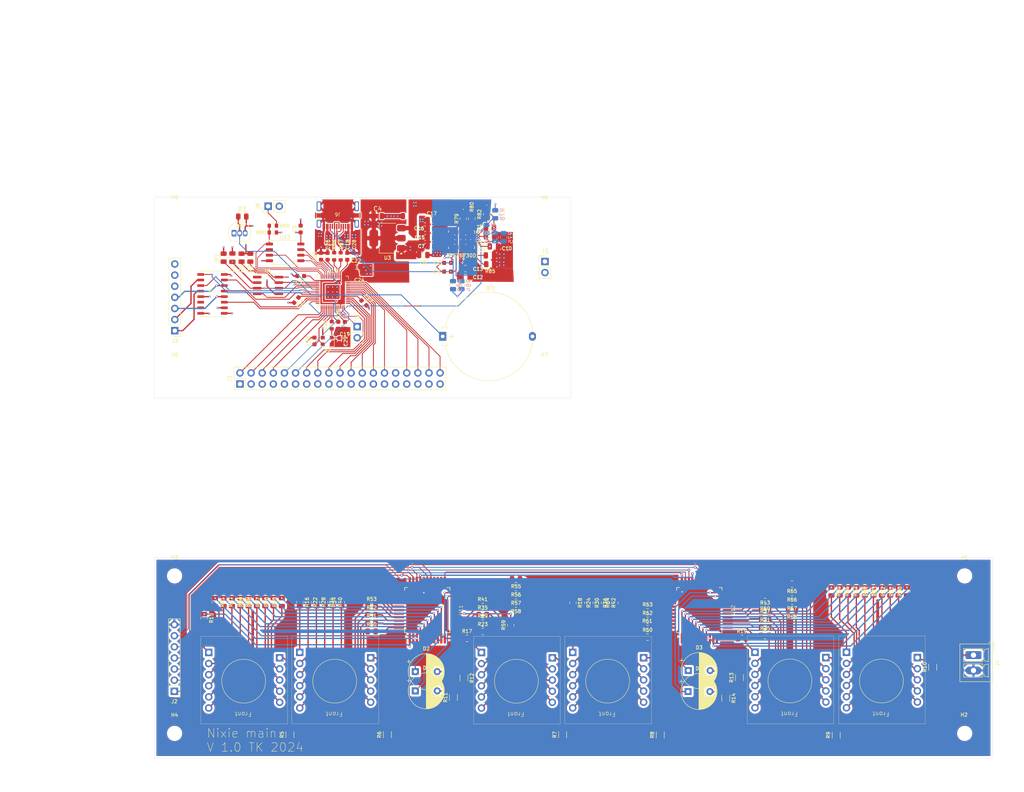
<source format=kicad_pcb>
(kicad_pcb (version 20241229) (generator "pcbnew") (generator_version "9.0")
  (layers (0 "F.Cu" signal) (4 "In1.Cu" power "In1.Cu_GND") (6 "In2.Cu" signal) (2 "B.Cu" signal) (13 "F.Paste" user) (15 "B.Paste" user) (5 "F.SilkS" user "F.Silkscreen") (7 "B.SilkS" user "B.Silkscreen") (1 "F.Mask" user) (3 "B.Mask" user) (25 "Edge.Cuts" user))
  (net 0 "")
  (net 1 "VCC")
  (net 2 "+3.3V")
  (net 3 "GND")
  (net 4 "Net-(D1-K)")
  (net 5 "Net-(D1-A)")
  (net 6 "Net-(D2-K)")
  (net 7 "Net-(D2-A)")
  (net 8 "Net-(D3-K)")
  (net 9 "Net-(D3-A)")
  (net 10 "Net-(D4-A)")
  (net 11 "Net-(D4-K)")
  (net 12 "Net-(J6-CC2)")
  (net 13 "Net-(J6-CC1)")
  (net 14 "/Latches/NXD.1")
  (net 15 "Net-(R15-Pad2)")
  (net 16 "Net-(R16-Pad2)")
  (net 17 "Net-(R17-Pad2)")
  (net 18 "Net-(R18-Pad2)")
  (net 19 "/Latches/NXE.10")
  (net 20 "/Latches/NXA.5")
  (net 21 "Net-(R19-Pad2)")
  (net 22 "Net-(R20-Pad2)")
  (net 23 "/Latches/NXD.7")
  (net 24 "/Latches/NXD.6")
  (net 25 "/Latches/NXD.4")
  (net 26 "Net-(R21-Pad2)")
  (net 27 "Net-(R22-Pad2)")
  (net 28 "/Latches/NXD.9")
  (net 29 "Net-(R23-Pad2)")
  (net 30 "/Latches/NXD.8")
  (net 31 "/Latches/NXD.2")
  (net 32 "/Latches/NXD.3")
  (net 33 "/Latches/NXD.5")
  (net 34 "/Latches/NXA.1")
  (net 35 "/Latches/NXA.6")
  (net 36 "/Latches/NXA.9")
  (net 37 "/Latches/NXA.3")
  (net 38 "Net-(R24-Pad2)")
  (net 39 "/Latches/NXA.2")
  (net 40 "/Latches/NXA.4")
  (net 41 "/Latches/NXA.7")
  (net 42 "Net-(R25-Pad2)")
  (net 43 "/Latches/NXA.8")
  (net 44 "Net-(R26-Pad2)")
  (net 45 "Net-(R27-Pad2)")
  (net 46 "/Latches/NXB.4")
  (net 47 "Net-(R28-Pad2)")
  (net 48 "Net-(R29-Pad2)")
  (net 49 "Net-(R30-Pad2)")
  (net 50 "/Latches/NXB.2")
  (net 51 "/Latches/NXB.3")
  (net 52 "Net-(R31-Pad2)")
  (net 53 "Net-(R32-Pad2)")
  (net 54 "Net-(R33-Pad2)")
  (net 55 "Net-(R34-Pad2)")
  (net 56 "Net-(R35-Pad2)")
  (net 57 "Net-(R36-Pad2)")
  (net 58 "Net-(R37-Pad2)")
  (net 59 "/Latches/NXB.6")
  (net 60 "/Latches/NXA.10")
  (net 61 "Net-(R38-Pad2)")
  (net 62 "/Latches/NXB.8")
  (net 63 "Net-(R39-Pad2)")
  (net 64 "/Latches/NXB.5")
  (net 65 "Net-(R40-Pad2)")
  (net 66 "/Latches/NXB.7")
  (net 67 "/Latches/NXB.1")
  (net 68 "/Latches/NXB.9")
  (net 69 "Net-(R41-Pad2)")
  (net 70 "/Latches/NXB.10")
  (net 71 "Net-(R42-Pad2)")
  (net 72 "/Latches/NXC.5")
  (net 73 "Net-(R43-Pad2)")
  (net 74 "Net-(R44-Pad2)")
  (net 75 "/Latches/NXC.3")
  (net 76 "/Latches/NXC.9")
  (net 77 "/Latches/NXC.4")
  (net 78 "Net-(U5-0)")
  (net 79 "/Latches/NXC.7")
  (net 80 "/Latches/NXC.8")
  (net 81 "Net-(R46-Pad1)")
  (net 82 "/Latches/NXC.10")
  (net 83 "Net-(R47-Pad1)")
  (net 84 "/Latches/NXC.2")
  (net 85 "Net-(R48-Pad1)")
  (net 86 "/Latches/NXC.6")
  (net 87 "Net-(R49-Pad1)")
  (net 88 "Net-(U6-0)")
  (net 89 "/Latches/NXC.1")
  (net 90 "Net-(R51-Pad1)")
  (net 91 "/Latches/NXE.7")
  (net 92 "/Latches/NXE.1")
  (net 93 "Net-(R52-Pad1)")
  (net 94 "Net-(R53-Pad1)")
  (net 95 "Net-(R54-Pad1)")
  (net 96 "/Latches/NXD.10")
  (net 97 "/Latches/NXE.6")
  (net 98 "Net-(U7-0)")
  (net 99 "/Latches/NXE.2")
  (net 100 "Net-(R56-Pad1)")
  (net 101 "/Latches/NXE.4")
  (net 102 "/Latches/NXE.3")
  (net 103 "Net-(R57-Pad1)")
  (net 104 "Net-(R58-Pad1)")
  (net 105 "/Latches/NXE.5")
  (net 106 "/Latches/NXE.8")
  (net 107 "Net-(R59-Pad1)")
  (net 108 "/Latches/NXE.9")
  (net 109 "/Latches/NXF.2")
  (net 110 "/Latches/NXF.6")
  (net 111 "/Latches/NXF.10")
  (net 112 "/Latches/NXF.9")
  (net 113 "/Latches/NXF.5")
  (net 114 "/Latches/NXF.8")
  (net 115 "/Latches/NXF.7")
  (net 116 "/Latches/NXF.3")
  (net 117 "/Latches/NXF.4")
  (net 118 "/Latches/NXF.1")
  (net 119 "Net-(U1-~{RST})")
  (net 120 "Net-(BT1-+)")
  (net 123 "/Latches/BL")
  (net 124 "/Latches/DI")
  (net 125 "+12V")
  (net 126 "/Latches/LE")
  (net 128 "/Latches/CLK")
  (net 129 "/Latches/POL")
  (net 132 "Net-(U11-DO)")
  (net 140 "Net-(TPS25730D1-VIN_3V3)")
  (net 141 "Net-(TPS25730D1-LDO_3V3)")
  (net 142 "Net-(TPS25730D1-LDO_1V5)")
  (net 143 "Net-(U8-0)")
  (net 144 "Net-(R61-Pad1)")
  (net 145 "Net-(R62-Pad1)")
  (net 146 "Net-(R63-Pad1)")
  (net 147 "Net-(R64-Pad1)")
  (net 148 "Net-(U9-0)")
  (net 149 "Net-(R66-Pad1)")
  (net 150 "Net-(R67-Pad1)")
  (net 151 "Net-(R68-Pad1)")
  (net 152 "Net-(R69-Pad1)")
  (net 153 "Net-(U10-0)")
  (net 154 "Net-(R71-Pad1)")
  (net 155 "Net-(R72-Pad1)")
  (net 156 "Net-(R73-Pad1)")
  (net 157 "Net-(R74-Pad1)")
  (net 158 "Net-(J3-Pin_2)")
  (net 159 "Net-(J3-Pin_3)")
  (net 160 "Net-(J3-Pin_1)")
  (net 161 "Net-(J3-Pin_4)")
  (net 162 "Net-(J3-Pin_5)")
  (net 163 "Net-(U10-Anode)")
  (net 164 "Net-(U9-Anode)")
  (net 165 "Net-(U8-Anode)")
  (net 166 "Net-(U7-Anode)")
  (net 167 "Net-(U6-Anode)")
  (net 168 "Net-(U5-Anode)")
  (net 171 "Net-(TPS25730D1-ADCIN1)")
  (net 172 "Net-(TPS25730D1-ADCIN2)")
  (net 173 "Net-(TPS25730D1-ADCIN4)")
  (net 174 "Net-(TPS25730D1-ADCIN3)")
  (net 175 "Net-(R83-Pad2)")
  (net 176 "Net-(R84-Pad2)")
  (net 177 "Net-(R85-Pad2)")
  (net 178 "/USB_POWER/TPS_DRAIN")
  (net 184 "/USB_POWER/VBUS")
  (net 186 "+1V1")
  (net 187 "Net-(C29-Pad2)")
  (net 188 "Net-(U15-XIN)")
  (net 189 "/Digital/D+")
  (net 190 "/Digital/D-")
  (net 191 "Net-(J8-Pin_1)")
  (net 192 "Net-(J9-Pin_1)")
  (net 193 "Net-(J9-Pin_2)")
  (net 194 "/Digital/ADC_1")
  (net 195 "/Digital/SPI0_TX")
  (net 196 "/Digital/U0_RX")
  (net 197 "/Digital/U0_CTS")
  (net 198 "/Digital/U0_RTS")
  (net 199 "/Digital/ADC_0")
  (net 200 "/Digital/U0_TX")
  (net 201 "/Digital/SPI0_CSN")
  (net 202 "/Digital/SPI0_SCK")
  (net 203 "/Digital/SPI0_RX")
  (net 204 "/Digital/DS3231ALARM")
  (net 205 "/Digital/SCL")
  (net 206 "/Digital/ONEWIRE")
  (net 207 "/Digital/SDA")
  (net 208 "Net-(U15-USB_DP)")
  (net 209 "Net-(U15-USB_DM)")
  (net 210 "Net-(U13-~{CS})")
  (net 211 "Net-(U15-XOUT)")
  (net 213 "/Digital/CAP_MIS")
  (net 215 "/Digital/L5")
  (net 216 "/Digital/L1")
  (net 217 "/Digital/L2")
  (net 218 "/Digital/L3")
  (net 219 "/Digital/L4")
  (net 220 "Net-(U13-~{HOLD}{slash}~{RESET}{slash}IO_{3})")
  (net 221 "Net-(U13-~{WP}{slash}IO_{2})")
  (net 222 "/Digital/QSPI_CLK")
  (net 223 "Net-(U13-DI{slash}IO_{0})")
  (net 224 "Net-(U13-DO{slash}IO_{1})")
  (net 225 "/Latches/+12")
  (net 226 "Net-(J1-Pin_28)")
  (net 227 "Net-(J1-Pin_36)")
  (net 229 "Net-(J1-Pin_20)")
  (net 230 "Net-(J1-Pin_26)")
  (net 231 "Net-(J1-Pin_18)")
  (net 232 "Net-(J1-Pin_24)")
  (net 233 "Net-(J1-Pin_38)")
  (net 234 "Net-(J1-Pin_22)")
  (footprint "Resistor_SMD:R_0805_2012Metric" (layer "F.Cu") (at 200.4 134.45)
    (property "Reference" "R37")
    (property "Value" "R")
  )
  (footprint "Capacitor_SMD:C_0603_1608Metric" (layer "F.Cu") (at 103.15 71.1 90)
    (property "Reference" "C29")
    (property "Value" "15p")
  )
  (footprint "Resistor_SMD:R_0603_1608Metric" (layer "F.Cu") (at 103.45 51.65 -90)
    (property "Reference" "R87")
    (property "Value" "27.4")
  )
  (footprint "Resistor_SMD:R_0805_2012Metric" (layer "F.Cu") (at 74.75 130.7 -90)
    (property "Reference" "R21")
    (property "Value" "R")
  )
  (footprint "Resistor_SMD:R_0805_2012Metric" (layer "F.Cu") (at 90 130.6875 90)
    (property "Reference" "R45")
    (property "Value" "R")
  )
  (footprint "Resistor_SMD:R_0805_2012Metric" (layer "F.Cu") (at 132.3 139)
    (property "Reference" "R17")
    (property "Value" "R")
  )
  (footprint "Resistor_SMD:R_0805_2012Metric" (layer "F.Cu") (at 227.1 128.25 90)
    (property "Reference" "R73")
    (property "Value" "R")
  )
  (footprint "MountingHole:MountingHole_3.2mm_M3" (layer "F.Cu") (at 246 160.7)
    (property "Reference" "H2")
    (property "Value" "MountingHole")
  )
  (footprint "Connector_Phoenix_MC:PhoenixContact_MCV_1,5_2-G-3.5_1x02_P3.50mm_Vertical" (layer "F.Cu") (at 248.0075 142.8175 -90)
    (property "Reference" "J4")
    (property "Value" "Conn_01x02_Pin")
  )
  (footprint "tomas_lib:Z570M_patice" (layer "F.Cu") (at 143.6 148.54 90)
    (property "Reference" "U7" (hide yes))
    (property "Value" "~" (hide yes))
  )
  (footprint "Resistor_SMD:R_1206_3216Metric" (layer "F.Cu") (at 216.65 161.0875 90)
    (property "Reference" "R9")
    (property "Value" "20k")
  )
  (footprint "Resistor_SMD:R_0805_2012Metric" (layer "F.Cu") (at 162.25 130.85 -90)
    (property "Reference" "R36")
    (property "Value" "R")
  )
  (footprint "Capacitor_SMD:C_0603_1608Metric" (layer "F.Cu") (at 104.95 51.65 90)
    (property "Reference" "C18")
    (property "Value" "1u")
  )
  (footprint "Capacitor_SMD:C_0805_2012Metric" (layer "F.Cu") (at 118.6 42.45 180)
    (property "Reference" "C2" (hide yes))
    (property "Value" "10u")
  )
  (footprint "Resistor_SMD:R_0805_2012Metric" (layer "F.Cu") (at 82.8 51.95 -90)
    (property "Reference" "R2")
    (property "Value" "5k")
  )
  (footprint "Capacitor_SMD:C_0805_2012Metric" (layer "F.Cu") (at 124.25 47.34 180)
    (property "Reference" "C15")
    (property "Value" "22u")
  )
  (footprint "tomas_lib:Texas_PDSO_G16" (layer "F.Cu") (at 74.16 59.905 180)
    (property "Reference" "U4")
    (property "Value" "4504")
  )
  (footprint "Resistor_SMD:R_0805_2012Metric" (layer "F.Cu") (at 206.55 130.5 180)
    (property "Reference" "R67")
    (property "Value" "R")
  )
  (footprint "Capacitor_SMD:C_0603_1608Metric" (layer "F.Cu") (at 98.95 51.65 90)
    (property "Reference" "C20")
    (property "Value" "100n")
  )
  (footprint "Resistor_SMD:R_0805_2012Metric" (layer "F.Cu") (at 142.3 135.95 90)
    (property "Reference" "R59")
    (property "Value" "R")
  )
  (footprint "Resistor_SMD:R_0603_1608Metric" (layer "F.Cu") (at 87.95 44.65 180)
    (property "Reference" "R89")
    (property "Value" "1k")
  )
  (footprint "Resistor_SMD:R_1206_3216Metric" (layer "F.Cu") (at 191.4 152.65 -90)
    (property "Reference" "R14")
    (property "Value" "R")
  )
  (footprint "Resistor_SMD:R_0805_2012Metric" (layer "F.Cu") (at 97.9 130.7 -90)
    (property "Reference" "R28")
    (property "Value" "R")
  )
  (footprint "Resistor_SMD:R_0805_2012Metric" (layer "F.Cu") (at 96 130.7125 -90)
    (property "Reference" "R22")
    (property "Value" "R")
  )
  (footprint "Resistor_SMD:R_1206_3216Metric" (layer "F.Cu") (at 194.55 147.95 90)
    (property "Reference" "R13")
    (property "Value" "R")
  )
  (footprint "Resistor_SMD:R_0805_2012Metric" (layer "F.Cu") (at 164.15 130.85 -90)
    (property "Reference" "R42")
    (property "Value" "R")
  )
  (footprint "Capacitor_SMD:C_0805_2012Metric" (layer "F.Cu") (at 78.7 51.95 -90)
    (property "Reference" "C1")
    (property "Value" "1u")
  )
  (footprint "MountingHole:MountingHole_3.2mm_M3" (layer "F.Cu") (at 246 124.7)
    (property "Reference" "H1")
    (property "Value" "MountingHole")
  )
  (footprint "Resistor_SMD:R_0805_2012Metric" (layer "F.Cu") (at 200.4 136.4)
    (property "Reference" "R31")
    (property "Value" "R")
  )
  (footprint "Resistor_SMD:R_0805_2012Metric" (layer "F.Cu") (at 76.7 130.7 -90)
    (property "Reference" "R27")
    (property "Value" "R")
  )
  (footprint "Capacitor_SMD:C_0603_1608Metric" (layer "F.Cu") (at 97.45 71 -90)
    (property "Reference" "C30")
    (property "Value" "15p")
  )
  (footprint "Resistor_SMD:R_1206_3216Metric" (layer "F.Cu") (at 131.6 148.05 -90)
    (property "Reference" "R12")
    (property "Value" "R")
  )
  (footprint "Resistor_SMD:R_0805_2012Metric" (layer "F.Cu") (at 229 128.25 90)
    (property "Reference" "R72")
    (property "Value" "R")
  )
  (footprint "Resistor_SMD:R_0805_2012Metric" (layer "F.Cu") (at 86.2 130.6875 90)
    (property "Reference" "R47")
    (property "Value" "R")
  )
  (footprint "Resistor_SMD:R_0805_2012Metric" (layer "F.Cu") (at 200.4 132.5)
    (property "Reference" "R43")
    (property "Value" "R")
  )
  (footprint "nixie_lib:ABM8-272-T3" (layer "F.Cu") (at 100.4 71)
    (property "Reference" "Y2")
    (property "Value" "ABM8-272-T3")
  )
  (footprint "Resistor_SMD:R_0805_2012Metric" (layer "F.Cu") (at 230.9 128.25 90)
    (property "Reference" "R71")
    (property "Value" "R")
  )
  (footprint "Connector_PinHeader_2.54mm:PinHeader_1x07_P2.54mm_Vertical" (layer "F.Cu") (at 65.45 151.075 180)
    (property "Reference" "J2")
    (property "Value" "Conn_01x07_Pin")
  )
  (footprint "tomas_lib:Z570M_patice" (layer "F.Cu") (at 102.1 148.515 90)
    (property "Reference" "U6" (hide yes))
    (property "Value" "~" (hide yes))
  )
  (footprint "Capacitor_THT:CP_Radial_D8.0mm_P5.00mm" (layer "F.Cu") (at 182.847349 146.335)
    (property "Reference" "D3")
    (property "Value" "D")
  )
  (footprint "Battery:Battery_Panasonic_CR2032-HFN_Horizontal_CircularHoles" (layer "F.Cu") (at 126.755 69.949878)
    (property "Reference" "BT1")
    (property "Value" "Battery_Cell" (hide yes))
  )
  (footprint "Resistor_SMD:R_0805_2012Metric" (layer "F.Cu") (at 143.5 127.35 180)
    (property "Reference" "R56")
    (property "Value" "R")
  )
  (footprint "Connector_PinHeader_2.54mm:PinHeader_1x02_P2.54mm_Vertical" (layer "F.Cu") (at 107.21 67.725)
    (property "Reference" "J9")
    (property "Value" "Conn_01x02_Pin")
  )
  (footprint "Resistor_SMD:R_0805_2012Metric" (layer "F.Cu") (at 110.5125 131.65)
    (property "Reference" "R53")
    (property "Value" "R")
  )
  (footprint "Capacitor_SMD:C_0603_1608Metric" (layer "F.Cu") (at 108.75 62.3 -45)
    (property "Reference" "C27")
    (property "Value" "100n")
  )
  (footprint "Resistor_SMD:R_0805_2012Metric" (layer "F.Cu") (at 135.9 137.4)
    (property "Reference" "R23")
    (property "Value" "R")
  )
  (footprint "Resistor_SMD:R_0805_2012Metric" (layer "F.Cu") (at 135.9 131.7)
    (property "Reference" "R41")
    (property "Value" "R")
  )
  (footprint "Resistor_SMD:R_0603_1608Metric" (layer "F.Cu") (at 87.95 46.2 180)
    (property "Reference" "R88")
    (property "Value" "10k")
  )
  (footprint "Package_TO_SOT_SMD:SOT-223-3_TabPin2" (layer "F.Cu") (at 114.15 47.5 180)
    (property "Reference" "U3")
    (property "Value" "NCP1117-3.3_SOT223")
  )
  (footprint "tomas_lib:Z570M_patice" (layer "F.Cu") (at 206.09 148.48 90)
    (property "Reference" "U9" (hide yes))
    (property "Value" "~" (hide yes))
  )
  (footprint "Resistor_SMD:R_0805_2012Metric" (layer "F.Cu") (at 110.5125 135.5)
    (property "Reference" "R51")
    (property "Value" "R")
  )
  (footprint "Resistor_SMD:R_0805_2012Metric" (layer "F.Cu") (at 110.5125 137.4)
    (property "Reference" "R50")
    (property "Value" "R")
  )
  (footprint "Resistor_SMD:R_0805_2012Metric" (layer "F.Cu") (at 223.2 128.25 -90)
    (property "Reference" "R44")
    (property "Value" "R")
  )
  (footprint "Connector_PinHeader_2.54mm:PinHeader_1x07_P2.54mm_Vertical" (layer "F.Cu") (at 65.55 68.64 180)
    (property "Reference" "J3")
    (property "Value" "Conn_01x07_Pin")
  )
  (footprint "Resistor_SMD:R_0603_1608Metric" (layer "F.Cu") (at 101.95 51.65 -90)
    (property "Reference" "R86")
    (property "Value" "27.4")
  )
  (footprint "Resistor_SMD:R_0805_2012Metric" (layer "F.Cu") (at 215.55 128.25 -90)
    (property "Reference" "R20")
    (property "Value" "R")
  )
  (footprint "Capacitor_SMD:C_0805_2012Metric" (layer "F.Cu") (at 131.95 54.45)
    (property "Reference" "C13")
    (property "Value" "10n")
  )
  (footprint "Package_SO:SOIC-8_5.3x5.3mm_P1.27mm" (layer "F.Cu") (at 90.75 50.75)
    (property "Reference" "U13")
    (property "Value" "W25Q128JVS")
  )
  (footprint "Resistor_SMD:R_0805_2012Metric" (layer "F.Cu") (at 135.9 133.6)
    (property "Reference" "R35")
    (property "Value" "R")
  )
  (footprint "Resistor_SMD:R_0805_2012Metric" (layer "F.Cu") (at 78.6 130.6875 -90)
    (property "Reference" "R33")
    (property "Value" "R")
  )
  (footprint "Capacitor_SMD:C_0603_1608Metric" (layer "F.Cu") (at 127.855 55.14 180)
    (property "Reference" "C5")
    (property "Value" "330p")
  )
  (footprint "Resistor_SMD:R_0805_2012Metric" (layer "F.Cu") (at 110.5125 133.6)
    (property "Reference" "R52")
    (property "Value" "R")
  )
  (footprint "Resistor_SMD:R_0805_2012Metric" (layer "F.Cu") (at 131.455 43.04 -90)
    (property "Reference" "R79")
    (property "Value" "R")
  )
  (footprint "Resistor_SMD:R_0805_2012Metric" (layer "F.Cu") (at 80.9625 42.55)
    (property "Reference" "R3")
    (property "Value" "5k")
  )
  (footprint "Capacitor_SMD:C_0603_1608Metric" (layer "F.Cu") (at 102.9 67.4 -90)
    (property "Reference" "C25")
    (property "Value" "100n")
  )
  (footprint "Resistor_SMD:R_0805_2012Metric" (layer "F.Cu") (at 82.4 130.6875 90)
    (property "Reference" "R49")
    (property "Value" "R")
  )
  (footprint "Resistor_SMD:R_0805_2012Metric" (layer "F.Cu") (at 72.25 134.35 -90)
    (property "Reference" "R15")
    (property "Value" "R")
  )
  (footprint "Resistor_SMD:R_0805_2012Metric" (layer "F.Cu") (at 166.1 130.85 90)
    (property "Reference" "R64")
    (property "Value" "R")
  )
  (footprint "Capacitor_SMD:C_0805_2012Metric" (layer "F.Cu") (at 124.25 49.34 180)
    (property "Reference" "C7")
    (property "Value" "4.7u")
  )
  (footprint "Capacitor_THT:CP_Radial_D8.0mm_P5.00mm" (layer "F.Cu") (at 182.797349 151.135)
    (property "Reference" "D4")
    (property "Value" "D")
  )
  (footprint "Resistor_SMD:R_0805_2012Metric" (layer "F.Cu") (at 200.4 138.35)
    (property "Reference" "R25")
    (property "Value" "R")
  )
  (footprint "MountingHole:MountingHole_3.2mm_M3" (layer "F.Cu") (at 65.55 42.35)
    (property "Reference" "H6")
    (property "Value" "MountingHole")
  )
  (footprint "Resistor_SMD:R_0805_2012Metric" (layer "F.Cu") (at 217.45 128.25 -90)
    (property "Reference" "R26")
    (property "Value" "R")
  )
  (footprint "Resistor_SMD:R_0805_2012Metric" (layer "F.Cu") (at 136.805 42.04 -90)
    (property "Reference" "R82")
    (property "Value" "R")
  )
  (footprint "Capacitor_SMD:C_0805_2012Metric" (layer "F.Cu") (at 124.25 45.34 180)
    (property "Reference" "C16")
    (property "Value" "22u")
  )
  (footprint "Resistor_SMD:R_0805_2012Metric" (layer "F.Cu") (at 88.1 130.6875 90)
    (property "Reference" "R46")
    (property "Value" "R")
  )
  (footprint "Resistor_SMD:R_0805_2012Metric" (layer "F.Cu") (at 173.55 138.7)
    (property "Reference" "R60")
    (property "Value" "R")
  )
  (footprint "Resistor_SMD:R_0805_2012Metric" (layer "F.Cu") (at 206.55 132.45 180)
    (property "Reference" "R68")
    (property "Value" "R")
  )
  (footprint "Resistor_SMD:R_0805_2012Metric" (layer "F.Cu") (at 206.55 128.5 180)
    (property "Reference" "R66")
    (property "Value" "R")
  )
  (footprint "Resistor_SMD:R_0805_2012Metric" (layer "F.Cu") (at 158.45 130.85 -90)
    (property "Reference" "R24")
    (property "Value" "R")
  )
  (footprint "Resistor_SMD:R_0805_2012Metric" (layer "F.Cu") (at 103.6 130.7125 90)
    (property "Reference" "R54")
    (property "Value" "R")
  )
  (footprint "Resistor_SMD:R_0805_2012Metric" (layer "F.Cu") (at 232.8 128.25 90)
    (property "Reference" "R70")
    (property "Value" "R")
  )
  (footprint "Resistor_SMD:R_0805_2012Metric" (layer "F.Cu") (at 219.35 128.25 -90)
    (property "Reference" "R32")
    (property "Value" "R")
  )
  (footprint "Resistor_SMD:R_0805_2012Metric" (layer "F.Cu") (at 160.35 130.85 -90)
    (property "Reference" "R30")
    (property "Value" "R")
  )
  (footprint "Capacitor_SMD:C_0805_2012Metric" (layer "F.Cu") (at 137.55 51.44 180)
    (property "Reference" "C9")
    (property "Value" "10u")
  )
  (footprint "tomas_lib:Conn_USB_C_Socket_Molex_2171790001" (layer "F.Cu") (at 102.75 44.78 180)
    (property "Reference" "J6")
    (property "Value" "USB_C_Receptacle_USB2.0_16P")
  )
  (footprint "Capacitor_SMD:C_0805_2012Metric" (layer "F.Cu") (at 131.95 56.45)
    (property "Reference" "C12")
    (property "Value" "10n")
  )
  (footprint "Capacitor_SMD:C_0603_1608Metric" (layer "F.Cu") (at 100.45 51.65 90)
    (property "Reference" "C26")
    (property "Value" "100n")
  )
  (footprint "Resistor_SMD:R_0805_2012Metric" (layer "F.Cu") (at 200.4 130.55 180)
    (property "Reference" "R69")
    (property "Value" "R")
  )
  (footprint "MountingHole:MountingHole_3.2mm_M3" (layer "F.Cu") (at 150 42.418)
    (property "Reference" "H8")
    (property "Value" "MountingHole")
  )
  (footprint "Resistor_SMD:R_0805_2012Metric" (layer "F.Cu") (at 143.5 129.25 180)
    (property "Reference" "R57")
    (property "Value" "R")
  )
  (footprint "tomas_lib:PQFP-44_HV5530" (layer "F.Cu") (at 123.25 132.535 90)
    (property "Reference" "U11")
    (property "Value" "HV5530")
  )
  (footprint "Resistor_SMD:R_0805_2012Metric" (layer "F.Cu") (at 101.7 130.7125 -90)
    (property "Reference" "R40")
    (property "Value" "R")
  )
  (footprint "Capacitor_SMD:C_0603_1608Metric" (layer "F.Cu") (at 106.947 54.102)
    (property "Reference" "C22")
    (property "Value" "100n")
  )
  (footprint "MountingHole:MountingHole_3.2mm_M3" (layer "F.Cu") (at 65.5 160.7)
    (property "Reference" "H4")
    (property "Value" "MountingHole")
  )
  (footprint "Resistor_SMD:R_0805_2012Metric" (layer "F.Cu") (at 137.605 53.44 180)
    (property "Reference" "R85")
    (property "Value" "10k")
  )
  (footprint "Resistor_SMD:R_0805_2012Metric" (layer "F.Cu") (at 80.8 51.95 -90)
    (property "Reference" "R4")
    (property "Value" "5k")
  )
  (footprint "Resistor_SMD:R_1206_3216Metric" (layer "F.Cu") (at 176.45 161.0375 90)
    (property "Reference" "R8")
    (property "Value" "20k")
  )
  (footprint "Resistor_SMD:R_0805_2012Metric" (layer "F.Cu") (at 173.55 132.9)
    (property "Reference" "R63")
    (property "Value" "R")
  )
  (footprint "Capacitor_SMD:C_0805_2012Metric" (layer "F.Cu") (at 138.455 49.39)
    (property "Reference" "C10")
    (property "Value" "10u")
  )
  (footprint "Resistor_SMD:R_0805_2012Metric" (layer "F.Cu") (at 195.1 139)
    (property "Reference" "R19")
    (property "Value" "R")
  )
  (footprint "Resistor_SMD:R_0805_2012Metric" (layer "F.Cu") (at 135.9 135.5)
    (property "Reference" "R29")
    (property "Value" "R")
  )
  (footprint "MountingHole:MountingHole_3.2mm_M3" (layer "F.Cu") (at 65.5 124.7)
    (property "Reference" "H3")
    (property "Value" "MountingHole")
  )
  (footprint "Capacitor_SMD:C_0603_1608Metric" (layer "F.Cu") (at 127.85 53.14 180)
    (property "Reference" "C6")
    (property "Value" "330p")
  )
  (footprint "Resistor_SMD:R_0603_1608Metric" (layer "F.Cu") (at 101.4 67.4 90)
    (property "Reference" "R90")
    (property "Value" "1k")
  )
  (footprint "Connector_PinHeader_2.54mm:PinHeader_1x02_P2.54mm_Vertical" (layer "F.Cu") (at 150.114 52.827)
    (property "Reference" "J5")
    (property "Value" "Conn_01x02_Pin")
  )
  (footprint "tomas_lib:Z570M_patice" (layer "F.Cu") (at 81.3 148.53 90)
    (property "Reference" "U5" (hide yes))
    (property "Value" "~" (hide yes))
  )
  (footprint "Capacitor_THT:CP_Radial_D8.0mm_P5.00mm" (layer "F.Cu") (at 120.497349 146.585)
    (property "Reference" "D2")
    (property "Value" "D")
  )
  (footprint "Capacitor_SMD:C_0603_1608Metric" (layer "F.Cu") (at 104.4 67.4 -90)
    (property "Reference" "C19")
    (property "Value" "100n")
  )
  (footprint "Resistor_SMD:R_1206_3216Metric" (layer "F.Cu") (at 91.85 161 90)
    (property "Reference" "R5")
    (property "Value" "20k")
  )
  (footprint "Package_DFN_QFN:QFN-56-1EP_7x7mm_P0.4mm_EP3.2x3.2mm" (layer "F.Cu") (at 101.6125 59.8)
    (property "Reference" "U15")
    (property "Value" "RP2040")
  )
  (footprint "Resistor_SMD:R_0805_2012Metric" (layer "F.Cu") (at 76.7 51.95 -90)
    (property "Reference" "R1")
    (property "Value" "5k")
  )
  (footprint "Resistor_SMD:R_0805_2012Metric" (layer "F.Cu") (at 206.55 126.55 180)
    (property "Reference" "R65")
    (property "Value" "R")
  )
  (footprint "tomas_lib:Z570M_patice" (layer "F.Cu") (at 164.45 148.515 90)
    (property "Reference" "U8" (hide yes))
    (property "Value" "~" (hide yes))
  )
  (footprint "tomas_lib:PQFP-44_HV5530" (layer "F.Cu") (at 185.4 132.535 90)
    (property "Reference" "U12")
    (property "Value" "HV5530")
  )
  (footprint "Resistor_SMD:R_0805_2012Metric" (layer "F.Cu") (at 221.25 128.25 -90)
    (property "Reference" "R38")
    (property "Value" "R")
  )
  (footprint "Resistor_SMD:R_0805_2012Metric" (layer "F.Cu") (at 225.15 128.25 90)
    (property "Reference" "R74")
    (property "Value" "R")
  )
  (footprint "Resistor_SMD:R_0805_2012Metric" (layer "F.Cu") (at 143.5 125.45 180)
    (property "Reference" "R55")
    (property "Value" "R")
  )
  (footprint "MountingHole:MountingHole_3.2mm_M3" (layer "F.Cu") (at 150 78.35)
    (property "Reference" "H7")
    (property "Value" "MountingHole")
  )
  (footprint "Resistor_SMD:R_0805_2012Metric" (layer "F.Cu") (at 94.1 130.7125 -90)
    (property "Reference" "R16")
    (property "Value" "R")
  )
  (footprint "Capacitor_SMD:C_0603_1608Metric" (layer "F.Cu") (at 106.45 51.65 90)
    (property "Reference" "C28")
    (property "Value" "1u")
  )
  (footprint "Package_SO:SOIC-8_3.9x4.9mm_P1.27mm" (layer "F.Cu") (at 86.85 58.3)
    (property "Reference" "U1")
    (property "Value" "DS3231MZ")
  )
  (footprint "Package_TO_SOT_THT:TO-92_Inline" (layer "F.Cu") (at 79.08 46.35)
    (property "Reference" "U2")
    (property "Value" "DS18B20")
  )
  (footprint "Capacitor_THT:CP_Radial_D8.0mm_P5.00mm" (layer "F.Cu") (at 120.497349 150.985)
    (property "Reference" "D1")
    (property "Value" "D")
  )
  (footprint "Capacitor_SMD:C_0805_2012Metric" (layer "F.Cu") (at 124.25 43.34 180)
    (property "Reference" "C17")
    (property "Value" "10u")
  )
  (footprint "Resistor_SMD:R_1206_3216Metric" (layer "F.Cu") (at 129.2 152.5 90)
    (property "Reference" "R11")
    (property "Value" "R")
  )
  (footprint "Connector_PinHeader_2.54mm:PinHeader_2x19_P2.54mm_Vertical" (layer "F.Cu") (at 80.44 80.84 90)
    (property "Reference" "J1")
    (property "Value" "Conn_02x19_Odd_Even")
  )
  (footprint "Resistor_SMD:R_1206_3216Metric" (layer "F.Cu") (at 154.15 161 90)
    (property "Reference" "R7")
    (property "Value" "20k")
  )
  (footprint "Capacitor_SMD:C_0805_2012Metric" (layer "F.Cu") (at 122.3 51.35 180)
    (property "Reference" "C8")
    (property "Value" "10n")
  )
  (footprint "Resistor_SMD:R_0805_2012Metric" (layer "F.Cu") (at 84.3 130.6875 90)
    (property "Reference" "R48")
    (property "Value" "R")
  )
  (footprint "Capacitor_SMD:C_0805_2012Metric" (layer "F.Cu") (at 111.9 42.45)
    (property "Reference" "C4")
    (property "Value" "10u")
  )
  (footprint "Capacitor_SMD:C_0805_2012Metric" (layer "F.Cu") (at 137.555 47.09)
    (property "Reference" "C11")
    (property "Value" "4.7u")
  )
  (footprint "Resistor_SMD:R_0805_2012Metric" (layer "F.Cu") (at 156.5 130.85 -90)
    (property "Reference" "R18")
    (property "Value" "R")
  )
  (footprint "Capacitor_SMD:C_0603_1608Metric" (layer "F.Cu") (at 107.696 55.626)
    (property "Reference" "C24")
    (property "Value" "100n")
  )
  (footprint "tomas_lib:IC_TPS25730D" (layer "F.Cu") (at 131.05 47.84 180)
    (property "Reference" "TPS25730D1")
    (property "Value" "~")
  )
  (footprint "tomas_lib:Z570M_patice" (layer "F.Cu") (at 227 148.48 90)
    (property "Reference" "U10" (hide yes))
    (property "Value" "~" (hide yes))
  )
  (footprint "Resistor_SMD:R_1206_3216Metric" (layer "F.Cu") (at 114.1 161 90)
    (property "Reference" "R6")
    (property "Value" "20k")
  )
  (footprint "Resistor_SMD:R_0805_2012Metric" (layer "F.Cu") (at 173.55 136.75)
    (property "Reference" "R61")
    (property "Value" "R")
  )
  (footprint "Resistor_SMD:R_1206_3216Metric" (layer "F.Cu") (at 238.7 145.55 90)
    (property "Reference" "R10")
    (property "Value" "20k")
  )
  (footprint "Resistor_SMD:R_0805_2012Metric" (layer "F.Cu") (at 173.55 134.85)
    (property "Reference" "R62")
    (property "Value" "R")
  )
  (footprint "Capacitor_SMD:C_0603_1608Metric" (layer "F.Cu") (at 94.3 56.15 180)
    (property "Reference" "C21")
    (property "Value" "100n")
  )
  (footprint "Resistor_SMD:R_0805_2012Metric" (layer "F.Cu") (at 137.555 45.09)
    (property "Reference" "R81")
    (property "Value" "R")
  )
  (footprint "MountingHole:MountingHole_3.2mm_M3" (layer "F.Cu") (at 65.55 78.35)
    (property "Reference" "H5")
    (property "Value" "MountingHole")
  )
  (footprint "Capacitor_SMD:C_0603_1608Metric" (layer "F.Cu") (at 93.3 61.65 -130)
    (property "Reference" "C23")
    (property "Value" "100n")
  )
  (footprint "Resistor_SMD:R_0805_2012Metric" (layer "F.Cu") (at 133.405 43.04 90)
    (property "Reference" "R80")
    (property "Value" "R")
  )
  (footprint "Resistor_SMD:R_0805_2012Metric" (layer "F.Cu") (at 143.5 131.15 180)
    (property "Reference" "R58")
    (property "Value" "R")
  )
  (footprint "Resistor_SMD:R_0805_2012Metric" (layer "F.Cu") (at 99.8 130.7 -90)
    (property "Reference" "R34")
    (property "Value" "R")
  )
  (footprint "Resistor_SMD:R_0805_2012Metric" (layer "F.Cu") (at 80.5 130.6875 -90)
    (property "Reference" "R39")
    (property "Value" "R")
  )
  (footprint "Capacitor_SMD:C_0603_1608Metric" (layer "F.Cu") (at 94.3 45.4 90)
    (property "Reference" "C3")
    (property "Value" "100n")
  )
  (footprint "Connector_PinHeader_2.54mm:PinHeader_1x02_P2.54mm_Vertical" (layer "F.Cu") (at 86.875 40.2 90)
    (property "Reference" "J8")
    (property "Value" "Conn_01x02_Pin")
  )
  (footprint "Resistor_SMD:R_0805_2012Metric" (layer "B.Cu") (at 138.705 47.29 -90)
    (property "Reference" "R76")
    (property "Value" "R")
  )
  (footprint "Resistor_SMD:R_0805_2012Metric" (layer "B.Cu") (at 129.105 58.24 90)
    (property "Reference" "R83")
    (property "Value" "10k")
  )
  (footprint "Resistor_SMD:R_0805_2012Metric" (layer "B.Cu") (at 136.755 45.4025 90)
    (property "Reference" "R77")
    (property "Value" "R")
  )
  (footprint "Resistor_SMD:R_0805_2012Metric" (layer "B.Cu") (at 131.055 58.24 90)
    (property "Reference" "R84")
    (property "Value" "10k")
  )
  (footprint "Resistor_SMD:R_0805_2012Metric" (layer "B.Cu") (at 138.755 42.04 90)
    (property "Reference" "R78")
    (property "Value" "R")
  )
  (footprint "Resistor_SMD:R_0805_2012Metric" (layer "B.Cu") (at 140.655 47.29 90)
    (property "Reference" "R75")
    (property "Value" "R")
  )
  (gr_rect (start 60.9 38.15) (end 155.973 84) (stroke (width 0.05)) (fill no) (layer "Edge.Cuts"))
  (gr_rect (start 60.85 120.5) (end 252.4 166.35) (stroke (width 0.05)) (fill no) (layer "Edge.Cuts"))
  (gr_text "Nixie main\nV 1.0 TK 2024" (at 72.75 165.05 0) (layer "F.SilkS") (effects (font (size 2 2) (thickness 0.1)) (justify left bottom)))
  (segment (start 231.25 162.55) (end 241.5 152.3) (width 0.5) (layer "F.Cu") (net 1))
  (segment (start 216.65 162.55) (end 231.25 162.55) (width 0.5) (layer "F.Cu") (net 1))
  (segment (start 193 159.75) (end 191.4 159.75) (width 0.3) (layer "F.Cu") (net 1))
  (segment (start 193 159.75) (end 193 162.55) (width 0.3) (layer "F.Cu") (net 1))
  (segment (start 114.1 162.4625) (end 130.35 162.4625) (width 0.5) (layer "F.Cu") (net 1))
  (segment (start 114.1 162.4625) (end 91.85 162.4625) (width 0.5) (layer "F.Cu") (net 1))
  (segment (start 241.5 145.285) (end 243.9675 142.8175) (width 0.5) (layer "F.Cu") (net 1))
  (segment (start 130.4 162.4125) (end 130.35 162.4625) (width 0.3) (layer "F.Cu") (net 1))
  (segment (start 193 162.55) (end 176.5 162.55) (width 0.5) (layer "F.Cu") (net 1))
  (segment (start 191.4 154.1125) (end 191.4 159.75) (width 0.3) (layer "F.Cu") (net 1))
  (segment (start 130.4 159.6125) (end 129.25 159.6125) (width 0.3) (layer "F.Cu") (net 1))
  (segment (start 131.55 159.6125) (end 130.4 159.6125) (width 0.3) (layer "F.Cu") (net 1))
  (segment (start 131.6 159.5625) (end 131.55 159.6125) (width 0.3) (layer "F.Cu") (net 1))
  (segment (start 131.6 159.6125) (end 131.55 159.6125) (width 0.3) (layer "F.Cu") (net 1))
  (segment (start 129.2 153.9625) (end 129.2 159.5625) (width 0.3) (layer "F.Cu") (net 1))
  (segment (start 176.45 162.5) (end 154.1875 162.5) (width 0.5) (layer "F.Cu") (net 1))
  (segment (start 241.5 147) (end 241.5 145.285) (width 0.5) (layer "F.Cu") (net 1))
  (segment (start 241.5 147) (end 238.7125 147) (width 0.3) (layer "F.Cu") (net 1))
  (segment (start 130.4 159.6125) (end 130.4 162.4125) (width 0.3) (layer "F.Cu") (net 1))
  (segment (start 194.55 159.7) (end 194.6 159.75) (width 0.3) (layer "F.Cu") (net 1))
  (segment (start 241.5 152.3) (end 241.5 147) (width 0.5) (layer "F.Cu") (net 1))
  (segment (start 130.35 162.4625) (end 154.15 162.4625) (width 0.5) (layer "F.Cu") (net 1))
  (segment (start 131.6 149.5125) (end 131.6 159.5625) (width 0.3) (layer "F.Cu") (net 1))
  (segment (start 129.2 159.5625) (end 129.25 159.6125) (width 0.3) (layer "F.Cu") (net 1))
  (segment (start 194.55 149.4125) (end 194.55 159.7) (width 0.3) (layer "F.Cu") (net 1))
  (segment (start 216.65 162.55) (end 193 162.55) (width 0.5) (layer "F.Cu") (net 1))
  (segment (start 194.6 159.75) (end 193 159.75) (width 0.3) (layer "F.Cu") (net 1))
  (segment (start 243.9675 142.8175) (end 248.0075 142.8175) (width 0.5) (layer "F.Cu") (net 1))
  (segment (start 93.218 46.2) (end 94.275 46.2) (width 0.2) (layer "F.Cu") (net 2))
  (segment (start 102.2125 55.4) (end 101.8125 55) (width 0.2) (layer "F.Cu") (net 2))
  (segment (start 82.8 51.0375) (end 81.788 51.0375) (width 0.3) (layer "F.Cu") (net 2))
  (segment (start 101.8125 56.3625) (end 101.8125 55) (width 0.2) (layer "F.Cu") (net 2))
  (segment (start 104.2125 57.1875) (end 104.2 57.2) (width 0.2) (layer "F.Cu") (net 2))
  (segment (start 81.904 44.704) (end 83.312 44.704) (width 0.3) (layer "F.Cu") (net 2))
  (segment (start 101.8125 56.3625) (end 101.8125 57.1875) (width 0.15) (layer "F.Cu") (net 2))
  (segment (start 101.8125 65.5375) (end 102.9 66.625) (width 0.2) (layer "F.Cu") (net 2))
  (segment (start 98.175 60.8) (end 98.9 60.8) (width 0.2) (layer "F.Cu") (net 2))
  (segment (start 81.62 44.93) (end 81.62 46.35) (width 0.3) (layer "F.Cu") (net 2))
  (segment (start 107.25 60.8) (end 108.201992 61.751993) (width 0.2) (layer "F.Cu") (net 2))
  (segment (start 101.8125 63.2375) (end 101.8125 65.5375) (width 0.2) (layer "F.Cu") (net 2))
  (segment (start 81.875 44.675) (end 81.62 44.93) (width 0.3) (layer "F.Cu") (net 2))
  (segment (start 103.4 62.35) (end 103.4125 62.3625) (width 0.2) (layer "F.Cu") (net 2))
  (segment (start 78.7 53.05) (end 83.315 57.665) (width 0.3) (layer "F.Cu") (net 2))
  (segment (start 104.2125 56.3625) (end 104.2125 57.1875) (width 0.2) (layer "F.Cu") (net 2))
  (segment (start 94.3375 48.845) (end 94.3375 46.1625) (width 0.2) (layer "F.Cu") (net 2))
  (segment (start 76.7 49.538) (end 76.708 49.53) (width 0.3) (layer "F.Cu") (net 2))
  (segment (start 105.05 60.8) (end 104.15 60.8) (width 0.2) (layer "F.Cu") (net 2))
  (segment (start 101.8125 54.2375) (end 100.45 52.875) (width 0.2) (layer "F.Cu") (net 2))
  (segment (start 101.8125 55) (end 101.8125 54.2375) (width 0.2) (layer "F.Cu") (net 2))
  (segment (start 104.225 57.2) (end 104.2125 57.1875) (width 0.2) (layer "F.Cu") (net 2))
  (segment (start 98.175 60.8) (end 93.925 60.8) (width 0.2) (layer "F.Cu") (net 2))
  (segment (start 103.4125 63.2375) (end 103.4125 62.3625) (width 0.2) (layer "F.Cu") (net 2))
  (segment (start 105.05 60.8) (end 107.25 60.8) (width 0.2) (layer "F.Cu") (net 2))
  (segment (start 81.788 51.0375) (end 80.8 51.0375) (width 0.3) (layer "F.Cu") (net 2))
  (segment (start 81.875 44.675) (end 81.904 44.704) (width 0.3) (layer "F.Cu") (net 2))
  (segment (start 98.175 57.2) (end 99 57.2) (width 0.2) (layer "F.Cu") (net 2))
  (segment (start 88.775 46.2) (end 89.916 46.2) (width 0.2) (layer "F.Cu") (net 2))
  (segment (start 102.2125 56.3625) (end 102.2125 55.4) (width 0.2) (layer "F.Cu") (net 2))
  (segment (start 81.788 51.0375) (end 81.788 49.022) (width 0.3) (layer "F.Cu") (net 2))
  (segment (start 100.45 52.875) (end 100.45 52.425) (width 0.2) (layer "F.Cu") (net 2))
  (segment (start 101.8125 62.4875) (end 101.85 62.45) (width 0.2) (layer "F.Cu") (net 2))
  (segment (start 81.875 42.55) (end 81.875 44.675) (width 0.3) (layer "F.Cu") (net 2))
  (segment (start 78.65 64.68) (end 76.86 64.68) (width 0.3) (layer "F.Cu") (net 2))
  (segment (start 105.05 57.2) (end 104.225 57.2) (width 0.2) (layer "F.Cu") (net 2))
  (segment (start 97.45 57.2) (end 96.4 56.15) (width 0.2) (layer "F.Cu") (net 2))
  (segment (start 96.4 56.15) (end 95.075 56.15) (width 0.2) (layer "F.Cu") (net 2))
  (segment (start 101.8125 63.2375) (end 101.8125 62.4875) (width 0.2) (layer "F.Cu") (net 2))
  (segment (start 83.315 57.665) (end 84.375 57.665) (width 0.3) (layer "F.Cu") (net 2))
  (segment (start 101.8 57.2) (end 101.8125 57.1875) (width 0.15) (layer "F.Cu") (net 2))
  (segment (start 76.7 51.0375) (end 76.7 49.538) (width 0.3) (layer "F.Cu") (net 2))
  (segment (start 98.175 57.2) (end 97.45 57.2) (width 0.2) (layer "F.Cu") (net 2))
  (via (at 109.728 44.45) (size 0.4064) (drill 0.2032) (layers "F.Cu" "B.Cu") (net 2))
  (via (at 112.776 43.942) (size 0.4064) (drill 0.2032) (layers "F.Cu" "B.Cu") (net 2))
  (via (at 76.708 49.53) (size 0.4064) (drill 0.2032) (layers "F.Cu" "B.Cu") (net 2))
  (via (at 112.014 44.704) (size 0.4064) (drill 0.2032) (layers "F.Cu" "B.Cu") (net 2))
  (via (at 78.65 64.68) (size 0.4064) (drill 0.2032) (layers "F.Cu" "B.Cu") (net 2))
  (via (at 83.312 44.704) (size 0.4064) (drill 0.2032) (layers "F.Cu" "B.Cu") (net 2))
  (via (at 89.916 46.2) (size 0.4064) (drill 0.2032) (layers "F.Cu" "B.Cu") (net 2))
  (via (at 108.966 44.45) (size 0.4064) (drill 0.2032) (layers "F.Cu" "B.Cu") (net 2))
  (via (at 81.788 49.022) (size 0.4064) (drill 0.2032) (layers "F.Cu" "B.Cu") (net 2))
  (via (at 108.966 43.688) (size 0.4064) (drill 0.2032) (layers "F.Cu" "B.Cu") (net 2))
  (via (at 93.218 46.2) (size 0.4064) (drill 0.2032) (layers "F.Cu" "B.Cu") (net 2))
  (via (at 112.776 44.704) (size 0.4064) (drill 0.2032) (layers "F.Cu" "B.Cu") (net 2))
  (via (at 78.7 52.9) (size 0.4064) (drill 0.2032) (layers "F.Cu" "B.Cu") (net 2))
  (via (at 109.728 43.688) (size 0.4064) (drill 0.2032) (layers "F.Cu" "B.Cu") (net 2))
  (via (at 112.014 43.942) (size 0.4064) (drill 0.2032) (layers "F.Cu" "B.Cu") (net 2))
  (segment (start 127.08 55.14) (end 126.44 55.14) (width 0.2) (layer "F.Cu") (net 3))
  (segment (start 93.525 56.15) (end 92.726 56.15) (width 0.3) (layer "F.Cu") (net 3))
  (segment (start 131.455 40.905) (end 131.45 40.9) (width 0.2) (layer "F.Cu") (net 3))
  (segment (start 184.6 126.485) (end 184.6 127.85) (width 0.3) (layer "F.Cu") (net 3))
  (segment (start 78.7 51) (end 78.7 49.57) (width 0.3) (layer "F.Cu") (net 3))
  (segment (start 94.3 44.625) (end 94.3 43.15) (width 0.3) (layer "F.Cu") (net 3))
  (segment (start 131.455 42.1275) (end 131.455 40.905) (width 0.2) (layer "F.Cu") (net 3))
  (segment (start 184.1 128.35) (end 181.45 128.35) (width 0.3) (layer "F.Cu") (net 3))
  (segment (start 88.350001 60.205) (end 86.614 58.468999) (width 0.3) (layer "F.Cu") (net 3))
  (segment (start 73.487172 60.87) (end 73.519758 60.837414) (width 0.3) (layer "F.Cu") (net 3))
  (segment (start 127.075 53.14) (end 126.36 53.14) (width 0.2) (layer "F.Cu") (net 3))
  (segment (start 96.653 70.225) (end 95.758 71.12) (width 0.3) (layer "F.Cu") (net 3))
  (segment (start 92.801839 62.243685) (end 91.453685 62.243685) (width 0.3) (layer "F.Cu") (net 3))
  (segment (start 100.6125 65.2495) (end 99.568 66.294) (width 0.18) (layer "F.Cu") (net 3))
  (segment (start 86.614 58.468999) (end 86.614 57.15) (width 0.3) (layer "F.Cu") (net 3))
  (segment (start 99.35 70.25) (end 99.35 68.108) (width 0.3) (layer "F.Cu") (net 3))
  (segment (start 131.85 45.94) (end 131.85 46.6) (width 0.2) (layer "F.Cu") (net 3))
  (segment (start 130.65 49.74) (end 130.65 49.205) (width 0.2) (layer "F.Cu") (net 3))
  (segment (start 131.85 46.6) (end 132.015 46.765) (width 0.2) (layer "F.Cu") (net 3))
  (segment (start 132.05 49.74) (end 132.05 48.95) (width 0.2) (layer "F.Cu") (net 3))
  (segment (start 131.45 45.94) (end 131.45 47.275) (width 0.2) (layer "F.Cu") (net 3))
  (segment (start 112.85 42.45) (end 114.1 42.45) (width 1) (layer "F.Cu") (net 3))
  (segment (start 130.65 45.035) (end 130.455 44.84) (width 0.2) (layer "F.Cu") (net 3))
  (segment (start 71.46 60.87) (end 73.487172 60.87) (width 0.3) (layer "F.Cu") (net 3))
  (segment (start 130.65 49.205) (end 132.015 47.84) (width 0.2) (layer "F.Cu") (net 3))
  (segment (start 114.1 42.45) (end 114.95 42.45) (width 1) (layer "F.Cu") (net 3))
  (segment (start 126.36 53.14) (end 125.4 54.1) (width 0.2) (layer "F.Cu") (net 3))
  (segment (start 130.65 46.475) (end 132.015 47.84) (width 0.2) (layer "F.Cu") (net 3))
  (segment (start 114.95 42.45) (end 115.6 42.45) (width 1) (layer "F.Cu") (net 3))
  (segment (start 126.44 55.14) (end 125.4 54.1) (width 0.2) (layer "F.Cu") (net 3))
  (segment (start 92.726 56.15) (end 92.202 55.626) (width 0.3) (layer "F.Cu") (net 3))
  (segment (start 184.6 127.85) (end 184.1 128.35) (width 0.3) (layer "F.Cu") (net 3))
  (segment (start 109.298008 62.848007) (end 109.982 63.531999) (width 0.3) (layer "F.Cu") (net 3))
  (segment (start 89.325 60.205) (end 88.350001 60.205) (width 0.3) (layer "F.Cu") (net 3))
  (segment (start 130.055 44.84) (end 129.85 45.045) (width 0.2) (layer "F.Cu") (net 3))
  (segment (start 130.65 45.94) (end 130.65 46.475) (width 0.2) (layer "F.Cu") (net 3))
  (segment (start 109.982 63.531999) (end 109.982 63.754) (width 0.3) (layer "F.Cu") (net 3))
  (segment (start 100.6125 63.2375) (end 100.6125 65.2495) (width 0.18) (layer "F.Cu") (net 3))
  (segment (start 122.45 126.485) (end 122.45 128.55) (width 0.3) (layer "F.Cu") (net 3))
  (segment (start 99.35 68.108) (end 99.314 68.072) (width 0.3) (layer "F.Cu") (net 3))
  (segment (start 78.7 49.57) (end 78.74 49.53) (width 0.3) (layer "F.Cu") (net 3))
  (segment (start 91.453685 62.243685) (end 91.44 62.23) (width 0.3) (layer "F.Cu") (net 3))
  (segment (start 129.85 45.94) (end 129.45 45.94) (width 0.2) (layer "F.Cu") (net 3))
  (segment (start 78.142 55.79) (end 78.486 56.134) (width 0.3) (layer "F.Cu") (net 3))
  (segment (start 76.86 55.79) (end 78.142 55.79) (width 0.3) (layer "F.Cu") (net 3))
  (segment (start 85.421 52.655) (end 87.1625 52.655) (width 0.3) (layer "F.Cu") (net 3))
  (segment (start 116.4 42.45) (end 117.65 42.45) (width 1) (layer "F.Cu") (net 3))
  (segment (start 132.05 51.05) (end 132.4 51.4) (width 0.5) (layer "F.Cu") (net 3))
  (segment (start 115.6 42.45) (end 116.4 42.45) (width 1) (layer "F.Cu") (net 3))
  (segment (start 132.05 49.74) (end 132.05 51.05) (width 0.5) (layer "F.Cu") (net 3))
  (segment (start 136.805 39.955) (end 136.8 39.95) (width 0.2) (layer "F.Cu") (net 3))
  (segment (start 136.805 41.1275) (end 136.805 39.955) (width 0.2) (layer "F.Cu") (net 3))
  (segment (start 97.45 70.225) (end 96.653 70.225) (width 0.3) (layer "F.Cu") (net 3))
  (segment (start 130.65 45.94) (end 130.65 45.035) (width 0.2) (layer "F.Cu") (net 3))
  (segment (start 129.85 45.045) (end 129.85 45.94) (width 0.2) (layer "F.Cu") (net 3))
  (segment (start 130.455 44.84) (end 130.055 44.84) (width 0.2) (layer "F.Cu") (net 3))
  (via (at 122.25 49.6) (size 0.4064) (drill 0.2032) (layers "F.Cu" "B.Cu") (net 3))
  (via (at 119.35 50.2) (size 0.4064) (drill 0.2032) (layers "F.Cu" "B.Cu") (net 3))
  (via (at 134.25 54.8) (size 0.4064) (drill 0.2032) (layers "F.Cu" "B.Cu") (net 3))
  (via (at 134.3 56.7) (size 0.4064) (drill 0.2032) (layers "F.Cu" "B.Cu") (net 3))
  (via (at 106.85 46.75) (size 0.4064) (drill 0.2032) (layers "F.Cu" "B.Cu") (net 3))
  (via (at 122.25 47.55) (size 0.4064) (drill 0.2032) (layers "F.Cu" "B.Cu") (net 3))
  (via (at 78.74 49.53) (size 0.4064) (drill 0.2032) (layers "F.Cu" "B.Cu") (net 3))
  (via (at 116.4 42.45) (size 0.4064) (drill 0.2032) (layers "F.Cu" "B.Cu") (net 3))
  (via (at 141.7 50.25) (size 0.4064) (drill 0.2032) (layers "F.Cu" "B.Cu") (net 3))
  (via (at 102.616 58.674) (size 0.4064) (drill 0.2032) (layers "F.Cu" "B.Cu") (net 3))
  (via (at 131.45 40.9) (size 0.4064) (drill 0.2032) (layers "F.Cu" "B.Cu") (net 3))
  (via (at 101.6125 59.8) (size 0.4064) (drill 0.2032) (layers "F.Cu" "B.Cu") (net 3))
  (via (at 105.85 42.95) (size 0.4064) (drill 0.2032) (layers "F.Cu" "B.Cu") (net 3))
  (via (at 121.7 47.55) (size 0.4064) (drill 0.2032) (layers "F.Cu" "B.Cu") (net 3))
  (via (at 140.75 52) (size 0.4064) (drill 0.2032) (layers "F.Cu" "B.Cu") (net 3))
  (via (at 114.1 42.45) (size 0.4064) (drill 0.2032) (layers "F.Cu" "B.Cu") (net 3))
  (via (at 100.584 59.8) (size 0.4064) (drill 0.2032) (layers "F.Cu" "B.Cu") (net 3))
  (via (at 122.2 43.15) (size 0.4064) (drill 0.2032) (layers "F.Cu" "B.Cu") (net 3))
  (via (at 140.75 50.25) (size 0.4064) (drill 0.2032) (layers "F.Cu" "B.Cu") (net 3))
  (via (at 110.236 53.848) (size 0.4064) (drill 0.2032) (layers "F.Cu" "B.Cu") (net 3))
  (via (at 95.758 71.12) (size 0.4064) (drill 0.2032) (layers "F.Cu" "B.Cu") (net 3))
  (via (at 105.156 69.088) (size 0.4064) (drill 0.2032) (layers "F.Cu" "B.Cu") (net 3))
  (via (at 92.202 55.626) (size 0.4064) (drill 0.2032) (layers "F.Cu" "B.Cu") (net 3))
  (via (at 98.4 47.05) (size 0.4064) (drill 0.2032) (layers "F.Cu" "B.Cu") (net 3))
  (via (at 122.2 45.05) (size 0.4064) (drill 0.2032) (layers "F.Cu" "B.Cu") (net 3))
  (via (at 91.44 62.23) (size 0.4064) (drill 0.2032) (layers "F.Cu" "B.Cu") (net 3))
  (via (at 104.394 70.866) (size 0.4064) (drill 0.2032) (layers "F.Cu" "B.Cu") (net 3))
  (via (at 141.65 49.45) (size 0.4064) (drill 0.2032) (layers "F.Cu" "B.Cu") (net 3))
  (via (at 134.95 54.85) (size 0.4064) (drill 0.2032) (layers "F.Cu" "B.Cu") (net 3))
  (via (at 100.584 58.674) (size 0.4064) (drill 0.2032) (layers "F.Cu" "B.Cu") (net 3))
  (via (at 101.6 60.96) (size 0.4064) (drill 0.2032) (layers "F.Cu" "B.Cu") (net 3))
  (via (at 98.45 46.4) (size 0.4064) (drill 0.2032) (layers "F.Cu" "B.Cu") (net 3))
  (via (at 139.75 53.7) (size 0.4064) (drill 0.2032) (layers "F.Cu" "B.Cu") (net 3))
  (via (at 181.45 128.35) (size 0.6) (drill 0.3) (layers "F.Cu" "B.Cu") (net 3))
  (via (at 122.2 43.7) (size 0.4064) (drill 0.2032) (layers "F.Cu" "B.Cu") (net 3))
  (via (at 139.8 51.15) (size 0.4064) (drill 0.2032) (layers "F.Cu" "B.Cu") (net 3))
  (via (at 119.35 49.5) (size 0.4064) (drill 0.2032) (layers "F.Cu" "B.Cu") (net 3))
  (via (at 106.15 47.4) (size 0.4064) (drill 0.2032) (layers "F.Cu" "B.Cu") (net 3))
  (via (at 138.8 39.75) (size 0.4064) (drill 0.2032) (layers "F.Cu" "B.Cu") (net 3))
  (via (at 139.8 52) (size 0.4064) (drill 0.2032) (layers "F.Cu" "B.Cu") (net 3))
  (via (at 109.982 63.754) (size 0.4064) (drill 0.2032) (layers "F.Cu" "B.Cu") (net 3))
  (via (at 122.45 128.55) (size 0.6) (drill 0.3) (layers "F.Cu" "B.Cu") (net 3))
  (via (at 122.25 49.05) (size 0.4064) (drill 0.2032) (layers "F.Cu" "B.Cu") (net 3))
  (via (at 121.65 45.6) (size 0.4064) (drill 0.2032) (layers "F.Cu" "B.Cu") (net 3))
  (via (at 78.486 56.134) (size 0.4064) (drill 0.2032) (layers "F.Cu" "B.Cu") (net 3))
  (via (at 121.65 43.7) (size 0.4064) (drill 0.2032) (layers "F.Cu" "B.Cu") (net 3))
  (via (at 142.25 46.55) (size 0.4064) (drill 0.2032) (layers "F.Cu" "B.Cu") (net 3))
  (via (at 140.8 49.45) (size 0.4064) (drill 0.2032) (layers "F.Cu" "B.Cu") (net 3))
  (via (at 134.25 54.25) (size 0.4064) (drill 0.2032) (layers "F.Cu" "B.Cu") (net 3))
  (via (at 130.1 60.85) (size 0.4064) (drill 0.2032) (layers "F.Cu" "B.Cu") (net 3))
  (via (at 142.25 47.25) (size 0.4064) (drill 0.2032) (layers "F.Cu" "B.Cu") (net 3))
  (via (at 125.4 54.1) (size 0.4064) (drill 0.2032) (layers "F.Cu" "B.Cu") (net 3))
  (via (at 115.6 42.45) (size 0.4064) (drill 0.2032) (layers "F.Cu" "B.Cu") (net 3))
  (via (at 110.236 55.626) (size 0.4064) (drill 0.2032) (layers "F.Cu" "B.Cu") (net 3))
  (via (at 102.616 59.8) (size 0.4064) (drill 0.2032) (layers "F.Cu" "B.Cu") (net 3))
  (via (at 99.314 68.072) (size 0.4064) (drill 0.2032) (layers "F.Cu" "B.Cu") (net 3))
  (via (at 122.25 47) (size 0.4064) (drill 0.2032) (layers "F.Cu" "B.Cu") (net 3))
  (via (at 86.614 57.15) (size 0.4064) (drill 0.2032) (layers "F.Cu" "B.Cu") (net 3))
  (via (at 104.394 69.85) (size 0.4064) (drill 0.2032) (layers "F.Cu" "B.Cu") (net 3))
  (via (at 136.8 39.95) (size 0.4064) (drill 0.2032) (layers "F.Cu" "B.Cu") (net 3))
  (via (at 121.7 49.05) (size 0.4064) (drill 0.2032) (layers "F.Cu" "B.Cu") (net 3))
  (via (at 102.616 60.96) (size 0.4064) (drill 0.2032) (layers "F.Cu" "B.Cu") (net 3))
  (via (at 121.7 49.6) (size 0.4064) (drill 0.2032) (layers "F.Cu" "B.Cu") (net 3))
  (via (at 134.95 54.25) (size 0.4064) (drill 0.2032) (layers "F.Cu" "B.Cu") (net 3))
  (via (at 101.6 58.674) (size 0.4064) (drill 0.2032) (layers "F.Cu" "B.Cu") (net 3))
  (via (at 73.519758 60.837414) (size 0.4064) (drill 0.2032) (layers "F.Cu" "B.Cu") (net 3))
  (via (at 99 49.55) (size 0.4064) (drill 0.2032) (layers "F.Cu" "B.Cu") (net 3))
  (via (at 99.8 43.1) (size 0.4064) (drill 0.2032) (layers "F.Cu" "B.Cu") (net 3))
  (via (at 139.75 53) (size 0.4064) (drill 0.2032) (layers "F.Cu" "B.Cu") (net 3))
  (via (at 100.45 49.55) (size 0.4064) (drill 0.2032) (layers "F.Cu" "B.Cu") (net 3))
  (via (at 99 47.05) (size 0.4064) (drill 0.2032) (layers "F.Cu" "B.Cu") (net 3))
  (via (at 121.7 47) (size 0.4064) (drill 0.2032) (layers "F.Cu" "B.Cu") (net 3))
  (via (at 122.2 45.6) (size 0.4064) (drill 0.2032) (layers "F.Cu" "B.Cu") (net 3))
  (via (at 121.65 45.05) (size 0.4064) (drill 0.2032) (layers "F.Cu" "B.Cu") (net 3))
  (via (at 109.22 54.864) (size 0.4064) (drill 0.2032) (layers "F.Cu" "B.Cu") (net 3))
  (via (at 106.15 46.75) (size 0.4064) (drill 0.2032) (layers "F.Cu" "B.Cu") (net 3))
  (via (at 85.421 52.655) (size 0.4064) (drill 0.2032) (layers "F.Cu" "B.Cu") (net 3))
  (via (at 106.5 49.4) (size 0.4064) (drill 0.2032) (layers "F.Cu" "B.Cu") (net 3))
  (via (at 140.75 51.15) (size 0.4064) (drill 0.2032) (layers "F.Cu" "B.Cu") (net 3))
  (via (at 106.85 47.4) (size 0.4064) (drill 0.2032) (layers "F.Cu" "B.Cu") (net 3))
  (via (at 104.2 49.6) (size 0.4064) (drill 0.2032) (layers "F.Cu" "B.Cu") (net 3))
  (via (at 140.7 53.65) (size 0.4064) (drill 0.2032) (layers "F.Cu" "B.Cu") (net 3))
  (via (at 100.584 60.96) (size 0.4064) (drill 0.2032) (layers "F.Cu" "B.Cu") (net 3))
  (via (at 99.05 46.4) (size 0.4064) (drill 0.2032) (layers "F.Cu" "B.Cu") (net 3))
  (via (at 140.7 53) (size 0.4064) (drill 0.2032) (layers "F.Cu" "B.Cu") (net 3))
  (via (at 121.65 43.15) (size 0.4064) (drill 0.2032) (layers "F.Cu" "B.Cu") (net 3))
  (via (at 109.474 55.626) (size 0.4064) (drill 0.2032) (layers "F.Cu" "B.Cu") (net 3))
  (via (at 99.568 66.294) (size 0.25) (drill 0.15) (layers "F.Cu" "B.Cu") (net 3))
  (via (at 135 56.7) (size 0.4064) (drill 0.2032) (layers "F.Cu" "B.Cu") (net 3))
  (via (at 104.394 71.882) (size 0.4064) (drill 0.2032) (layers "F.Cu" "B.Cu") (net 3))
  (via (at 114.95 42.45) (size 0.4064) (drill 0.2032) (layers "F.Cu" "B.Cu") (net 3))
  (via (at 108.712 54.102) (size 0.4064) (drill 0.2032) (layers "F.Cu" "B.Cu") (net 3))
  (via (at 134.3 56.05) (size 0.4064) (drill 0.2032) (layers "F.Cu" "B.Cu") (net 3))
  (via (at 94.3 43.15) (size 0.4064) (drill 0.2032) (layers "F.Cu" "B.Cu") (net 3))
  (via (at 135 56.05) (size 0.4064) (drill 0.2032) (layers "F.Cu" "B.Cu") (net 3))
  (segment (start 129.105 59.1525) (end 129.105 59.855) (width 0.2) (layer "B.Cu") (net 3))
  (segment (start 138.755 41.1275) (end 138.755 39.795) (width 0.2) (layer "B.Cu") (net 3))
  (segment (start 131.055 59.1525) (end 131.055 59.895) (width 0.2) (layer "B.Cu") (net 3))
  (segment (start 138.755 39.795) (end 138.8 39.75) (width 0.2) (layer "B.Cu") (net 3))
  (segment (start 129.105 59.855) (end 130.1 60.85) (width 0.2) (layer "B.Cu") (net 3))
  (segment (start 142.25 46.55) (end 140.8275 46.55) (width 0.2) (layer "B.Cu") (net 3))
  (segment (start 131.055 59.895) (end 130.1 60.85) (width 0.2) (layer "B.Cu") (net 3))
  (segment (start 129.3 129.335) (end 127.85 129.335) (width 0.3) (layer "F.Cu") (net 4))
  (via (at 127.85 129.335) (size 0.5) (drill 0.3) (layers "F.Cu" "B.Cu") (net 4))
  (segment (start 122.5 145.835) (end 122.5 148.982349) (width 0.3) (layer "B.Cu") (net 4))
  (segment (start 127.85 140.485) (end 122.5 145.835) (width 0.3) (layer "B.Cu") (net 4))
  (segment (start 127.85 129.335) (end 127.85 140.485) (width 0.3) (layer "B.Cu") (net 4))
  (segment (start 122.5 148.982349) (end 120.497349 150.985) (width 0.3) (layer "B.Cu") (net 4))
  (segment (start 125.549849 151.0375) (end 129.2 151.0375) (width 0.3) (layer "F.Cu") (net 5))
  (segment (start 129.3 128.535) (end 127.2 128.535) (width 0.3) (layer "F.Cu") (net 6))
  (via (at 127.2 128.535) (size 0.5) (drill 0.3) (layers "F.Cu" "B.Cu") (net 6))
  (segment (start 127.2 128.535) (end 127.2 138.235) (width 0.3) (layer "B.Cu") (net 6))
  (segment (start 127.2 138.235) (end 120.497349 144.937651) (width 0.3) (layer "B.Cu") (net 6))
  (segment (start 120.497349 144.937651) (end 120.497349 146.585) (width 0.3) (layer "B.Cu") (net 6))
  (segment (start 131.6 146.5875) (end 125.499849 146.5875) (width 0.3) (layer "F.Cu") (net 7))
  (segment (start 191.45 129.335) (end 189.05 129.335) (width 0.3) (layer "F.Cu") (net 8))
  (via (at 189.05 129.335) (size 0.5) (drill 0.3) (layers "F.Cu" "B.Cu") (net 8))
  (segment (start 180.65 132.335) (end 180.65 144.137651) (width 0.3) (layer "B.Cu") (net 8))
  (segment (start 180.65 144.137651) (end 182.847349 146.335) (width 0.3) (layer "B.Cu") (net 8))
  (segment (start 189.05 129.335) (end 183.65 129.335) (width 0.3) (layer "B.Cu") (net 8))
  (segment (start 183.65 129.335) (end 180.65 132.335) (width 0.3) (layer "B.Cu") (net 8))
  (segment (start 194.55 146.4375) (end 187.949849 146.4375) (width 0.3) (layer "F.Cu") (net 9))
  (segment (start 188.1125 151.1875) (end 191.4 151.1875) (width 0.3) (layer "F.Cu") (net 10))
  (segment (start 191.45 128.535) (end 187.85 128.535) (width 0.3) (layer "F.Cu") (net 11))
  (via (at 187.85 128.535) (size 0.5) (drill 0.3) (layers "F.Cu" "B.Cu") (net 11))
  (segment (start 179.85 149.435) (end 181.55 151.135) (width 0.3) (layer "B.Cu") (net 11))
  (segment (start 187.85 128.535) (end 183.2 128.535) (width 0.3) (layer "B.Cu") (net 11))
  (segment (start 183.2 128.535) (end 179.85 131.885) (width 0.3) (layer "B.Cu") (net 11))
  (segment (start 181.55 151.135) (end 182.797349 151.135) (width 0.3) (layer "B.Cu") (net 11))
  (segment (start 179.85 131.885) (end 179.85 149.435) (width 0.3) (layer "B.Cu") (net 11))
  (segment (start 129.85 49.74) (end 129.85 54.695) (width 0.2) (layer "F.Cu") (net 12))
  (segment (start 129.405 55.14) (end 128.805 55.14) (width 0.2) (layer "F.Cu") (net 12))
  (segment (start 101.45 46.1) (end 101.05 45.7) (width 0.2) (layer "F.Cu") (net 12))
  (segment (start 101.05 45.7) (end 101.05 44.8) (width 0.2) (layer "F.Cu") (net 12))
  (segment (start 129.85 54.695) (end 129.405 55.14) (width 0.2) (layer "F.Cu") (net 12))
  (via (at 128.63 55.14) (size 0.4064) (drill 0.2032) (layers "F.Cu" "B.Cu") (net 12))
  (via (at 101.45 46.1) (size 0.4064) (drill 0.2032) (layers "F.Cu" "B.Cu") (net 12))
  (segment (start 110.49 55.14) (end 128.63 55.14) (width 0.2) (layer "B.Cu") (net 12))
  (segment (start 101.45 46.1) (end 110.49 55.14) (width 0.2) (layer "B.Cu") (net 12))
  (segment (start 103.1792 46.80985) (end 103.29015 46.80985) (width 0.2) (layer "F.Cu") (net 13))
  (segment (start 129.45 51.295) (end 128.8 51.945) (width 0.2) (layer "F.Cu") (net 13))
  (segment (start 128.8 51.945) (end 128.8 53.14) (width 0.2) (layer "F.Cu") (net 13))
  (segment (start 103.29015 46.80985) (end 104.05 46.05) (width 0.2) (layer "F.Cu") (net 13))
  (segment (start 104.05 46.05) (end 104.05 44.8) (width 0.2) (layer "F.Cu") (net 13))
  (segment (start 129.45 49.74) (end 129.45 51.295) (width 0.2) (layer "F.Cu") (net 13))
  (via (at 103.1792 46.80985) (size 0.4064) (drill 0.2032) (layers "F.Cu" "B.Cu") (net 13))
  (via (at 128.625 53.14) (size 0.4064) (drill 0.2032) (layers "F.Cu" "B.Cu") (net 13))
  (segment (start 103.1792 46.80985) (end 103 46.98905) (width 0.2) (layer "B.Cu") (net 13))
  (segment (start 103 46.98905) (end 103 47.0829) (width 0.2) (layer "B.Cu") (net 13))
  (segment (start 103 47.0829) (end 109.0571 53.14) (width 0.2) (layer "B.Cu") (net 13))
  (segment (start 109.0571 53.14) (end 128.625 53.14) (width 0.2) (layer "B.Cu") (net 13))
  (segment (start 156.5 128.95) (end 156.5 129.9375) (width 0.3) (layer "F.Cu") (net 14))
  (segment (start 178.92 129.325) (end 177.425 129.325) (width 0.3) (layer "F.Cu") (net 14))
  (segment (start 174.35 126.25) (end 159.2 126.25) (width 0.3) (layer "F.Cu") (net 14))
  (segment (start 177.425 129.325) (end 174.35 126.25) (width 0.3) (layer "F.Cu") (net 14))
  (segment (start 159.2 126.25) (end 156.5 128.95) (width 0.3) (layer "F.Cu") (net 14))
  (segment (start 72.25 135.2625) (end 72.25 141.15) (width 0.3) (layer "F.Cu") (net 15))
  (segment (start 72.25 141.15) (end 73.3 142.2) (width 0.3) (layer "F.Cu") (net 15))
  (segment (start 94.1 131.625) (end 94.1 142.185) (width 0.3) (layer "F.Cu") (net 16))
  (segment (start 133.2125 139) (end 133.2125 139.8225) (width 0.3) (layer "F.Cu") (net 17))
  (segment (start 133.2125 139.8225) (end 135.6 142.21) (width 0.3) (layer "F.Cu") (net 17))
  (segment (start 156.5 131.7625) (end 156.5 142.135) (width 0.3) (layer "F.Cu") (net 18))
  (segment (start 188.6 138.585) (end 188.6 140.735) (width 0.3) (layer "F.Cu") (net 19))
  (via (at 232.8 127.3375) (size 0.5) (drill 0.3) (layers "F.Cu" "B.Cu") (net 19))
  (via (at 188.6 140.735) (size 0.5) (drill 0.3) (layers "F.Cu" "B.Cu") (net 19))
  (segment (start 232.8 127.3375) (end 232.8 127.85) (width 0.3) (layer "B.Cu") (net 19))
  (segment (start 232.8 127.85) (end 219.915 140.735) (width 0.3) (layer "B.Cu") (net 19))
  (segment (start 219.915 140.735) (end 188.6 140.735) (width 0.3) (layer "B.Cu") (net 19))
  (segment (start 111.45 128.55) (end 115.425 132.525) (width 0.3) (layer "F.Cu") (net 20))
  (segment (start 102.5 128.55) (end 111.45 128.55) (width 0.3) (layer "F.Cu") (net 20))
  (segment (start 115.425 132.525) (end 116.77 132.525) (width 0.3) (layer "F.Cu") (net 20))
  (segment (start 101.7 129.8) (end 101.7 129.35) (width 0.3) (layer "F.Cu") (net 20))
  (segment (start 101.7 129.35) (end 102.5 128.55) (width 0.3) (layer "F.Cu") (net 20))
  (segment (start 198.09 142.15) (end 196.0125 140.0725) (width 0.3) (layer "F.Cu") (net 21))
  (segment (start 196.0125 140.0725) (end 196.0125 139) (width 0.3) (layer "F.Cu") (net 21))
  (segment (start 219 137.6) (end 215.5 134.1) (width 0.3) (layer "F.Cu") (net 22))
  (segment (start 215.55 134.05) (end 215.55 129.1625) (width 0.3) (layer "F.Cu") (net 22))
  (segment (start 219 142.15) (end 219 137.6) (width 0.3) (layer "F.Cu") (net 22))
  (segment (start 215.5 134.1) (end 215.55 134.05) (width 0.3) (layer "F.Cu") (net 22))
  (segment (start 175.7125 132.9) (end 174.4625 132.9) (width 0.3) (layer "F.Cu") (net 23))
  (segment (start 178.92 134.125) (end 176.9375 134.125) (width 0.3) (layer "F.Cu") (net 23))
  (segment (start 176.9375 134.125) (end 175.7125 132.9) (width 0.3) (layer "F.Cu") (net 23))
  (segment (start 173.6875 129.9375) (end 166.1 129.9375) (width 0.3) (layer "F.Cu") (net 24))
  (segment (start 177.075 133.325) (end 173.6875 129.9375) (width 0.3) (layer "F.Cu") (net 24))
  (segment (start 178.92 133.325) (end 177.075 133.325) (width 0.3) (layer "F.Cu") (net 24))
  (segment (start 177.175 131.725) (end 173.5 128.05) (width 0.3) (layer "F.Cu") (net 25))
  (segment (start 178.92 131.725) (end 177.175 131.725) (width 0.3) (layer "F.Cu") (net 25))
  (segment (start 162.25 128.85) (end 162.25 129.9375) (width 0.3) (layer "F.Cu") (net 25))
  (segment (start 173.5 128.05) (end 163.05 128.05) (width 0.3) (layer "F.Cu") (net 25))
  (segment (start 163.05 128.05) (end 162.25 128.85) (width 0.3) (layer "F.Cu") (net 25))
  (segment (start 74.56 144.74) (end 73.3 144.74) (width 0.3) (layer "F.Cu") (net 26))
  (segment (start 75.65 143.65) (end 74.56 144.74) (width 0.3) (layer "F.Cu") (net 26))
  (segment (start 74.75 131.6125) (end 74.75 132.1) (width 0.3) (layer "F.Cu") (net 26))
  (segment (start 75.65 133) (end 75.65 143.65) (width 0.3) (layer "F.Cu") (net 26))
  (segment (start 74.75 132.1) (end 75.65 133) (width 0.3) (layer "F.Cu") (net 26))
  (segment (start 96 131.625) (end 96 142.825) (width 0.3) (layer "F.Cu") (net 27))
  (segment (start 96 142.825) (end 94.1 144.725) (width 0.3) (layer "F.Cu") (net 27))
  (segment (start 178.92 135.725) (end 176.625 135.725) (width 0.3) (layer "F.Cu") (net 28))
  (segment (start 176.625 135.725) (end 176.2 136.15) (width 0.3) (layer "F.Cu") (net 28))
  (segment (start 176.2 136.15) (end 175.0625 136.15) (width 0.3) (layer "F.Cu") (net 28))
  (segment (start 175.0625 136.15) (end 174.4625 136.75) (width 0.3) (layer "F.Cu") (net 28))
  (segment (start 136.35 144.75) (end 135.6 144.75) (width 0.3) (layer "F.Cu") (net 29))
  (segment (start 137 137.5875) (end 137.16 137.7475) (width 0.3) (layer "F.Cu") (net 29))
  (segment (start 137.16 137.7475) (end 137.16 143.94) (width 0.3) (layer "F.Cu") (net 29))
  (segment (start 137.16 143.94) (end 136.35 144.75) (width 0.3) (layer "F.Cu") (net 29))
  (segment (start 178.92 134.925) (end 176.725 134.925) (width 0.3) (layer "F.Cu") (net 30))
  (segment (start 176.65 134.85) (end 174.4625 134.85) (width 0.3) (layer "F.Cu") (net 30))
  (segment (start 176.725 134.925) (end 176.65 134.85) (width 0.3) (layer "F.Cu") (net 30))
  (segment (start 158.45 128.8) (end 158.45 129.9375) (width 0.3) (layer "F.Cu") (net 31))
  (segment (start 160.4 126.85) (end 158.45 128.8) (width 0.3) (layer "F.Cu") (net 31))
  (segment (start 177.325 130.125) (end 174.05 126.85) (width 0.3) (layer "F.Cu") (net 31))
  (segment (start 174.05 126.85) (end 160.4 126.85) (width 0.3) (layer "F.Cu") (net 31))
  (segment (start 178.92 130.125) (end 177.325 130.125) (width 0.3) (layer "F.Cu") (net 31))
  (segment (start 177.2225 130.925) (end 173.7475 127.45) (width 0.3) (layer "F.Cu") (net 32))
  (segment (start 161.9 127.45) (end 160.35 129) (width 0.3) (layer "F.Cu") (net 32))
  (segment (start 173.7475 127.45) (end 161.9 127.45) (width 0.3) (layer "F.Cu") (net 32))
  (segment (start 178.92 130.925) (end 177.2225 130.925) (width 0.3) (layer "F.Cu") (net 32))
  (segment (start 160.35 129) (end 160.35 129.9375) (width 0.3) (layer "F.Cu") (net 32))
  (segment (start 173.25 128.65) (end 164.6 128.65) (width 0.3) (layer "F.Cu") (net 33))
  (segment (start 177.125 132.525) (end 173.25 128.65) (width 0.3) (layer "F.Cu") (net 33))
  (segment (start 164.6 128.65) (end 164.15 129.1) (width 0.3) (layer "F.Cu") (net 33))
  (segment (start 164.15 129.1) (end 164.15 129.9375) (width 0.3) (layer "F.Cu") (net 33))
  (segment (start 178.92 132.525) (end 177.125 132.525) (width 0.3) (layer "F.Cu") (net 33))
  (segment (start 112.45 126.2) (end 97.7 126.2) (width 0.3) (layer "F.Cu") (net 34))
  (segment (start 116.77 129.325) (end 115.575 129.325) (width 0.3) (layer "F.Cu") (net 34))
  (segment (start 115.575 129.325) (end 112.45 126.2) (width 0.3) (layer "F.Cu") (net 34))
  (segment (start 97.7 126.2) (end 94.1 129.8) (width 0.3) (layer "F.Cu") (net 34))
  (segment (start 115.32 133.325) (end 111.795 129.8) (width 0.3) (layer "F.Cu") (net 35))
  (segment (start 116.77 133.325) (end 115.32 133.325) (width 0.3) (layer "F.Cu") (net 35))
  (segment (start 111.795 129.8) (end 103.6 129.8) (width 0.3) (layer "F.Cu") (net 35))
  (segment (start 113.1 135.5) (end 111.425 135.5) (width 0.3) (layer "F.Cu") (net 36))
  (segment (start 113.325 135.725) (end 113.1 135.5) (width 0.3) (layer "F.Cu") (net 36))
  (segment (start 116.77 135.725) (end 113.325 135.725) (width 0.3) (layer "F.Cu") (net 36))
  (segment (start 100.3375 127.35) (end 97.9 129.7875) (width 0.3) (layer "F.Cu") (net 37))
  (segment (start 116.77 130.925) (end 115.46 130.925) (width 0.3) (layer "F.Cu") (net 37))
  (segment (start 115.46 130.925) (end 111.885 127.35) (width 0.3) (layer "F.Cu") (net 37))
  (segment (start 111.885 127.35) (end 100.3375 127.35) (width 0.3) (layer "F.Cu") (net 37))
  (segment (start 158.45 131.7625) (end 158.45 142.725) (width 0.3) (layer "F.Cu") (net 38))
  (segment (start 158.45 142.725) (end 156.45 144.725) (width 0.3) (layer "F.Cu") (net 38))
  (segment (start 116.77 130.125) (end 115.46 130.125) (width 0.3) (layer "F.Cu") (net 39))
  (segment (start 112.085 126.75) (end 99.05 126.75) (width 0.3) (layer "F.Cu") (net 39))
  (segment (start 99.05 126.75) (end 96 129.8) (width 0.3) (layer "F.Cu") (net 39))
  (segment (start 115.46 130.125) (end 112.085 126.75) (width 0.3) (layer "F.Cu") (net 39))
  (segment (start 111.7 127.95) (end 101.6375 127.95) (width 0.3) (layer "F.Cu") (net 40))
  (segment (start 116.77 131.725) (end 115.475 131.725) (width 0.3) (layer "F.Cu") (net 40))
  (segment (start 101.6375 127.95) (end 99.8 129.7875) (width 0.3) (layer "F.Cu") (net 40))
  (segment (start 115.475 131.725) (end 111.7 127.95) (width 0.3) (layer "F.Cu") (net 40))
  (segment (start 116.77 134.125) (end 115.125 134.125) (width 0.3) (layer "F.Cu") (net 41))
  (segment (start 112.65 131.65) (end 111.425 131.65) (width 0.3) (layer "F.Cu") (net 41))
  (segment (start 115.125 134.125) (end 112.65 131.65) (width 0.3) (layer "F.Cu") (net 41))
  (segment (start 201.3125 141.4675) (end 198.09 144.69) (width 0.3) (layer "F.Cu") (net 42))
  (segment (start 201.3125 138.35) (end 201.3125 141.4675) (width 0.3) (layer "F.Cu") (net 42))
  (segment (start 116.77 134.925) (end 114.175 134.925) (width 0.3) (layer "F.Cu") (net 43))
  (segment (start 112.85 133.6) (end 111.425 133.6) (width 0.3) (layer "F.Cu") (net 43))
  (segment (start 114.175 134.925) (end 112.85 133.6) (width 0.3) (layer "F.Cu") (net 43))
  (segment (start 220.75 137.9) (end 220.75 143.55) (width 0.3) (layer "F.Cu") (net 44))
  (segment (start 217.45 129.1625) (end 217.45 134.6) (width 0.3) (layer "F.Cu") (net 44))
  (segment (start 220.75 143.55) (end 219.61 144.69) (width 0.3) (layer "F.Cu") (net 44))
  (segment (start 217.45 134.6) (end 220.75 137.9) (width 0.3) (layer "F.Cu") (net 44))
  (segment (start 76.7 143.88) (end 73.3 147.28) (width 0.3) (layer "F.Cu") (net 45))
  (segment (start 76.7 131.6125) (end 76.7 143.88) (width 0.3) (layer "F.Cu") (net 45))
  (segment (start 121.65 138.585) (end 121.65 136.285) (width 0.3) (layer "F.Cu") (net 46))
  (via (at 121.65 136.285) (size 0.5) (drill 0.3) (layers "F.Cu" "B.Cu") (net 46))
  (via (at 78.6 129.775) (size 0.5) (drill 0.3) (layers "F.Cu" "B.Cu") (net 46))
  (segment (start 85.085 136.285) (end 121.65 136.285) (width 0.3) (layer "B.Cu") (net 46))
  (segment (start 78.6 129.775) (end 78.6 129.8) (width 0.3) (layer "B.Cu") (net 46))
  (segment (start 78.6 129.8) (end 85.085 136.285) (width 0.3) (layer "B.Cu") (net 46))
  (segment (start 97.9 143.465) (end 94.1 147.265) (width 0.3) (layer "F.Cu") (net 47))
  (segment (start 97.9 131.6125) (end 97.9 143.465) (width 0.3) (layer "F.Cu") (net 47))
  (segment (start 137.7 135.5) (end 137.95 135.75) (width 0.3) (layer "F.Cu") (net 48))
  (segment (start 137.95 135.75) (end 137.95 144.94) (width 0.3) (layer "F.Cu") (net 48))
  (segment (start 137.95 144.94) (end 135.6 147.29) (width 0.3) (layer "F.Cu") (net 48))
  (segment (start 136.8125 135.5) (end 137.7 135.5) (width 0.3) (layer "F.Cu") (net 48))
  (segment (start 160.35 143.365) (end 156.45 147.265) (width 0.3) (layer "F.Cu") (net 49))
  (segment (start 160.35 131.7625) (end 160.35 143.365) (width 0.3) (layer "F.Cu") (net 49))
  (via (at 74.75 129.7875) (size 0.5) (drill 0.3) (layers "F.Cu" "B.Cu") (net 50))
  (via (at 120.03 139) (size 0.5) (drill 0.3) (layers "F.Cu" "B.Cu") (net 50))
  (segment (start 120.03 139) (end 83.9625 139) (width 0.3) (layer "B.Cu") (net 50))
  (segment (start 83.9625 139) (end 74.75 129.7875) (width 0.3) (layer "B.Cu") (net 50))
  (via (at 76.7 129.7875) (size 0.5) (drill 0.3) (layers "F.Cu" "B.Cu") (net 51))
  (via (at 120.83 138.985) (size 0.5) (drill 0.3) (layers "F.Cu" "B.Cu") (net 51))
  (segment (start 76.7 129.7875) (end 76.7375 129.7875) (width 0.3) (layer "B.Cu") (net 51))
  (segment (start 85.35 138.4) (end 120.6 138.4) (width 0.3) (layer "B.Cu") (net 51))
  (segment (start 120.83 138.63) (end 120.83 138.985) (width 0.3) (layer "B.Cu") (net 51))
  (segment (start 120.6 138.4) (end 120.83 138.63) (width 0.3) (layer "B.Cu") (net 51))
  (segment (start 76.7375 129.7875) (end 85.35 138.4) (width 0.3) (layer "B.Cu") (net 51))
  (segment (start 201.3125 136.4) (end 201.85 136.4) (width 0.3) (layer "F.Cu") (net 52))
  (segment (start 201.85 136.4) (end 202.8 137.35) (width 0.3) (layer "F.Cu") (net 52))
  (segment (start 202.8 142.52) (end 198.09 147.23) (width 0.3) (layer "F.Cu") (net 52))
  (segment (start 202.8 137.35) (end 202.8 142.52) (width 0.3) (layer "F.Cu") (net 52))
  (segment (start 219.35 135.45) (end 221.3 137.4) (width 0.3) (layer "F.Cu") (net 53))
  (segment (start 219.35 129.1625) (end 219.35 135.45) (width 0.3) (layer "F.Cu") (net 53))
  (segment (start 221.3 144.93) (end 219 147.23) (width 0.3) (layer "F.Cu") (net 53))
  (segment (start 221.3 137.4) (end 221.3 144.93) (width 0.3) (layer "F.Cu") (net 53))
  (segment (start 78.6 144.52) (end 73.3 149.82) (width 0.3) (layer "F.Cu") (net 54))
  (segment (start 78.6 131.6) (end 78.6 144.52) (width 0.3) (layer "F.Cu") (net 54))
  (segment (start 99.8 144.105) (end 94.1 149.805) (width 0.3) (layer "F.Cu") (net 55))
  (segment (start 99.8 131.6125) (end 99.8 144.105) (width 0.3) (layer "F.Cu") (net 55))
  (segment (start 138.75 146.68) (end 135.6 149.83) (width 0.3) (layer "F.Cu") (net 56))
  (segment (start 136.8125 133.6) (end 137.75 133.6) (width 0.3) (layer "F.Cu") (net 56))
  (segment (start 138.75 134.6) (end 138.75 146.68) (width 0.3) (layer "F.Cu") (net 56))
  (segment (start 137.75 133.6) (end 138.75 134.6) (width 0.3) (layer "F.Cu") (net 56))
  (segment (start 162.25 131.7625) (end 162.25 144.005) (width 0.3) (layer "F.Cu") (net 57))
  (segment (start 162.25 144.005) (end 156.45 149.805) (width 0.3) (layer "F.Cu") (net 57))
  (segment (start 203.4 144.46) (end 198.09 149.77) (width 0.3) (layer "F.Cu") (net 58))
  (segment (start 203.4 136.5375) (end 203.4 144.46) (width 0.3) (layer "F.Cu") (net 58))
  (segment (start 201.3125 134.45) (end 203.4 136.5375) (width 0.3) (layer "F.Cu") (net 58))
  (segment (start 123.25 138.585) (end 123.25 134.835) (width 0.3) (layer "F.Cu") (net 59))
  (via (at 82.4 129.775) (size 0.5) (drill 0.3) (layers "F.Cu" "B.Cu") (net 59))
  (via (at 123.25 134.835) (size 0.5) (drill 0.3) (layers "F.Cu" "B.Cu") (net 59))
  (segment (start 87.435 134.835) (end 123.25 134.835) (width 0.3) (layer "B.Cu") (net 59))
  (segment (start 82.4 129.775) (end 82.4 129.8) (width 0.3) (layer "B.Cu") (net 59))
  (segment (start 82.4 129.8) (end 87.435 134.835) (width 0.3) (layer "B.Cu") (net 59))
  (segment (start 116.77 136.525) (end 114.375 136.525) (width 0.3) (layer "F.Cu") (net 60))
  (segment (start 113.5 137.4) (end 111.425 137.4) (width 0.3) (layer "F.Cu") (net 60))
  (segment (start 114.375 136.525) (end 113.5 137.4) (width 0.3) (layer "F.Cu") (net 60))
  (segment (start 221.9 137.142894) (end 221.9 146.87) (width 0.3) (layer "F.Cu") (net 61))
  (segment (start 221.25 136.492894) (end 221.9 137.142894) (width 0.3) (layer "F.Cu") (net 61))
  (segment (start 221.9 146.87) (end 219 149.77) (width 0.3) (layer "F.Cu") (net 61))
  (segment (start 221.25 129.1625) (end 221.25 136.492894) (width 0.3) (layer "F.Cu") (net 61))
  (segment (start 124.85 138.585) (end 124.85 133.335) (width 0.3) (layer "F.Cu") (net 62))
  (segment (start 124.85 133.335) (end 124.75 133.235) (width 0.3) (layer "F.Cu") (net 62))
  (via (at 124.75 133.235) (size 0.5) (drill 0.3) (layers "F.Cu" "B.Cu") (net 62))
  (via (at 86.2 129.775) (size 0.5) (drill 0.3) (layers "F.Cu" "B.Cu") (net 62))
  (segment (start 86.2 129.775) (end 89.66 133.235) (width 0.3) (layer "B.Cu") (net 62))
  (segment (start 89.66 133.235) (end 124.75 133.235) (width 0.3) (layer "B.Cu") (net 62))
  (segment (start 80.5 131.6) (end 80.5 145.16) (width 0.3) (layer "F.Cu") (net 63))
  (segment (start 80.5 145.16) (end 73.3 152.36) (width 0.3) (layer "F.Cu") (net 63))
  (segment (start 122.5 135.635) (end 122.5 138.535) (width 0.3) (layer "F.Cu") (net 64))
  (via (at 122.5 135.635) (size 0.5) (drill 0.3) (layers "F.Cu" "B.Cu") (net 64))
  (via (at 80.5 129.775) (size 0.5) (drill 0.3) (layers "F.Cu" "B.Cu") (net 64))
  (segment (start 80.5 129.775) (end 80.5 129.8) (width 0.3) (layer "B.Cu") (net 64))
  (segment (start 86.335 135.635) (end 122.5 135.635) (width 0.3) (layer "B.Cu") (net 64))
  (segment (start 80.5 129.8) (end 86.335 135.635) (width 0.3) (layer "B.Cu") (net 64))
  (segment (start 101.7 131.625) (end 101.7 144.745) (width 0.3) (layer "F.Cu") (net 65))
  (segment (start 101.7 144.745) (end 94.1 152.345) (width 0.3) (layer "F.Cu") (net 65))
  (segment (start 124.05 138.585) (end 124.05 134.035) (width 0.3) (layer "F.Cu") (net 66))
  (via (at 124.05 134.035) (size 0.5) (drill 0.3) (layers "F.Cu" "B.Cu") (net 66))
  (via (at 84.3 129.775) (size 0.5) (drill 0.3) (layers "F.Cu" "B.Cu") (net 66))
  (segment (start 84.3 129.775) (end 88.56 134.035) (width 0.3) (layer "B.Cu") (net 66))
  (segment (start 88.56 134.035) (end 124.05 134.035) (width 0.3) (layer "B.Cu") (net 66))
  (segment (start 119.25 140.8) (end 119.25 138.585) (width 0.3) (layer "F.Cu") (net 67))
  (via (at 72.25 133.4375) (size 0.5) (drill 0.3) (layers "F.Cu" "B.Cu") (net 67))
  (via (at 119.25 140.8) (size 0.5) (drill 0.3) (layers "F.Cu" "B.Cu") (net 67))
  (segment (start 84.05 140.435) (end 77.0525 133.4375) (width 0.3) (layer "B.Cu") (net 67))
  (segment (start 118.885 140.435) (end 84.05 140.435) (width 0.3) (layer "B.Cu") (net 67))
  (segment (start 119.25 140.8) (end 118.885 140.435) (width 0.3) (layer "B.Cu") (net 67))
  (segment (start 77.0525 133.4375) (end 72.25 133.4375) (width 0.3) (layer "B.Cu") (net 67))
  (segment (start 125.65 132.485) (end 125.65 138.585) (width 0.3) (layer "F.Cu") (net 68))
  (via (at 88.1 129.775) (size 0.5) (drill 0.3) (layers "F.Cu" "B.Cu") (net 68))
  (via (at 125.65 132.485) (size 0.5) (drill 0.3) (layers "F.Cu" "B.Cu") (net 68))
  (segment (start 90.81 132.485) (end 125.65 132.485) (width 0.3) (layer "B.Cu") (net 68))
  (segment (start 88.1 129.775) (end 90.81 132.485) (width 0.3) (layer "B.Cu") (net 68))
  (segment (start 139.55 148.42) (end 135.6 152.37) (width 0.3) (layer "F.Cu") (net 69))
  (segment (start 137.45 131.7) (end 139.55 133.8) (width 0.3) (layer "F.Cu") (net 69))
  (segment (start 139.55 133.8) (end 139.55 148.42) (width 0.3) (layer "F.Cu") (net 69))
  (segment (start 136.8125 131.7) (end 137.45 131.7) (width 0.3) (layer "F.Cu") (net 69))
  (segment (start 126.45 131.885) (end 126.4 131.835) (width 0.3) (layer "F.Cu") (net 70))
  (segment (start 126.45 138.585) (end 126.45 131.885) (width 0.3) (layer "F.Cu") (net 70))
  (via (at 126.4 131.835) (size 0.5) (drill 0.3) (layers "F.Cu" "B.Cu") (net 70))
  (via (at 90 129.775) (size 0.5) (drill 0.3) (layers "F.Cu" "B.Cu") (net 70))
  (segment (start 92.06 131.835) (end 90 129.775) (width 0.3) (layer "B.Cu") (net 70))
  (segment (start 126.4 131.835) (end 92.06 131.835) (width 0.3) (layer "B.Cu") (net 70))
  (segment (start 164.15 144.645) (end 156.45 152.345) (width 0.3) (layer "F.Cu") (net 71))
  (segment (start 164.15 131.7625) (end 164.15 144.645) (width 0.3) (layer "F.Cu") (net 71))
  (segment (start 132.325 134.125) (end 134.75 131.7) (width 0.3) (layer "F.Cu") (net 72))
  (segment (start 129.71 134.125) (end 132.325 134.125) (width 0.3) (layer "F.Cu") (net 72))
  (segment (start 204 135.1875) (end 204 146.4) (width 0.3) (layer "F.Cu") (net 73))
  (segment (start 204 146.4) (end 198.09 152.31) (width 0.3) (layer "F.Cu") (net 73))
  (segment (start 201.3125 132.5) (end 204 135.1875) (width 0.3) (layer "F.Cu") (net 73))
  (segment (start 223.2 148.11) (end 219 152.31) (width 0.3) (layer "F.Cu") (net 74))
  (segment (start 223.2 129.1625) (end 223.2 148.11) (width 0.3) (layer "F.Cu") (net 74))
  (segment (start 133.45 135.5) (end 134.9875 135.5) (width 0.3) (layer "F.Cu") (net 75))
  (segment (start 133.225 135.725) (end 133.45 135.5) (width 0.3) (layer "F.Cu") (net 75))
  (segment (start 129.71 135.725) (end 133.225 135.725) (width 0.3) (layer "F.Cu") (net 75))
  (segment (start 131.075 130.925) (end 134.65 127.35) (width 0.3) (layer "F.Cu") (net 76))
  (segment (start 129.71 130.925) (end 131.075 130.925) (width 0.3) (layer "F.Cu") (net 76))
  (segment (start 134.65 127.35) (end 142.5875 127.35) (width 0.3) (layer "F.Cu") (net 76))
  (segment (start 132.575 134.925) (end 133.9 133.6) (width 0.3) (layer "F.Cu") (net 77))
  (segment (start 129.71 134.925) (end 132.575 134.925) (width 0.3) (layer "F.Cu") (net 77))
  (segment (start 133.9 133.6) (end 134.9875 133.6) (width 0.3) (layer "F.Cu") (net 77))
  (segment (start 90 131.6) (end 90 133.9) (width 0.3) (layer "F.Cu") (net 78))
  (segment (start 87.63 136.27) (end 87.63 144.63) (width 0.3) (layer "F.Cu") (net 78))
  (segment (start 90 133.9) (end 87.63 136.27) (width 0.3) (layer "F.Cu") (net 78))
  (segment (start 87.63 144.63) (end 88.965 145.965) (width 0.3) (layer "F.Cu") (net 78))
  (segment (start 131.16 132.525) (end 133.285 130.4) (width 0.3) (layer "F.Cu") (net 79))
  (segment (start 129.71 132.525) (end 131.16 132.525) (width 0.3) (layer "F.Cu") (net 79))
  (segment (start 141.8375 130.4) (end 142.5875 131.15) (width 0.3) (layer "F.Cu") (net 79))
  (segment (start 133.285 130.4) (end 141.8375 130.4) (width 0.3) (layer "F.Cu") (net 79))
  (segment (start 131.125 131.725) (end 133.6 129.25) (width 0.3) (layer "F.Cu") (net 80))
  (segment (start 129.71 131.725) (end 131.125 131.725) (width 0.3) (layer "F.Cu") (net 80))
  (segment (start 133.6 129.25) (end 142.5875 129.25) (width 0.3) (layer "F.Cu") (net 80))
  (segment (start 86.868 135.982) (end 86.868 145.873) (width 0.3) (layer "F.Cu") (net 81))
  (segment (start 88.1 131.6) (end 88.1 134.75) (width 0.3) (layer "F.Cu") (net 81))
  (segment (start 88.1 134.75) (end 86.868 135.982) (width 0.3) (layer "F.Cu") (net 81))
  (segment (start 86.868 145.873) (end 89.5 148.505) (width 0.3) (layer "F.Cu") (net 81))
  (segment (start 129.71 130.125) (end 131.075 130.125) (width 0.3) (layer "F.Cu") (net 82))
  (segment (start 135.75 125.45) (end 142.5875 125.45) (width 0.3) (layer "F.Cu") (net 82))
  (segment (start 131.075 130.125) (end 135.75 125.45) (width 0.3) (layer "F.Cu") (net 82))
  (segment (start 86.2 147.745) (end 89.5 151.045) (width 0.3) (layer "F.Cu") (net 83))
  (segment (start 86.2 131.6) (end 86.2 147.745) (width 0.3) (layer "F.Cu") (net 83))
  (segment (start 129.735 136.55) (end 132.9 136.55) (width 0.3) (layer "F.Cu") (net 84))
  (segment (start 133.75 137.4) (end 134.9875 137.4) (width 0.3) (layer "F.Cu") (net 84))
  (segment (start 132.9 136.55) (end 133.75 137.4) (width 0.3) (layer "F.Cu") (net 84))
  (segment (start 84.3 148.385) (end 89.5 153.585) (width 0.3) (layer "F.Cu") (net 85))
  (segment (start 84.3 131.6) (end 84.3 148.385) (width 0.3) (layer "F.Cu") (net 85))
  (segment (start 142.3 133.4) (end 142.3 135.0375) (width 0.3) (layer "F.Cu") (net 86))
  (segment (start 129.71 133.325) (end 131.625 133.325) (width 0.3) (layer "F.Cu") (net 86))
  (segment (start 131.625 133.325) (end 131.65 133.3) (width 0.3) (layer "F.Cu") (net 86))
  (via (at 131.65 133.3) (size 0.6) (drill 0.3) (layers "F.Cu" "B.Cu") (net 86))
  (via (at 142.3 133.4) (size 0.6) (drill 0.3) (layers "F.Cu" "B.Cu") (net 86))
  (segment (start 131.7 133.35) (end 142.25 133.35) (width 0.3) (layer "B.Cu") (net 86))
  (segment (start 142.25 133.35) (end 142.3 133.4) (width 0.3) (layer "B.Cu") (net 86))
  (segment (start 131.65 133.3) (end 131.7 133.35) (width 0.3) (layer "B.Cu") (net 86))
  (segment (start 82.4 145.8) (end 73.3 154.9) (width 0.3) (layer "F.Cu") (net 87))
  (segment (start 82.4 131.6) (end 82.4 145.8) (width 0.3) (layer "F.Cu") (net 87))
  (segment (start 108.7 144.35) (end 110.3 145.95) (width 0.3) (layer "F.Cu") (net 88))
  (segment (start 109 137.4) (end 108.7 137.7) (width 0.3) (layer "F.Cu") (net 88))
  (segment (start 109.6 137.4) (end 109 137.4) (width 0.3) (layer "F.Cu") (net 88))
  (segment (start 108.7 137.7) (end 108.7 144.35) (width 0.3) (layer "F.Cu") (net 88))
  (segment (start 131.3875 139) (end 127.245 139) (width 0.3) (layer "F.Cu") (net 89))
  (segment (start 108.05 136.45) (end 108.05 146.24) (width 0.3) (layer "F.Cu") (net 90))
  (segment (start 109 135.5) (end 108.05 136.45) (width 0.3) (layer "F.Cu") (net 90))
  (segment (start 109.6 135.5) (end 109 135.5) (width 0.3) (layer "F.Cu") (net 90))
  (segment (start 108.05 146.24) (end 110.3 148.49) (width 0.3) (layer "F.Cu") (net 90))
  (segment (start 186.2 138.585) (end 186.2 136.635) (width 0.3) (layer "F.Cu") (net 91))
  (via (at 186.2 136.635) (size 0.5) (drill 0.3) (layers "F.Cu" "B.Cu") (net 91))
  (via (at 227.1 127.3375) (size 0.5) (drill 0.3) (layers "F.Cu" "B.Cu") (net 91))
  (segment (start 227.0625 127.3375) (end 217.915 136.485) (width 0.3) (layer "B.Cu") (net 91))
  (segment (start 217.915 136.485) (end 186.35 136.485) (width 0.3) (layer "B.Cu") (net 91))
  (segment (start 227.1 127.3375) (end 227.0625 127.3375) (width 0.3) (layer "B.Cu") (net 91))
  (segment (start 186.35 136.485) (end 186.2 136.635) (width 0.3) (layer "B.Cu") (net 91))
  (segment (start 181.4 138.585) (end 181.4 132.785) (width 0.3) (layer "F.Cu") (net 92))
  (via (at 181.4 132.785) (size 0.5) (drill 0.3) (layers "F.Cu" "B.Cu") (net 92))
  (via (at 215.55 127.35) (size 0.6) (drill 0.3) (layers "F.Cu" "B.Cu") (net 92))
  (segment (start 215.55 127.35) (end 210.115 132.785) (width 0.3) (layer "B.Cu") (net 92))
  (segment (start 210.115 132.785) (end 181.4 132.785) (width 0.3) (layer "B.Cu") (net 92))
  (segment (start 109.6 133.6) (end 109.2 133.6) (width 0.3) (layer "F.Cu") (net 93))
  (segment (start 107.4 135.4) (end 107.4 148.13) (width 0.3) (layer "F.Cu") (net 93))
  (segment (start 107.4 148.13) (end 110.3 151.03) (width 0.3) (layer "F.Cu") (net 93))
  (segment (start 109.2 133.6) (end 107.4 135.4) (width 0.3) (layer "F.Cu") (net 93))
  (segment (start 106.75 134.5) (end 106.75 150.02) (width 0.3) (layer "F.Cu") (net 94))
  (segment (start 109.6 131.65) (end 106.75 134.5) (width 0.3) (layer "F.Cu") (net 94))
  (segment (start 106.75 150.02) (end 110.3 153.57) (width 0.3) (layer "F.Cu") (net 94))
  (segment (start 103.6 145.385) (end 94.1 154.885) (width 0.3) (layer "F.Cu") (net 95))
  (segment (start 103.6 131.625) (end 103.6 145.385) (width 0.3) (layer "F.Cu") (net 95))
  (segment (start 176.65 137.25) (end 175.9125 137.25) (width 0.3) (layer "F.Cu") (net 96))
  (segment (start 175.9125 137.25) (end 174.4625 138.7) (width 0.3) (layer "F.Cu") (net 96))
  (segment (start 178.92 136.525) (end 177.375 136.525) (width 0.3) (layer "F.Cu") (net 96))
  (segment (start 177.375 136.525) (end 176.65 137.25) (width 0.3) (layer "F.Cu") (net 96))
  (segment (start 185.4 138.585) (end 185.4 135.985) (width 0.3) (layer "F.Cu") (net 97))
  (via (at 225.15 127.3375) (size 0.5) (drill 0.3) (layers "F.Cu" "B.Cu") (net 97))
  (via (at 185.4 135.985) (size 0.5) (drill 0.3) (layers "F.Cu" "B.Cu") (net 97))
  (segment (start 185.485 135.9) (end 185.4 135.985) (width 0.3) (layer "B.Cu") (net 97))
  (segment (start 225.15 127.65) (end 216.9 135.9) (width 0.3) (layer "B.Cu") (net 97))
  (segment (start 225.15 127.3375) (end 225.15 127.65) (width 0.3) (layer "B.Cu") (net 97))
  (segment (start 216.9 135.9) (end 185.485 135.9) (width 0.3) (layer "B.Cu") (net 97))
  (segment (start 148.2 143.15) (end 151.025 145.975) (width 0.3) (layer "F.Cu") (net 98))
  (segment (start 151.025 145.975) (end 151.8 145.975) (width 0.3) (layer "F.Cu") (net 98))
  (segment (start 148.2 128.25) (end 148.2 143.15) (width 0.3) (layer "F.Cu") (net 98))
  (segment (start 144.4125 125.45) (end 145.4 125.45) (width 0.3) (layer "F.Cu") (net 98))
  (segment (start 145.4 125.45) (end 148.2 128.25) (width 0.3) (layer "F.Cu") (net 98))
  (segment (start 182.2 138.585) (end 182.2 133.385) (width 0.3) (layer "F.Cu") (net 99))
  (via (at 217.45 127.35) (size 0.6) (drill 0.3) (layers "F.Cu" "B.Cu") (net 99))
  (via (at 182.2 133.385) (size 0.5) (drill 0.3) (layers "F.Cu" "B.Cu") (net 99))
  (segment (start 182.2 133.385) (end 211.415 133.385) (width 0.3) (layer "B.Cu") (net 99))
  (segment (start 211.415 133.385) (end 217.45 127.35) (width 0.3) (layer "B.Cu") (net 99))
  (segment (start 147.15 129.5) (end 147.15 145.05) (width 0.3) (layer "F.Cu") (net 100))
  (segment (start 147.15 145.05) (end 150.65 148.55) (width 0.3) (layer "F.Cu") (net 100))
  (segment (start 144.4125 127.35) (end 145 127.35) (width 0.3) (layer "F.Cu") (net 100))
  (segment (start 150.65 148.55) (end 151.765 148.55) (width 0.3) (layer "F.Cu") (net 100))
  (segment (start 145 127.35) (end 147.15 129.5) (width 0.3) (layer "F.Cu") (net 100))
  (segment (start 183.8 138.585) (end 183.8 134.635) (width 0.3) (layer "F.Cu") (net 101))
  (via (at 221.25 127.35) (size 0.6) (drill 0.3) (layers "F.Cu" "B.Cu") (net 101))
  (via (at 183.8 134.635) (size 0.5) (drill 0.3) (layers "F.Cu" "B.Cu") (net 101))
  (segment (start 183.8 134.635) (end 213.965 134.635) (width 0.3) (layer "B.Cu") (net 101))
  (segment (start 213.965 134.635) (end 221.25 127.35) (width 0.3) (layer "B.Cu") (net 101))
  (segment (start 183 138.585) (end 183 134.035) (width 0.3) (layer "F.Cu") (net 102))
  (via (at 219.35 127.3375) (size 0.5) (drill 0.3) (layers "F.Cu" "B.Cu") (net 102))
  (via (at 183 134.035) (size 0.5) (drill 0.3) (layers "F.Cu" "B.Cu") (net 102))
  (segment (start 219.35 127.3375) (end 212.6525 134.035) (width 0.3) (layer "B.Cu") (net 102))
  (segment (start 212.6525 134.035) (end 183 134.035) (width 0.3) (layer "B.Cu") (net 102))
  (segment (start 145.7 129.75) (end 145.7 144.955) (width 0.3) (layer "F.Cu") (net 103))
  (segment (start 145.2 129.25) (end 145.7 129.75) (width 0.3) (layer "F.Cu") (net 103))
  (segment (start 144.4125 129.25) (end 145.2 129.25) (width 0.3) (layer "F.Cu") (net 103))
  (segment (start 145.7 144.955) (end 151.8 151.055) (width 0.3) (layer "F.Cu") (net 103))
  (segment (start 144.4125 131.15) (end 144.4125 146.2075) (width 0.3) (layer "F.Cu") (net 104))
  (segment (start 144.4125 146.2075) (end 151.8 153.595) (width 0.3) (layer "F.Cu") (net 104))
  (segment (start 184.675 135.26) (end 184.6 135.335) (width 0.3) (layer "F.Cu") (net 105))
  (segment (start 184.6 135.335) (end 184.6 138.585) (width 0.3) (layer "F.Cu") (net 105))
  (via (at 184.675 135.26) (size 0.5) (drill 0.3) (layers "F.Cu" "B.Cu") (net 105))
  (via (at 223.2 127.3375) (size 0.5) (drill 0.3) (layers "F.Cu" "B.Cu") (net 105))
  (segment (start 184.685 135.25) (end 184.675 135.26) (width 0.3) (layer "B.Cu") (net 105))
  (segment (start 223.2 127.3375) (end 215.2875 135.25) (width 0.3) (layer "B.Cu") (net 105))
  (segment (start 215.2875 135.25) (end 184.685 135.25) (width 0.3) (layer "B.Cu") (net 105))
  (segment (start 187 138.585) (end 187 137.135) (width 0.3) (layer "F.Cu") (net 106))
  (via (at 187 137.135) (size 0.5) (drill 0.3) (layers "F.Cu" "B.Cu") (net 106))
  (via (at 229 127.3375) (size 0.5) (drill 0.3) (layers "F.Cu" "B.Cu") (net 106))
  (segment (start 229 127.7) (end 219.565 137.135) (width 0.3) (layer "B.Cu") (net 106))
  (segment (start 229 127.3375) (end 229 127.7) (width 0.3) (layer "B.Cu") (net 106))
  (segment (start 219.565 137.135) (end 187 137.135) (width 0.3) (layer "B.Cu") (net 106))
  (segment (start 142.3 148.21) (end 135.6 154.91) (width 0.3) (layer "F.Cu") (net 107))
  (segment (start 142.3 136.8625) (end 142.3 148.21) (width 0.3) (layer "F.Cu") (net 107))
  (via (at 230.9 127.3375) (size 0.5) (drill 0.3) (layers "F.Cu" "B.Cu") (net 108))
  (via (at 187.78 138.985) (size 0.5) (drill 0.3) (layers "F.Cu" "B.Cu") (net 108))
  (segment (start 230.9 127.6) (end 230.9 127.3375) (width 0.3) (layer "B.Cu") (net 108))
  (segment (start 218.365 140.135) (end 230.9 127.6) (width 0.3) (layer "B.Cu") (net 108))
  (segment (start 188.93 140.135) (end 218.365 140.135) (width 0.3) (layer "B.Cu") (net 108))
  (segment (start 187.78 138.985) (end 188.93 140.135) (width 0.3) (layer "B.Cu") (net 108))
  (segment (start 191.86 136.525) (end 196.075 136.525) (width 0.3) (layer "F.Cu") (net 109))
  (segment (start 196.075 136.525) (end 197.9 138.35) (width 0.3) (layer "F.Cu") (net 109))
  (segment (start 197.9 138.35) (end 199.4875 138.35) (width 0.3) (layer "F.Cu") (net 109))
  (segment (start 195.725 133.325) (end 198.5 130.55) (width 0.3) (layer "F.Cu") (net 110))
  (segment (start 198.5 130.55) (end 199.4875 130.55) (width 0.3) (layer "F.Cu") (net 110))
  (segment (start 191.86 133.325) (end 195.725 133.325) (width 0.3) (layer "F.Cu") (net 110))
  (segment (start 194.575 130.125) (end 198.15 126.55) (width 0.3) (layer "F.Cu") (net 111))
  (segment (start 198.15 126.55) (end 205.6375 126.55) (width 0.3) (layer "F.Cu") (net 111))
  (segment (start 191.86 130.125) (end 194.575 130.125) (width 0.3) (layer "F.Cu") (net 111))
  (segment (start 191.86 130.925) (end 194.775 130.925) (width 0.3) (layer "F.Cu") (net 112))
  (segment (start 194.775 130.925) (end 198.4 127.3) (width 0.3) (layer "F.Cu") (net 112))
  (segment (start 204.4375 127.3) (end 205.6375 128.5) (width 0.3) (layer "F.Cu") (net 112))
  (segment (start 198.4 127.3) (end 204.4375 127.3) (width 0.3) (layer "F.Cu") (net 112))
  (segment (start 191.86 134.125) (end 196.025 134.125) (width 0.3) (layer "F.Cu") (net 113))
  (segment (start 196.025 134.125) (end 197.65 132.5) (width 0.3) (layer "F.Cu") (net 113))
  (segment (start 197.65 132.5) (end 199.4875 132.5) (width 0.3) (layer "F.Cu") (net 113))
  (segment (start 191.86 131.725) (end 194.925 131.725) (width 0.3) (layer "F.Cu") (net 114))
  (segment (start 203.2 127.9) (end 205.6375 130.3375) (width 0.3) (layer "F.Cu") (net 114))
  (segment (start 198.75 127.9) (end 203.2 127.9) (width 0.3) (layer "F.Cu") (net 114))
  (segment (start 194.925 131.725) (end 198.75 127.9) (width 0.3) (layer "F.Cu") (net 114))
  (segment (start 191.86 132.525) (end 195.082106 132.525) (width 0.3) (layer "F.Cu") (net 115))
  (segment (start 195.082106 132.525) (end 199.007106 128.6) (width 0.3) (layer "F.Cu") (net 115))
  (segment (start 199.007106 128.6) (end 201.8 128.6) (width 0.3) (layer "F.Cu") (net 115))
  (segment (start 201.8 128.6) (end 205.6375 132.4375) (width 0.3) (layer "F.Cu") (net 115))
  (segment (start 191.86 135.725) (end 197.025 135.725) (width 0.3) (layer "F.Cu") (net 116))
  (segment (start 197.025 135.725) (end 197.7 136.4) (width 0.3) (layer "F.Cu") (net 116))
  (segment (start 197.7 136.4) (end 199.4875 136.4) (width 0.3) (layer "F.Cu") (net 116))
  (segment (start 196.95 134.45) (end 199.4875 134.45) (width 0.3) (layer "F.Cu") (net 117))
  (segment (start 191.86 134.925) (end 196.475 134.925) (width 0.3) (layer "F.Cu") (net 117))
  (segment (start 196.475 134.925) (end 196.95 134.45) (width 0.3) (layer "F.Cu") (net 117))
  (segment (start 194.1875 139) (end 189.395 139) (width 0.3) (layer "F.Cu") (net 118))
  (segment (start 86.6 61.05) (end 90.7 61.05) (width 0.2) (layer "F.Cu") (net 119))
  (segment (start 85.755 60.205) (end 86.6 61.05) (width 0.2) (layer "F.Cu") (net 119))
  (segment (start 90.7 61.05) (end 93.35 58.4) (width 0.2) (layer "F.Cu") (net 119))
  (segment (start 84.375 60.205) (end 85.755 60.205) (width 0.2) (layer "F.Cu") (net 119))
  (segment (start 93.35 58.4) (end 98.175 58.4) (width 0.2) (layer "F.Cu") (net 119))
  (segment (start 89.325 58.935) (end 90.715 58.935) (width 0.2) (layer "F.Cu") (net 120))
  (segment (start 90.715 58.935) (end 91.45 58.2) (width 0.2) (layer "F.Cu") (net 120))
  (via (at 91.45 58.2) (size 0.25) (drill 0.15) (layers "F.Cu" "B.Cu") (net 120))
  (segment (start 117.257122 60.452) (end 126.755 69.949878) (width 0.2) (layer "B.Cu") (net 120))
  (segment (start 92.45 57.2) (end 93.45 57.2) (width 0.2) (layer "B.Cu") (net 120))
  (segment (start 93.45 57.2) (end 96.702 60.452) (width 0.2) (layer "B.Cu") (net 120))
  (segment (start 91.45 58.2) (end 92.45 57.2) (width 0.2) (layer "B.Cu") (net 120))
  (segment (start 96.702 60.452) (end 117.257122 60.452) (width 0.2) (layer "B.Cu") (net 120))
  (segment (start 75.6 124.55) (end 70.5 129.65) (width 0.2) (layer "F.Cu") (net 123))
  (segment (start 117.4 124.55) (end 118.55 124.55) (width 0.2) (layer "F.Cu") (net 123))
  (segment (start 68.475 151.075) (end 65.45 151.075) (width 0.2) (layer "F.Cu") (net 123))
  (segment (start 181.4 124.4) (end 181.4 126.485) (width 0.2) (layer "F.Cu") (net 123))
  (segment (start 70.5 129.65) (end 70.5 149.05) (width 0.2) (layer "F.Cu") (net 123))
  (segment (start 117.4 124.55) (end 75.6 124.55) (width 0.2) (layer "F.Cu") (net 123))
  (segment (start 70.5 149.05) (end 68.475 151.075) (width 0.2) (layer "F.Cu") (net 123))
  (segment (start 118.55 124.55) (end 119.25 125.25) (width 0.2) (layer "F.Cu") (net 123))
  (via (at 181.4 124.4) (size 0.6) (drill 0.3) (layers "F.Cu" "B.Cu") (net 123))
  (via (at 117.4 124.55) (size 0.6) (drill 0.3) (layers "F.Cu" "B.Cu") (net 123))
  (segment (start 181.4 124.4) (end 181 124) (width 0.2) (layer "B.Cu") (net 123))
  (segment (start 181 124) (end 117.95 124) (width 0.2) (layer "B.Cu") (net 123))
  (segment (start 117.95 124) (end 117.4 124.55) (width 0.2) (layer "B.Cu") (net 123))
  (segment (start 67.715 148.535) (end 65.45 148.535) (width 0.2) (layer "F.Cu") (net 124))
  (segment (start 70.1 129.484314) (end 70.1 146.15) (width 0.2) (layer "F.Cu") (net 124))
  (segment (start 120.05 124.95) (end 119.05 123.95) (width 0.2) (layer "F.Cu") (net 124))
  (segment (start 75.634314 123.95) (end 70.1 129.484314) (width 0.2) (layer "F.Cu") (net 124))
  (segment (start 70.1 146.15) (end 67.715 148.535) (width 0.2) (layer "F.Cu") (net 124))
  (segment (start 120.05 126.485) (end 120.05 124.95) (width 0.2) (layer "F.Cu") (net 124))
  (segment (start 119.05 123.95) (end 75.634314 123.95) (width 0.2) (layer "F.Cu") (net 124))
  (segment (start 73.316 64.68) (end 73.406 64.77) (width 0.3) (layer "F.Cu") (net 125))
  (segment (start 71.46 64.68) (end 73.316 64.68) (width 0.3) (layer "F.Cu") (net 125))
  (segment (start 117.3 45.2) (end 120.15 45.2) (width 1) (layer "F.Cu") (net 125))
  (via (at 120.65 39.37) (size 0.4064) (drill 0.2032) (layers "F.Cu" "B.Cu") (net 125))
  (via (at 73.406 64.77) (size 0.4064) (drill 0.2032) (layers "F.Cu" "B.Cu") (net 125))
  (via (at 120.65 40.132) (size 0.4064) (drill 0.2032) (layers "F.Cu" "B.Cu") (net 125))
  (via (at 120.142 40.132) (size 0.4064) (drill 0.2032) (layers "F.Cu" "B.Cu") (net 125))
  (via (at 120.142 39.37) (size 0.4064) (drill 0.2032) (layers "F.Cu" "B.Cu") (net 125))
  (segment (start 120.85 124.3) (end 120.85 126.485) (width 0.2) (layer "F.Cu") (net 126))
  (segment (start 69.7 143.6) (end 67.305 145.995) (width 0.2) (layer "F.Cu") (net 126))
  (segment (start 119.9 123.35) (end 120.85 124.3) (width 0.2) (layer "F.Cu") (net 126))
  (segment (start 118.85 123.35) (end 119.9 123.35) (width 0.2) (layer "F.Cu") (net 126))
  (segment (start 97.05 123.35) (end 97 123.3) (width 0.2) (layer "F.Cu") (net 126))
  (segment (start 75.718628 123.3) (end 69.7 129.318628) (width 0.2) (layer "F.Cu") (net 126))
  (segment (start 69.7 129.318628) (end 69.7 143.6) (width 0.2) (layer "F.Cu") (net 126))
  (segment (start 67.305 145.995) (end 65.45 145.995) (width 0.2) (layer "F.Cu") (net 126))
  (segment (start 118.85 123.35) (end 97.05 123.35) (width 0.2) (layer "F.Cu") (net 126))
  (segment (start 183 123.35) (end 183 126.485) (width 0.2) (layer "F.Cu") (net 126))
  (segment (start 97 123.3) (end 75.718628 123.3) (width 0.2) (layer "F.Cu") (net 126))
  (via (at 183 123.35) (size 0.6) (drill 0.3) (layers "F.Cu" "B.Cu") (net 126))
  (via (at 118.85 123.35) (size 0.6) (drill 0.3) (layers "F.Cu" "B.Cu") (net 126))
  (segment (start 118.85 123.35) (end 183 123.35) (width 0.2) (layer "B.Cu") (net 126))
  (segment (start 119.75 122.75) (end 121.35 122.75) (width 0.2) (layer "F.Cu") (net 128))
  (segment (start 69.3 141.6) (end 67.445 143.455) (width 0.2) (layer "F.Cu") (net 128))
  (segment (start 75.702942 122.75) (end 69.3 129.152942) (width 0.2) (layer "F.Cu") (net 128))
  (segment (start 121.35 122.75) (end 123.25 124.65) (width 0.2) (layer "F.Cu") (net 128))
  (segment (start 185.4 123.5) (end 185.4 126.485) (width 0.2) (layer "F.Cu") (net 128))
  (segment (start 184.4 122.75) (end 184.65 122.75) (width 0.2) (layer "F.Cu") (net 128))
  (segment (start 67.445 143.455) (end 65.45 143.455) (width 0.2) (layer "F.Cu") (net 128))
  (segment (start 69.3 129.152942) (end 69.3 141.6) (width 0.2) (layer "F.Cu") (net 128))
  (segment (start 184.65 122.75) (end 185.4 123.5) (width 0.2) (layer "F.Cu") (net 128))
  (segment (start 119.75 122.75) (end 75.702942 122.75) (width 0.2) (layer "F.Cu") (net 128))
  (segment (start 123.25 124.65) (end 123.25 126.485) (width 0.2) (layer "F.Cu") (net 128))
  (via (at 184.4 122.75) (size 0.6) (drill 0.3) (layers "F.Cu" "B.Cu") (net 128))
  (via (at 119.75 122.75) (size 0.6) (drill 0.3) (layers "F.Cu" "B.Cu") (net 128))
  (segment (start 119.75 122.75) (end 184.4 122.75) (width 0.2) (layer "B.Cu") (net 128))
  (segment (start 186.2 123.2) (end 186.2 126.485) (width 0.2) (layer "F.Cu") (net 129))
  (segment (start 67.485 140.915) (end 65.45 140.915) (width 0.2) (layer "F.Cu") (net 129))
  (segment (start 185.15 122.15) (end 186.2 123.2) (width 0.2) (layer "F.Cu") (net 129))
  (segment (start 122.15 122.15) (end 124.05 124.05) (width 0.2) (layer "F.Cu") (net 129))
  (segment (start 120.7 122.15) (end 75.737256 122.15) (width 0.2) (layer "F.Cu") (net 129))
  (segment (start 75.737256 122.15) (end 68.899 128.988256) (width 0.2) (layer "F.Cu") (net 129))
  (segment (start 124.05 124.05) (end 124.05 125.535) (width 0.2) (layer "F.Cu") (net 129))
  (segment (start 68.899 128.988256) (end 68.899 139.501) (width 0.2) (layer "F.Cu") (net 129))
  (segment (start 120.7 122.15) (end 185.15 122.15) (width 0.2) (layer "F.Cu") (net 129))
  (segment (start 120.7 122.15) (end 122.15 122.15) (width 0.2) (layer "F.Cu") (net 129))
  (segment (start 68.899 139.501) (end 67.485 140.915) (width 0.2) (layer "F.Cu") (net 129))
  (segment (start 127.25 124.05) (end 127.5 123.8) (width 0.2) (layer "F.Cu") (net 132))
  (segment (start 127.25 126.485) (end 127.25 124.05) (width 0.2) (layer "F.Cu") (net 132))
  (segment (start 182.1 123.8) (end 182.2 123.9) (width 0.2) (layer "F.Cu") (net 132))
  (segment (start 127.5 123.8) (end 182.1 123.8) (width 0.2) (layer "F.Cu") (net 132))
  (segment (start 182.2 123.9) (end 182.2 126.485) (width 0.2) (layer "F.Cu") (net 132))
  (segment (start 134.805 51.44) (end 136.6 51.44) (width 0.2) (layer "F.Cu") (net 140))
  (segment (start 133.45 49.74) (end 133.45 50.085) (width 0.2) (layer "F.Cu") (net 140))
  (segment (start 133.45 50.085) (end 134.805 51.44) (width 0.2) (layer "F.Cu") (net 140))
  (segment (start 134.955 48.84) (end 135.505 49.39) (width 0.2) (layer "F.Cu") (net 141))
  (segment (start 138.4675 42.7525) (end 137.755 42.04) (width 0.2) (layer "F.Cu") (net 141))
  (segment (start 137.755 42.04) (end 133.4925 42.04) (width 0.2) (layer "F.Cu") (net 141))
  (segment (start 135.505 49.39) (end 137.505 49.39) (width 0.2) (layer "F.Cu") (net 141))
  (segment (start 138.4675 45.09) (end 138.4675 42.7525) (width 0.2) (layer "F.Cu") (net 141))
  (segment (start 133.95 48.84) (end 134.955 48.84) (width 0.2) (layer "F.Cu") (net 141))
  (via (at 137.505 49.39) (size 0.5) (drill 0.3) (layers "F.Cu" "B.Cu") (net 141))
  (via (at 138.4675 45.09) (size 0.5) (drill 0.3) (layers "F.Cu" "B.Cu") (net 141))
  (segment (start 138.705 45.3275) (end 138.4675 45.09) (width 0.2) (layer "B.Cu") (net 141))
  (segment (start 138.705 46.3775) (end 137.005 46.3775) (width 0.2) (layer "B.Cu") (net 141))
  (segment (start 137.505 48.29) (end 136.755 47.54) (width 0.2) (layer "B.Cu") (net 141))
  (segment (start 138.705 46.3775) (end 138.705 45.3275) (width 0.2) (layer "B.Cu") (net 141))
  (segment (start 136.755 47.54) (end 136.755 46.315) (width 0.2) (layer "B.Cu") (net 141))
  (segment (start 137.505 49.39) (end 137.505 48.29) (width 0.2) (layer "B.Cu") (net 141))
  (segment (start 134.577182 47.64) (end 135.127182 47.09) (width 0.2) (layer "F.Cu") (net 142))
  (segment (start 133.95 47.64) (end 134.577182 47.64) (width 0.2) (layer "F.Cu") (net 142))
  (segment (start 135.127182 47.09) (end 136.605 47.09) (width 0.2) (layer "F.Cu") (net 142))
  (segment (start 171 140.3375) (end 172.6375 138.7) (width 0.3) (layer "F.Cu") (net 143))
  (segment (start 171 144.3) (end 171 140.3375) (width 0.3) (layer "F.Cu") (net 143))
  (segment (start 172.65 145.95) (end 171 144.3) (width 0.3) (layer "F.Cu") (net 143))
  (segment (start 171.3375 136.75) (end 170.45 137.6375) (width 0.3) (layer "F.Cu") (net 144))
  (segment (start 170.45 137.6375) (end 170.45 146.29) (width 0.3) (layer "F.Cu") (net 144))
  (segment (start 170.45 146.29) (end 172.65 148.49) (width 0.3) (layer "F.Cu") (net 144))
  (segment (start 172.6375 136.75) (end 171.3375 136.75) (width 0.3) (layer "F.Cu") (net 144))
  (segment (start 169.85 136.45) (end 171.45 134.85) (width 0.3) (layer "F.Cu") (net 145))
  (segment (start 169.85 148.23) (end 169.85 136.45) (width 0.3) (layer "F.Cu") (net 145))
  (segment (start 171.45 134.85) (end 172.6375 134.85) (width 0.3) (layer "F.Cu") (net 145))
  (segment (start 172.65 151.03) (end 169.85 148.23) (width 0.3) (layer "F.Cu") (net 145))
  (segment (start 169.25 134.4) (end 169.25 150.17) (width 0.3) (layer "F.Cu") (net 146))
  (segment (start 169.25 150.17) (end 172.65 153.57) (width 0.3) (layer "F.Cu") (net 146))
  (segment (start 170.75 132.9) (end 172.6375 132.9) (width 0.3) (layer "F.Cu") (net 146))
  (segment (start 169.25 134.4) (end 170.75 132.9) (width 0.3) (layer "F.Cu") (net 146))
  (segment (start 166.1 145.235) (end 156.45 154.885) (width 0.3) (layer "F.Cu") (net 147))
  (segment (start 166.1 131.7625) (end 166.1 145.235) (width 0.3) (layer "F.Cu") (net 147))
  (segment (start 210.75 128.7) (end 208.6 126.55) (width 0.3) (layer "F.Cu") (net 148))
  (segment (start 214.29 145.915) (end 210.75 142.375) (width 0.3) (layer "F.Cu") (net 148))
  (segment (start 208.6 126.55) (end 207.4625 126.55) (width 0.3) (layer "F.Cu") (net 148))
  (segment (start 210.75 142.375) (end 210.75 128.7) (width 0.3) (layer "F.Cu") (net 148))
  (segment (start 214.29 148.455) (end 209.9 144.065) (width 0.3) (layer "F.Cu") (net 149))
  (segment (start 209.9 129.55) (end 208.85 128.5) (width 0.3) (layer "F.Cu") (net 149))
  (segment (start 208.85 128.5) (end 207.4625 128.5) (width 0.3) (layer "F.Cu") (net 149))
  (segment (start 209.9 144.065) (end 209.9 129.55) (width 0.3) (layer "F.Cu") (net 149))
  (segment (start 208 130.5) (end 207.4625 130.5) (width 0.3) (layer "F.Cu") (net 150))
  (segment (start 208.95 145.655) (end 208.95 131.45) (width 0.3) (layer "F.Cu") (net 150))
  (segment (start 208.95 131.45) (end 208 130.5) (width 0.3) (layer "F.Cu") (net 150))
  (segment (start 214.29 150.995) (end 208.95 145.655) (width 0.3) (layer "F.Cu") (net 150))
  (segment (start 214.29 153.535) (end 207.4625 146.7075) (width 0.3) (layer "F.Cu") (net 151))
  (segment (start 207.4625 146.7075) (end 207.4625 132.45) (width 0.3) (layer "F.Cu") (net 151))
  (segment (start 204.6 148.34) (end 198.09 154.85) (width 0.3) (layer "F.Cu") (net 152))
  (segment (start 201.3125 130.55) (end 204.6 133.8375) (width 0.3) (layer "F.Cu") (net 152))
  (segment (start 204.6 133.8375) (end 204.6 148.34) (width 0.3) (layer "F.Cu") (net 152))
  (segment (start 233.25 144.65) (end 234.515 145.915) (width 0.3) (layer "F.Cu") (net 153))
  (segment (start 232.8 129.1625) (end 233.25 129.6125) (width 0.3) (layer "F.Cu") (net 153))
  (segment (start 233.25 129.6125) (end 233.25 144.65) (width 0.3) (layer "F.Cu") (net 153))
  (segment (start 230.9 129.1625) (end 230.9 144.155) (width 0.3) (layer "F.Cu") (net 154))
  (segment (start 230.9 144.155) (end 235.2 148.455) (width 0.3) (layer "F.Cu") (net 154))
  (segment (start 229 129.1625) (end 229 144.795) (width 0.3) (layer "F.Cu") (net 155))
  (segment (start 229 144.795) (end 235.2 150.995) (width 0.3) (layer "F.Cu") (net 155))
  (segment (start 227.1 145.435) (end 235.2 153.535) (width 0.3) (layer "F.Cu") (net 156))
  (segment (start 227.1 129.1625) (end 227.1 145.435) (width 0.3) (layer "F.Cu") (net 156))
  (segment (start 225.15 129.1625) (end 225.15 148.7) (width 0.3) (layer "F.Cu") (net 157))
  (segment (start 225.15 148.7) (end 219 154.85) (width 0.3) (layer "F.Cu") (net 157))
  (segment (start 69.25 58.495001) (end 70.685001 57.06) (width 0.3) (layer "F.Cu") (net 158))
  (segment (start 69.25 62.4) (end 69.25 58.495001) (width 0.3) (layer "F.Cu") (net 158))
  (segment (start 65.55 66.1) (end 69.25 62.4) (width 0.3) (layer "F.Cu") (net 158))
  (segment (start 70.685001 57.06) (end 71.46 57.06) (width 0.3) (layer "F.Cu") (net 158))
  (segment (start 75.17 60.87) (end 75.15 60.85) (width 0.3) (layer "F.Cu") (net 159))
  (segment (start 76.86 60.87) (end 75.17 60.87) (width 0.3) (layer "F.Cu") (net 159))
  (via (at 75.15 60.85) (size 0.5) (drill 0.3) (layers "F.Cu" "B.Cu") (net 159))
  (segment (start 72.45 63.55) (end 68.15 63.55) (width 0.3) (layer "B.Cu") (net 159))
  (segment (start 68.15 63.55) (end 68.14 63.56) (width 0.3) (layer "B.Cu") (net 159))
  (segment (start 75.15 60.85) (end 72.45 63.55) (width 0.3) (layer "B.Cu") (net 159))
  (segment (start 68.14 63.56) (end 65.55 63.56) (width 0.3) (layer "B.Cu") (net 159))
  (segment (start 65.55 68.64) (end 67.36 68.64) (width 0.3) (layer "F.Cu") (net 160))
  (segment (start 70.685001 59.6) (end 71.46 59.6) (width 0.3) (layer "F.Cu") (net 160))
  (segment (start 67.36 68.64) (end 69.95 66.05) (width 0.3) (layer "F.Cu") (net 160))
  (segment (start 69.95 66.05) (end 69.95 60.335001) (width 0.3) (layer "F.Cu") (net 160))
  (segment (start 69.95 60.335001) (end 70.685001 59.6) (width 0.3) (layer "F.Cu") (net 160))
  (segment (start 76.86 58.33) (end 75.07 58.33) (width 0.3) (layer "F.Cu") (net 161))
  (segment (start 75.07 58.33) (end 75.05 58.35) (width 0.3) (layer "F.Cu") (net 161))
  (via (at 75.05 58.35) (size 0.5) (drill 0.3) (layers "F.Cu" "B.Cu") (net 161))
  (segment (start 67.8 59.65) (end 66.43 61.02) (width 0.3) (layer "B.Cu") (net 161))
  (segment (start 75.05 58.35) (end 73.75 59.65) (width 0.3) (layer "B.Cu") (net 161))
  (segment (start 66.43 61.02) (end 65.55 61.02) (width 0.3) (layer "B.Cu") (net 161))
  (segment (start 73.75 59.65) (end 67.8 59.65) (width 0.3) (layer "B.Cu") (net 161))
  (segment (start 75.39 63.41) (end 75.35 63.45) (width 0.3) (layer "F.Cu") (net 162))
  (segment (start 76.86 63.41) (end 75.39 63.41) (width 0.3) (layer "F.Cu") (net 162))
  (via (at 75.35 63.45) (size 0.5) (drill 0.3) (layers "F.Cu" "B.Cu") (net 162))
  (segment (start 238.4625 143.85) (end 235.675 143.85) (width 0.3) (layer "F.Cu") (net 163))
  (segment (start 216.65 144.7) (end 216.7 144.65) (width 0.3) (layer "F.Cu") (net 164))
  (segment (start 215.425 143.375) (end 214.29 143.375) (width 0.3) (layer "F.Cu") (net 164))
  (segment (start 216.65 159.625) (end 216.65 144.7) (width 0.3) (layer "F.Cu") (net 164))
  (segment (start 216.7 144.65) (end 215.425 143.375) (width 0.3) (layer "F.Cu") (net 164))
  (segment (start 176.45 145.7) (end 174.16 143.41) (width 0.3) (layer "F.Cu") (net 165))
  (segment (start 176.45 159.575) (end 176.45 145.7) (width 0.3) (layer "F.Cu") (net 165))
  (segment (start 174.16 143.41) (end 172.65 143.41) (width 0.3) (layer "F.Cu") (net 165))
  (segment (start 154.2 145.05) (end 154.2 144.95) (width 0.3) (layer "F.Cu") (net 166))
  (segment (start 154.2 144.95) (end 152.685 143.435) (width 0.3) (layer "F.Cu") (net 166))
  (segment (start 154.15 159.5375) (end 154.15 145.1) (width 0.3) (layer "F.Cu") (net 166))
  (segment (start 154.15 145.1) (end 154.2 145.05) (width 0.3) (layer "F.Cu") (net 166))
  (segment (start 152.685 143.435) (end 151.8 143.435) (width 0.3) (layer "F.Cu") (net 166))
  (segment (start 114.1 159.5375) (end 114.1 146.1) (width 0.3) (layer "F.Cu") (net 167))
  (segment (start 111.41 143.41) (end 110.3 143.41) (width 0.3) (layer "F.Cu") (net 167))
  (segment (start 114.1 146.1) (end 111.41 143.41) (width 0.3) (layer "F.Cu") (net 167))
  (segment (start 91.85 144.9) (end 90.375 143.425) (width 0.3) (layer "F.Cu") (net 168))
  (segment (start 91.85 159.5375) (end 91.85 144.9) (width 0.3) (layer "F.Cu") (net 168))
  (segment (start 90.375 143.425) (end 89.5 143.425) (width 0.3) (layer "F.Cu") (net 168))
  (segment (start 133.95 48.44) (end 136.945256 48.44) (width 0.2) (layer "F.Cu") (net 171))
  (segment (start 137.120256 48.265) (end 138.690812 48.265) (width 0.2) (layer "F.Cu") (net 171))
  (segment (start 136.945256 48.44) (end 137.120256 48.265) (width 0.2) (layer "F.Cu") (net 171))
  (via (at 138.690812 48.265) (size 0.5) (drill 0.3) (layers "F.Cu" "B.Cu") (net 171))
  (segment (start 138.705 48.2025) (end 140.655 48.2025) (width 0.2) (layer "B.Cu") (net 171))
  (segment (start 133.95 48.04) (end 134.955 48.04) (width 0.2) (layer "F.Cu") (net 172))
  (segment (start 134.955 48.04) (end 135.105 47.89) (width 0.2) (layer "F.Cu") (net 172))
  (via (at 135.105 47.89) (size 0.5) (drill 0.3) (layers "F.Cu" "B.Cu") (net 172))
  (segment (start 135.105 46.14) (end 135.105 47.89) (width 0.2) (layer "B.Cu") (net 172))
  (segment (start 138.2925 42.9525) (end 136.755 44.49) (width 0.2) (layer "B.Cu") (net 172))
  (segment (start 136.755 44.49) (end 135.105 46.14) (width 0.2) (layer "B.Cu") (net 172))
  (segment (start 133.45 45.94) (end 133.45 43.9975) (width 0.2) (layer "F.Cu") (net 173))
  (segment (start 133.405 43.9525) (end 131.455 43.9525) (width 0.2) (layer "F.Cu") (net 173))
  (segment (start 134.411497 47.24) (end 133.95 47.24) (width 0.2) (layer "F.Cu") (net 174))
  (segment (start 136.561497 45.09) (end 134.411497 47.24) (width 0.2) (layer "F.Cu") (net 174))
  (segment (start 136.805 42.9525) (end 136.805 44.9275) (width 0.2) (layer "F.Cu") (net 174))
  (segment (start 127.205 51.54) (end 128.65 50.095) (width 0.2) (layer "F.Cu") (net 175))
  (segment (start 128.65 50.095) (end 128.65 49.74) (width 0.2) (layer "F.Cu") (net 175))
  (segment (start 127.205 51.94) (end 127.205 51.54) (width 0.2) (layer "F.Cu") (net 175))
  (via (at 127.205 51.94) (size 0.5) (drill 0.3) (layers "F.Cu" "B.Cu") (net 175))
  (segment (start 127.205 51.94) (end 128.655 51.94) (width 0.2) (layer "B.Cu") (net 175))
  (segment (start 128.655 51.94) (end 129.15 52.435) (width 0.2) (layer "B.Cu") (net 175))
  (segment (start 129.15 52.435) (end 129.15 57.2825) (width 0.2) (layer "B.Cu") (net 175))
  (segment (start 129.05 50.472818) (end 129.05 49.74) (width 0.2) (layer "F.Cu") (net 176))
  (segment (start 128.132817 51.390001) (end 129.05 50.472818) (width 0.2) (layer "F.Cu") (net 176))
  (via (at 128.132817 51.390001) (size 0.5) (drill 0.3) (layers "F.Cu" "B.Cu") (net 176))
  (segment (start 129.8 56.0725) (end 131.055 57.3275) (width 0.2) (layer "B.Cu") (net 176))
  (segment (start 128.132817 51.390001) (end 129.36391 51.390001) (width 0.2) (layer "B.Cu") (net 176))
  (segment (start 129.8 51.826091) (end 129.8 56.0725) (width 0.2) (layer "B.Cu") (net 176))
  (segment (start 129.36391 51.390001) (end 129.8 51.826091) (width 0.2) (layer "B.Cu") (net 176))
  (segment (start 132.65 50.141942) (end 135.948058 53.44) (width 0.2) (layer "F.Cu") (net 177))
  (segment (start 132.65 49.74) (end 132.65 50.141942) (width 0.2) (layer "F.Cu") (net 177))
  (segment (start 135.948058 53.44) (end 136.6925 53.44) (width 0.2) (layer "F.Cu") (net 177))
  (segment (start 130.25 45.94) (end 130.25 46.39) (width 0.2) (layer "F.Cu") (net 178))
  (segment (start 130.25 49.74) (end 130.25 49.24) (width 0.2) (layer "F.Cu") (net 178))
  (segment (start 130.25 46.39) (end 129.49 47.15) (width 0.2) (layer "F.Cu") (net 178))
  (segment (start 130.25 49.24) (end 129.925 48.915) (width 0.2) (layer "F.Cu") (net 178))
  (segment (start 123.25 51.35) (end 124.65 51.35) (width 0.5) (layer "F.Cu") (net 184))
  (segment (start 131.25 49.74) (end 131.25 51.1) (width 0.5) (layer "F.Cu") (net 184))
  (via (at 131 53.1) (size 0.4064) (drill 0.2032) (layers "F.Cu" "B.Cu") (net 184))
  (via (at 105.05 47.9) (size 0.4064) (drill 0.2032) (layers "F.Cu" "B.Cu") (net 184))
  (via (at 101 46.95) (size 0.4064) (drill 0.2032) (layers "F.Cu" "B.Cu") (net 184))
  (via (at 124.65 51.35) (size 0.4064) (drill 0.2032) (layers "F.Cu" "B.Cu") (net 184))
  (via (at 131.25 51.6) (size 0.4064) (drill 0.2032) (layers "F.Cu" "B.Cu") (net 184))
  (via (at 130.75 51.6) (size 0.4064) (drill 0.2032) (layers "F.Cu" "B.Cu") (net 184))
  (via (at 101 47.55) (size 0.4064) (drill 0.2032) (layers "F.Cu" "B.Cu") (net 184))
  (via (at 100.3 46.95) (size 0.4064) (drill 0.2032) (layers "F.Cu" "B.Cu") (net 184))
  (via (at 104.4 47.3) (size 0.4064) (drill 0.2032) (layers "F.Cu" "B.Cu") (net 184))
  (via (at 125.05 50.8) (size 0.4064) (drill 0.2032) (layers "F.Cu" "B.Cu") (net 184))
  (via (at 105.05 46.7) (size 0.4064) (drill 0.2032) (layers "F.Cu" "B.Cu") (net 184))
  (via (at 131.3 52.2) (size 0.4064) (drill 0.2032) (layers "F.Cu" "B.Cu") (net 184))
  (via (at 125.45 51.35) (size 0.4064) (drill 0.2032) (layers "F.Cu" "B.Cu") (net 184))
  (via (at 130.75 52.2) (size 0.4064) (drill 0.2032) (layers "F.Cu" "B.Cu") (net 184))
  (via (at 101 48.2) (size 0.4064) (drill 0.2032) (layers "F.Cu" "B.Cu") (net 184))
  (via (at 104.4 46.7) (size 0.4064) (drill 0.2032) (layers "F.Cu" "B.Cu") (net 184))
  (via (at 125.6 50.8) (size 0.4064) (drill 0.2032) (layers "F.Cu" "B.Cu") (net 184))
  (via (at 126.15 51.4) (size 0.4064) (drill 0.2032) (layers "F.Cu" "B.Cu") (net 184))
  (via (at 130.75 51.1) (size 0.4064) (drill 0.2032) (layers "F.Cu" "B.Cu") (net 184))
  (via (at 100.3 48.2) (size 0.4064) (drill 0.2032) (layers "F.Cu" "B.Cu") (net 184))
  (via (at 100.3 47.55) (size 0.4064) (drill 0.2032) (layers "F.Cu" "B.Cu") (net 184))
  (via (at 131.25 51.1) (size 0.4064) (drill 0.2032) (layers "F.Cu" "B.Cu") (net 184))
  (via (at 126.2 50.8) (size 0.4064) (drill 0.2032) (layers "F.Cu" "B.Cu") (net 184))
  (via (at 105.05 47.3) (size 0.4064) (drill 0.2032) (layers "F.Cu" "B.Cu") (net 184))
  (segment (start 102.2125 64.3625) (end 102.2125 63.2375) (width 0.2) (layer "F.Cu") (net 186))
  (segment (start 102.6 64.75) (end 104.4 66.55) (width 0.2) (layer "F.Cu") (net 186))
  (segment (start 101.4125 54.6125) (end 100.875 54.075) (width 0.2) (layer "F.Cu") (net 186))
  (segment (start 102.25 61.85) (end 102.2125 61.8125) (width 0.2) (layer "F.Cu") (net 186))
  (segment (start 104.95 53.65) (end 104.95 52.425) (width 0.2) (layer "F.Cu") (net 186))
  (segment (start 103.4125 55.1875) (end 104.95 53.65) (width 0.2) (layer "F.Cu") (net 186))
  (segment (start 102.6 64.75) (end 102.2125 64.3625) (width 0.2) (layer "F.Cu") (net 186))
  (segment (start 102.2125 61.8125) (end 102.2125 61.803202) (width 0.2) (layer "F.Cu") (net 186))
  (segment (start 101.4125 56.3625) (end 101.4125 54.6125) (width 0.2) (layer "F.Cu") (net 186))
  (segment (start 100.875 54.075) (end 99.225 52.425) (width 0.2) (layer "F.Cu") (net 186))
  (segment (start 103.4125 56.3625) (end 103.4125 55.1875) (width 0.2) (layer "F.Cu") (net 186))
  (segment (start 103.4 57.3) (end 103.4125 57.2875) (width 0.2) (layer "F.Cu") (net 186))
  (segment (start 103.4125 56.3625) (end 103.4125 57.2875) (width 0.2) (layer "F.Cu") (net 186))
  (via (at 102.2125 61.803202) (size 0.4064) (drill 0.2032) (layers "F.Cu" "B.Cu") (net 186))
  (via (at 100.875 54.075) (size 0.4064) (drill 0.2032) (layers "F.Cu" "B.Cu") (net 186))
  (via (at 102.6 64.75) (size 0.4064) (drill 0.2032) (layers "F.Cu" "B.Cu") (net 186))
  (via (at 102.85 57.7) (size 0.4064) (drill 0.2032) (layers "F.Cu" "B.Cu") (net 186))
  (segment (start 102.85 57.7) (end 101.4 56.25) (width 0.2) (layer "B.Cu") (net 186))
  (segment (start 101.4 54.6) (end 100.875 54.075) (width 0.2) (layer "B.Cu") (net 186))
  (segment (start 101.4 56.25) (end 101.4 54.6) (width 0.2) (layer "B.Cu") (net 186))
  (segment (start 102.2125 64.3125) (end 102.2125 61.803202) (width 0.2) (layer "B.Cu") (net 186))
  (segment (start 102.6 64.75) (end 102.6 64.7) (width 0.2) (layer "B.Cu") (net 186))
  (segment (start 102.6 64.7) (end 102.2125 64.3125) (width 0.2) (layer "B.Cu") (net 186))
  (segment (start 101.4 68.225) (end 101.4 70.25) (width 0.2) (layer "F.Cu") (net 187))
  (segment (start 101.4 70.25) (end 103.075 70.25) (width 0.2) (layer "F.Cu") (net 187))
  (segment (start 99.35 71.75) (end 98.5 70.9) (width 0.2) (layer "F.Cu") (net 188))
  (segment (start 97.625 71.775) (end 98.5 70.9) (width 0.2) (layer "F.Cu") (net 188))
  (segment (start 101.0125 65.64) (end 101.0125 63.2375) (width 0.2) (layer "F.Cu") (net 188))
  (segment (start 98.5 70.9) (end 98.5 68.1525) (width 0.2) (layer "F.Cu") (net 188))
  (segment (start 98.5 68.1525) (end 101.0125 65.64) (width 0.2) (layer "F.Cu") (net 188))
  (segment (start 103.001 43.899) (end 103.05 43.948) (width 0.2) (layer "F.Cu") (net 189))
  (segment (start 102.05 46.4) (end 102.05 44.8) (width 0.2) (layer "F.Cu") (net 189))
  (segment (start 103.05 43.948) (end 103.05 44.8) (width 0.2) (layer "F.Cu") (net 189))
  (segment (start 102.05 47.75) (end 102.05 46.4) (width 0.35) (layer "F.Cu") (net 189))
  (segment (start 102.099 43.899) (end 103.001 43.899) (width 0.2) (layer "F.Cu") (net 189))
  (segment (start 101.95 50.825) (end 101.95 47.85) (width 0.35) (layer "F.Cu") (net 189))
  (segment (start 102.05 43.948) (end 102.099 43.899) (width 0.2) (layer "F.Cu") (net 189))
  (segment (start 102.05 44.8) (end 102.05 43.948) (width 0.2) (layer "F.Cu") (net 189))
  (segment (start 101.95 47.85) (end 102.05 47.75) (width 0.35) (layer "F.Cu") (net 189))
  (segment (start 102.55 46) (end 102.55 44.8) (width 0.2) (layer "F.Cu") (net 190))
  (segment (start 102.55 46.35) (end 102.55 46) (width 0.2) (layer "F.Cu") (net 190))
  (segment (start 103.45 50.825) (end 103.45 49.7) (width 0.35) (layer "F.Cu") (net 190))
  (segment (start 103.55 44.8) (end 103.55 45.652) (width 0.2) (layer "F.Cu") (net 190))
  (segment (start 103.55 45.652) (end 103.202 46) (width 0.2) (layer "F.Cu") (net 190))
  (segment (start 103.45 49.7) (end 102.601 48.851) (width 0.35) (layer "F.Cu") (net 190))
  (segment (start 102.601 46.401) (end 102.6 46.4) (width 0.35) (layer "F.Cu") (net 190))
  (segment (start 103.202 46) (end 102.55 46) (width 0.2) (layer "F.Cu") (net 190))
  (segment (start 102.601 46.401) (end 102.55 46.35) (width 0.2) (layer "F.Cu") (net 190))
  (segment (start 102.601 48.851) (end 102.601 46.401) (width 0.35) (layer "F.Cu") (net 190))
  (segment (start 88.775 43.625) (end 86.875 41.725) (width 0.2) (layer "F.Cu") (net 191))
  (segment (start 88.775 44.65) (end 88.775 43.625) (width 0.2) (layer "F.Cu") (net 191))
  (segment (start 86.875 41.725) (end 86.875 40.2) (width 0.2) (layer "F.Cu") (net 191))
  (segment (start 104.25 65.7) (end 105.21 65.7) (width 0.15) (layer "F.Cu") (net 192))
  (segment (start 102.6125 64.0625) (end 104.25 65.7) (width 0.15) (layer "F.Cu") (net 192))
  (segment (start 105.21 65.7) (end 107.21 67.7) (width 0.15) (layer "F.Cu") (net 192))
  (segment (start 102.6125 63.2375) (end 102.6125 64.0625) (width 0.15) (layer "F.Cu") (net 192))
  (segment (start 108.55 69.7) (end 107.985 70.265) (width 0.15) (layer "F.Cu") (net 193))
  (segment (start 107.549 65.349) (end 108.55 66.35) (width 0.15) (layer "F.Cu") (net 193))
  (segment (start 105.064612 65.349) (end 105.355389 65.349) (width 0.15) (layer "F.Cu") (net 193))
  (segment (start 103.0125 63.2375) (end 103.0125 63.966112) (width 0.15) (layer "F.Cu") (net 193))
  (segment (start 105.355389 65.349) (end 107.549 65.349) (width 0.15) (layer "F.Cu") (net 193))
  (segment (start 107.985 70.265) (end 107.21 70.265) (width 0.15) (layer "F.Cu") (net 193))
  (segment (start 104.395388 65.349) (end 105.064612 65.349) (width 0.15) (layer "F.Cu") (net 193))
  (segment (start 103.0125 63.966112) (end 104.395388 65.349) (width 0.15) (layer "F.Cu") (net 193))
  (segment (start 108.55 66.35) (end 108.55 69.7) (width 0.15) (layer "F.Cu") (net 193))
  (segment (start 108.964788 58.4) (end 121.08 70.515212) (width 0.18) (layer "F.Cu") (net 194))
  (segment (start 121.08 70.515212) (end 121.08 78.3) (width 0.18) (layer "F.Cu") (net 194))
  (segment (start 105.05 58.4) (end 108.964788 58.4) (width 0.18) (layer "F.Cu") (net 194))
  (segment (start 109.327 65.477) (end 105.85 62) (width 0.2) (layer "F.Cu") (net 195))
  (segment (start 105.85 62) (end 105.05 62) (width 0.2) (layer "F.Cu") (net 195))
  (segment (start 106.499 73.451) (end 109.327 70.623) (width 0.2) (layer "F.Cu") (net 195))
  (segment (start 98.22 75.53) (end 100.299 73.451) (width 0.2) (layer "F.Cu") (net 195))
  (segment (start 100.299 73.451) (end 106.499 73.451) (width 0.2) (layer "F.Cu") (net 195))
  (segment (start 109.327 70.623) (end 109.327 65.477) (width 0.2) (layer "F.Cu") (net 195))
  (segment (start 98.22 78.3) (end 98.22 75.53) (width 0.2) (layer "F.Cu") (net 195))
  (segment (start 99.4125 63.2375) (end 99.4125 64.5875) (width 0.2) (layer "F.Cu") (net 196))
  (segment (start 99.4125 64.5875) (end 98.45 65.55) (width 0.2) (layer "F.Cu") (net 196))
  (segment (start 98.45 65.55) (end 95.73 65.55) (width 0.2) (layer "F.Cu") (net 196))
  (segment (start 95.73 65.55) (end 82.98 78.3) (width 0.2) (layer "F.Cu") (net 196))
  (segment (start 99.8125 63.2375) (end 99.8125 64.7875) (width 0.2) (layer "F.Cu") (net 197))
  (segment (start 97.05 66.15) (end 85.52 77.68) (width 0.2) (layer "F.Cu") (net 197))
  (segment (start 99.8125 64.7875) (end 98.45 66.15) (width 0.2) (layer "F.Cu") (net 197))
  (segment (start 98.45 66.15) (end 97.05 66.15) (width 0.2) (layer "F.Cu") (net 197))
  (segment (start 100.2125 63.2375) (end 100.2125 64.9875) (width 0.2) (layer "F.Cu") (net 198))
  (segment (start 100.2125 64.9875) (end 88.06 77.14) (width 0.2) (layer "F.Cu") (net 198))
  (segment (start 88.06 77.14) (end 88.06 78.3) (width 0.2) (layer "F.Cu") (net 198))
  (segment (start 108.825973 58.8) (end 118.54 68.514027) (width 0.18) (layer "F.Cu") (net 199))
  (segment (start 105.05 58.8) (end 108.825973 58.8) (width 0.18) (layer "F.Cu") (net 199))
  (segment (start 118.54 68.514027) (end 118.54 78.3) (width 0.18) (layer "F.Cu") (net 199))
  (segment (start 99.0125 63.2375) (end 99.0125 64.3375) (width 0.2) (layer "F.Cu") (net 200))
  (segment (start 93.74 65) (end 80.44 78.3) (width 0.2) (layer "F.Cu") (net 200))
  (segment (start 99.0125 64.3375) (end 98.35 65) (width 0.2) (layer "F.Cu") (net 200))
  (segment (start 98.35 65) (end 93.74 65) (width 0.2) (layer "F.Cu") (net 200))
  (segment (start 104.2125 63.2375) (end 104.2125 63.7625) (width 0.15) (layer "F.Cu") (net 201))
  (segment (start 104.2125 63.7625) (end 105.25 64.8) (width 0.15) (layer "F.Cu") (net 201))
  (via (at 105.25 64.8) (size 0.4064) (drill 0.2032) (layers "F.Cu" "B.Cu") (net 201))
  (segment (start 105.25 64.8) (end 105.25 66.19) (width 0.15) (layer "B.Cu") (net 201))
  (segment (start 105.25 66.19) (end 93.14 78.3) (width 0.15) (layer "B.Cu") (net 201))
  (segment (start 95.68 78.3) (end 95.68 76.97) (width 0.2) (layer "F.Cu") (net 202))
  (segment (start 108.926 70.424) (end 108.926 65.8385) (width 0.2) (layer "F.Cu") (net 202))
  (segment (start 95.68 76.97) (end 99.6 73.05) (width 0.2) (layer "F.Cu") (net 202))
  (segment (start 106.3 73.05) (end 108.926 70.424) (width 0.2) (layer "F.Cu") (net 202))
  (segment (start 105.4875 62.4) (end 105.05 62.4) (width 0.2) (layer "F.Cu") (net 202))
  (segment (start 99.6 73.05) (end 106.3 73.05) (width 0.2) (layer "F.Cu") (net 202))
  (segment (start 108.926 65.8385) (end 105.4875 62.4) (width 0.2) (layer "F.Cu") (net 202))
  (segment (start 103.8125 63.2375) (end 103.8125 64.0625) (width 0.15) (layer "F.Cu") (net 203))
  (segment (start 103.8125 64.0625) (end 104.6 64.85) (width 0.15) (layer "F.Cu") (net 203))
  (via (at 104.6 64.85) (size 0.4064) (drill 0.2032) (layers "F.Cu" "B.Cu") (net 203))
  (segment (start 104.6 64.85) (end 104.55 64.9) (width 0.15) (layer "B.Cu") (net 203))
  (segment (start 104 64.9) (end 90.6 78.3) (width 0.15) (layer "B.Cu") (net 203))
  (segment (start 104.55 64.9) (end 104 64.9) (width 0.15) (layer "B.Cu") (net 203))
  (segment (start 93.7772 58.776) (end 93.7532 58.8) (width 0.15) (layer "F.Cu") (net 204))
  (segment (start 76.7 52.8625) (end 82.7725 58.935) (width 0.2) (layer "F.Cu") (net 204))
  (segment (start 86.035 58.935) (end 86.05 58.95) (width 0.2) (layer "F.Cu") (net 204))
  (segment (start 84.375 58.935) (end 86.035 58.935) (width 0.2) (layer "F.Cu") (net 204))
  (segment (start 82.7725 58.935) (end 84.375 58.935) (width 0.2) (layer "F.Cu") (net 204))
  (segment (start 93.7532 58.8) (end 93.65 58.9032) (width 0.2) (layer "F.Cu") (net 204))
  (segment (start 97.65108 58.776) (end 93.7772 58.776) (width 0.15) (layer "F.Cu") (net 204))
  (segment (start 98.151 58.776) (end 97.65108 58.776) (width 0.15) (layer "F.Cu") (net 204))
  (via (at 86.05 58.95) (size 0.4064) (drill 0.2032) (layers "F.Cu" "B.Cu") (net 204))
  (via (at 93.65 58.9032) (size 0.4064) (drill 0.2032) (layers "F.Cu" "B.Cu") (net 204))
  (segment (start 93.55 58.95) (end 93.65 58.85) (width 0.2) (layer "B.Cu") (net 204))
  (segment (start 86.05 58.95) (end 93.55 58.95) (width 0.2) (layer "B.Cu") (net 204))
  (segment (start 93.65 58.85) (end 93.65 58.9032) (width 0.2) (layer "B.Cu") (net 204))
  (segment (start 89.325 56.395) (end 88.045 56.395) (width 0.2) (layer "F.Cu") (net 205))
  (segment (start 98.175 58) (end 92.9532 58) (width 0.2) (layer "F.Cu") (net 205))
  (segment (start 84.148868 54.927001) (end 84.148866 54.927001) (width 0.2) (layer "F.Cu") (net 205))
  (segment (start 82.8 53.578132) (end 82.8 52.8625) (width 0.2) (layer "F.Cu") (net 205))
  (segment (start 83.931624 54.709757) (end 83.92861 54.706745) (width 0.2) (layer "F.Cu") (net 205))
  (segment (start 84.029993 54.808125) (end 84.028611 54.806744) (width 0.2) (layer "F.Cu") (net 205))
  (segment (start 84.043256 54.821389) (end 84.029993 54.808125) (width 0.2) (layer "F.Cu") (net 205))
  (segment (start 83.92861 54.706745) (end 83.92861 54.706743) (width 0.2) (layer "F.Cu") (net 205))
  (segment (start 83.985934 54.764067) (end 83.943256 54.721389) (width 0.2) (layer "F.Cu") (net 205))
  (segment (start 83.943256 54.721389) (end 83.943256 54.721388) (width 0.2) (layer "F.Cu") (net 205))
  (segment (start 91.4 56.4) (end 89.63 56.4) (width 0.2) (layer "F.Cu") (net 205))
  (segment (start 92.9532 58) (end 92.85 58.1032) (width 0.2) (layer "F.Cu") (net 205))
  (segment (start 83.823001 54.601134) (end 83.723 54.501133) (width 0.2) (layer "F.Cu") (net 205))
  (segment (start 84.248865 55.026999) (end 84.171868 54.95) (width 0.2) (layer "F.Cu") (net 205))
  (segment (start 84.171868 54.95) (end 84.148868 54.927001) (width 0.2) (layer "F.Cu") (net 205))
  (segment (start 84.560354 55.027) (end 84.248867 55.027) (width 0.2) (layer "F.Cu") (net 205))
  (segment (start 83.723 54.501132) (end 82.8 53.578132) (width 0.2) (layer "F.Cu") (net 205))
  (segment (start 86.677 55.027) (end 84.560354 55.027) (width 0.2) (layer "F.Cu") (net 205))
  (segment (start 84.248867 55.027) (end 84.248865 55.026999) (width 0.2) (layer "F.Cu") (net 205))
  (segment (start 83.723 54.501133) (end 83.723 54.501132) (width 0.2) (layer "F.Cu") (net 205))
  (segment (start 88.045 56.395) (end 86.677 55.027) (width 0.2) (layer "F.Cu") (net 205))
  (segment (start 84.028611 54.806744) (end 84.028611 54.806743) (width 0.2) (layer "F.Cu") (net 205))
  (segment (start 84.148868 54.927001) (end 84.148869 54.927001) (width 0.2) (layer "F.Cu") (net 205))
  (segment (start 83.943256 54.721388) (end 83.931624 54.709757) (width 0.2) (layer "F.Cu") (net 205))
  (segment (start 83.823001 54.601135) (end 83.823001 54.601134) (width 0.2) (layer "F.Cu") (net 205))
  (segment (start 84.148866 54.927001) (end 84.043256 54.821389) (width 0.2) (layer "F.Cu") (net 205))
  (segment (start 83.92861 54.706743) (end 83.823001 54.601135) (width 0.2) (layer "F.Cu") (net 205))
  (segment (start 84.028611 54.806743) (end 83.985934 54.764067) (width 0.2) (layer "F.Cu") (net 205))
  (via (at 91.4 56.4) (size 0.4064) (drill 0.2032) (layers "F.Cu" "B.Cu") (net 205))
  (via (at 92.85 58.1032) (size 0.4064) (drill 0.2032) (layers "F.Cu" "B.Cu") (net 205))
  (segment (start 80.35 44.45) (end 80.35 46.35) (width 0.3) (layer "F.Cu") (net 206))
  (segment (start 98.175 59.2) (end 97 59.2) (width 0.15) (layer "F.Cu") (net 206))
  (segment (start 80.05 44.15) (end 80.35 44.45) (width 0.3) (layer "F.Cu") (net 206))
  (segment (start 80.05 42.55) (end 80.05 44.15) (width 0.3) (layer "F.Cu") (net 206))
  (via (at 97 59.2) (size 0.25) (drill 0.15) (layers "F.Cu" "B.Cu") (net 206))
  (segment (start 88.3 50.5) (end 82.05 50.5) (width 0.2) (layer "B.Cu") (net 206))
  (segment (start 97 59.2) (end 88.3 50.5) (width 0.2) (layer "B.Cu") (net 206))
  (segment (start 80.35 48.8) (end 80.35 46.35) (width 0.2) (layer "B.Cu") (net 206))
  (segment (start 82.05 50.5) (end 80.35 48.8) (width 0.2) (layer "B.Cu") (net 206))
  (segment (start 83.627611 54.972843) (end 83.604766 54.95) (width 0.2) (layer "F.Cu") (net 207))
  (segment (start 83.982766 55.328001) (end 83.982767 55.328002) (width 0.2) (layer "F.Cu") (net 207))
  (segment (start 83.919398 55.264633) (end 83.877156 55.222389) (width 0.2) (layer "F.Cu") (net 207))
  (segment (start 83.665999 55.011232) (end 83.656902 55.002135) (width 0.2) (layer "F.Cu") (net 207))
  (segment (start 84.414959 55.428002) (end 84.394254 55.428) (width 0.2) (layer "F.Cu") (net 207))
  (segment (start 83.747867 55.0931) (end 83.665999 55.011232) (width 0.2) (layer "F.Cu") (net 207))
  (segment (start 83.747867 55.093102) (end 83.747867 55.0931) (width 0.2) (layer "F.Cu") (net 207))
  (segment (start 86.5109 55.428) (end 84.726454 55.428) (width 0.2) (layer "F.Cu") (net 207))
  (segment (start 84.726454 55.428) (end 84.414967 55.428) (width 0.2) (layer "F.Cu") (net 207))
  (segment (start 84.282079 55.428) (end 84.082767 55.428) (width 0.2) (layer "F.Cu") (net 207))
  (segment (start 83.862512 55.207744) (end 83.861454 55.206687) (width 0.2) (layer "F.Cu") (net 207))
  (segment (start 83.604766 54.95) (end 82.45 54.95) (width 0.2) (layer "F.Cu") (net 207))
  (segment (start 83.628992 54.974225) (end 83.627611 54.972844) (width 0.2) (layer "F.Cu") (net 207))
  (segment (start 87.644 56.5611) (end 86.5109 55.428) (width 0.2) (layer "F.Cu") (net 207))
  (segment (start 83.627611 54.972844) (end 83.627611 54.972843) (width 0.2) (layer "F.Cu") (net 207))
  (segment (start 98.175 57.6) (end 89.69 57.6) (width 0.2) (layer "F.Cu") (net 207))
  (segment (start 83.982765 55.328) (end 83.982762 55.328) (width 0.2) (layer "F.Cu") (net 207))
  (segment (start 83.982762 55.328) (end 83.919398 55.264633) (width 0.2) (layer "F.Cu") (net 207))
  (segment (start 83.747871 55.093106) (end 83.747867 55.093102) (width 0.2) (layer "F.Cu") (net 207))
  (segment (start 83.76251 55.107745) (end 83.747871 55.093109) (width 0.2) (layer "F.Cu") (net 207))
  (segment (start 84.394254 55.428) (end 84.282079 55.428) (width 0.2) (layer "F.Cu") (net 207))
  (segment (start 84.414967 55.428) (end 84.414961 55.428) (width 0.2) (layer "F.Cu") (net 207))
  (segment (start 83.747871 55.093109) (end 83.747871 55.093106) (width 0.2) (layer "F.Cu") (net 207))
  (segment (start 83.872521 55.217754) (end 83.862511 55.207744) (width 0.2) (layer "F.Cu") (net 207))
  (segment (start 83.847865 55.1931) (end 83.818209 55.163444) (width 0.2) (layer "F.Cu") (net 207))
  (segment (start 84.082767 55.428) (end 84.082765 55.428) (width 0.2) (layer "F.Cu") (net 207))
  (segment (start 83.656901 55.002134) (end 83.630056 54.975289) (width 0.2) (layer "F.Cu") (net 207))
  (segment (start 88.7479 57.665) (end 87.8789 56.796) (width 0.2) (layer "F.Cu") (net 207))
  (segment (start 84.082762 55.427997) (end 84.08276 55.427997) (width 0.2) (layer "F.Cu") (net 207))
  (segment (start 83.656902 55.002135) (end 83.656901 55.002134) (width 0.2) (layer "F.Cu") (net 207))
  (segment (start 83.877156 55.222389) (end 83.872521 55.217754) (width 0.2) (layer "F.Cu") (net 207))
  (segment (start 87.8789 56.796) (end 87.644 56.5611) (width 0.2) (layer "F.Cu") (net 207))
  (segment (start 84.004786 55.350021) (end 83.982766 55.328001) (width 0.2) (layer "F.Cu") (net 207))
  (segment (start 82.45 54.95) (end 80.8 53.3) (width 0.2) (layer "F.Cu") (net 207))
  (segment (start 83.861454 55.206687) (end 83.848923 55.194158) (width 0.2) (layer "F.Cu") (net 207))
  (segment (start 84.08276 55.427997) (end 84.004786 55.350021) (width 0.2) (layer "F.Cu") (net 207))
  (segment (start 84.414961 55.428) (end 84.414959 55.428002) (width 0.2) (layer "F.Cu") (net 207))
  (segment (start 84.082765 55.428) (end 84.082762 55.427997) (width 0.2) (layer "F.Cu") (net 207))
  (segment (start 80.8 53.3) (end 80.8 52.8625) (width 0.2) (layer "F.Cu") (net 207))
  (segment (start 83.862511 55.207744) (end 83.862512 55.207744) (width 0.2) (layer "F.Cu") (net 207))
  (segment (start 83.982766 55.328001) (end 83.982765 55.328) (width 0.2) (layer "F.Cu") (net 207))
  (segment (start 83.818209 55.163444) (end 83.76251 55.107745) (width 0.2) (layer "F.Cu") (net 207))
  (segment (start 83.848923 55.194158) (end 83.847865 55.1931) (width 0.2) (layer "F.Cu") (net 207))
  (segment (start 83.630056 54.975289) (end 83.628992 54.974225) (width 0.2) (layer "F.Cu") (net 207))
  (segment (start 101.95 53.7) (end 101.95 52.475) (width 0.2) (layer "F.Cu") (net 208))
  (segment (start 102.6125 54.3625) (end 101.95 53.7) (width 0.2) (layer "F.Cu") (net 208))
  (segment (start 102.6125 56.3625) (end 102.6125 54.3625) (width 0.2) (layer "F.Cu") (net 208))
  (segment (start 103.0125 56.3625) (end 103.0125 54.3875) (width 0.2) (layer "F.Cu") (net 209))
  (segment (start 103.0125 54.3875) (end 103.45 53.95) (width 0.2) (layer "F.Cu") (net 209))
  (segment (start 103.45 53.95) (end 103.45 52.475) (width 0.2) (layer "F.Cu") (net 209))
  (segment (start 98.090986 55.037454) (end 99.0125 55.958968) (width 0.15) (layer "F.Cu") (net 210))
  (segment (start 84.404611 54.651) (end 93.108222 54.651) (width 0.15) (layer "F.Cu") (net 210))
  (segment (start 84.099 54.345388) (end 84.099 54.054612) (width 0.15) (layer "F.Cu") (net 210))
  (segment (start 87.125 48.675) (end 87.125 46.2) (width 0.2) (layer "F.Cu") (net 210))
  (segment (start 93.220529 54.763307) (end 93.289066 54.831842) (width 0.15) (layer "F.Cu") (net 210))
  (segment (start 86.105 48.845) (end 87.1625 48.845) (width 0.15) (layer "F.Cu") (net 210))
  (segment (start 84.304612 54.551) (end 84.199 54.445389) (width 0.15) (layer "F.Cu") (net 210))
  (segment (start 84.099 52.160389) (end 84.099 51.869612) (width 0.15) (layer "F.Cu") (net 210))
  (segment (start 84.099 54.345389) (end 84.099 54.345388) (width 0.15) (layer "F.Cu") (net 210))
  (segment (start 84.099 50.851) (end 86.105 48.845) (width 0.15) (layer "F.Cu") (net 210))
  (segment (start 93.289066 54.831842) (end 93.289065 54.831844) (width 0.15) (layer "F.Cu") (net 210))
  (segment (start 93.785456 55.037454) (end 98.090986 55.037454) (width 0.15) (layer "F.Cu") (net 210))
  (segment (start 99.0125 55.958968) (end 99.0125 56.3625) (width 0.15) (layer "F.Cu") (net 210))
  (segment (start 93.494677 55.037454) (end 93.785453 55.037454) (width 0.15) (layer "F.Cu") (net 210))
  (segment (start 93.289065 54.831844) (end 93.494676 55.037455) (width 0.15) (layer "F.Cu") (net 210))
  (segment (start 84.099 51.869612) (end 84.099 50.851) (width 0.15) (layer "F.Cu") (net 210))
  (segment (start 93.108222 54.651) (end 93.220529 54.763307) (width 0.15) (layer "F.Cu") (net 210))
  (segment (start 84.304612 54.551) (end 84.404611 54.651) (width 0.15) (layer "F.Cu") (net 210))
  (segment (start 93.494676 55.037455) (end 93.494677 55.037454) (width 0.15) (layer "F.Cu") (net 210))
  (segment (start 93.785453 55.037454) (end 93.785456 55.037455) (width 0.15) (layer "F.Cu") (net 210))
  (segment (start 93.785456 55.037455) (end 93.785456 55.037454) (width 0.15) (layer "F.Cu") (net 210))
  (segment (start 84.099 54.054612) (end 84.099 52.160389) (width 0.15) (layer "F.Cu") (net 210))
  (segment (start 87.125 46.2) (end 87.125 44.65) (width 0.2) (layer "F.Cu") (net 210))
  (segment (start 84.304611 54.551) (end 84.304612 54.551) (width 0.15) (layer "F.Cu") (net 210))
  (segment (start 84.199 54.445389) (end 84.099 54.345389) (width 0.15) (layer "F.Cu") (net 210))
  (segment (start 101.4125 63.2375) (end 101.4125 66.5625) (width 0.2) (layer "F.Cu") (net 211))
  (segment (start 133.95 46.84) (end 134.258539 46.84) (width 0.18) (layer "F.Cu") (net 213))
  (segment (start 96.35 62.5) (end 96.85 62) (width 0.18) (layer "F.Cu") (net 213))
  (segment (start 121.6 63) (end 118.05 63) (width 0.18) (layer "F.Cu") (net 213))
  (segment (start 134.97427 46.124269) (end 134.991683 46.106856) (width 0.18) (layer "F.Cu") (net 213))
  (segment (start 134.991683 46.106856) (end 134.991683 45.541683) (width 0.18) (layer "F.Cu") (net 213))
  (segment (start 134.258539 46.84) (end 134.97427 46.124269) (width 0.18) (layer "F.Cu") (net 213))
  (segment (start 96.85 62) (end 98.175 62) (width 0.18) (layer "F.Cu") (net 213))
  (via (at 118.05 63) (size 0.4064) (drill 0.2032) (layers "F.Cu" "B.Cu") (net 213))
  (via (at 96.35 62.5) (size 0.4064) (drill 0.2032) (layers "F.Cu" "B.Cu") (net 213))
  (via (at 121.6 63) (size 0.4064) (drill 0.2032) (layers "F.Cu" "B.Cu") (net 213))
  (via (at 134.991683 45.541683) (size 0.4064) (drill 0.2032) (layers "F.Cu" "B.Cu") (net 213))
  (segment (start 135.4942 57.8058) (end 130.3 63) (width 0.18) (layer "B.Cu") (net 213))
  (segment (start 134.713999 46.301957) (end 134.714 47.51591) (width 0.18) (layer "B.Cu") (net 213))
  (segment (start 105.048905 63) (end 102.804705 65.2442) (width 0.18) (layer "B.Cu") (net 213))
  (segment (start 102.804705 65.2442) (end 99.0942 65.2442) (width 0.18) (layer "B.Cu") (net 213))
  (segment (start 134.991683 45.541683) (end 135.071021 45.621021) (width 0.18) (layer "B.Cu") (net 213))
  (segment (start 134.714 47.51591) (end 134.564 47.66591) (width 0.18) (layer "B.Cu") (net 213))
  (segment (start 134.564 48.11409) (end 135.4942 49.04429) (width 0.18) (layer "B.Cu") (net 213))
  (segment (start 135.071021 45.621021) (end 134.943042 45.749) (width 0.18) (layer "B.Cu") (net 213))
  (segment (start 99.0942 65.2442) (end 96.35 62.5) (width 0.18) (layer "B.Cu") (net 213))
  (segment (start 134.714 46.301958) (end 134.713999 46.301957) (width 0.18) (layer "B.Cu") (net 213))
  (segment (start 134.564 47.66591) (end 134.564 48.11409) (width 0.18) (layer "B.Cu") (net 213))
  (segment (start 134.943042 45.749) (end 134.714 45.978042) (width 0.18) (layer "B.Cu") (net 213))
  (segment (start 134.714 45.978042) (end 134.714 46.301958) (width 0.18) (layer "B.Cu") (net 213))
  (segment (start 118.05 63) (end 105.048905 63) (width 0.18) (layer "B.Cu") (net 213))
  (segment (start 135.4942 49.04429) (end 135.4942 57.8058) (width 0.18) (layer "B.Cu") (net 213))
  (segment (start 130.3 63) (end 121.6 63) (width 0.18) (layer "B.Cu") (net 213))
  (segment (start 93.8661 63.601) (end 95.8671 61.6) (width 0.2) (layer "F.Cu") (net 215))
  (segment (start 85.019832 63.601) (end 93.8661 63.601) (width 0.2) (layer "F.Cu") (net 215))
  (segment (start 76.86 62.14) (end 83.558832 62.14) (width 0.2) (layer "F.Cu") (net 215))
  (segment (start 83.558832 62.14) (end 85.019832 63.601) (width 0.2) (layer "F.Cu") (net 215))
  (segment (start 95.8671 61.6) (end 98.175 61.6) (width 0.2) (layer "F.Cu") (net 215))
  (segment (start 94.2 59.35) (end 95.136709 59.35) (width 0.15) (layer "F.Cu") (net 216))
  (segment (start 97.65108 59.624) (end 98.151 59.624) (width 0.15) (layer "F.Cu") (net 216))
  (segment (start 97.62608 59.649) (end 97.65108 59.624) (width 0.15) (layer "F.Cu") (net 216))
  (segment (start 71.46 58.33) (end 72.87 58.33) (width 0.2) (layer "F.Cu") (net 216))
  (segment (start 72.87 58.33) (end 74.9 56.3) (width 0.2) (layer "F.Cu") (net 216))
  (segment (start 95.136709 59.35) (end 95.435709 59.649) (width 0.15) (layer "F.Cu") (net 216))
  (segment (start 95.435709 59.649) (end 97.62608 59.649) (width 0.15) (layer "F.Cu") (net 216))
  (via (at 74.9 56.3) (size 0.4064) (drill 0.2032) (layers "F.Cu" "B.Cu") (net 216))
  (via (at 94.2 59.35) (size 0.4064) (drill 0.2032) (layers "F.Cu" "B.Cu") (net 216))
  (segment (start 74.9 56.3) (end 78.1 59.5) (width 0.2) (layer "B.Cu") (net 216))
  (segment (start 94.05 59.5) (end 94.2 59.35) (width 0.2) (layer "B.Cu") (net 216))
  (segment (start 78.1 59.5) (end 94.05 59.5) (width 0.2) (layer "B.Cu") (net 216))
  (segment (start 74.04 55.79) (end 71.46 55.79) (width 0.2) (layer "F.Cu") (net 217))
  (segment (start 74.1 55.85) (end 74.04 55.79) (width 0.2) (layer "F.Cu") (net 217))
  (segment (start 95.109017 60) (end 95.005817 59.8968) (width 0.15) (layer "F.Cu") (net 217))
  (segment (start 98.175 60) (end 95.109017 60) (width 0.15) (layer "F.Cu") (net 217))
  (via (at 95.005817 59.8968) (size 0.4064) (drill 0.2032) (layers "F.Cu" "B.Cu") (net 217))
  (via (at 74.1 55.85) (size 0.4064) (drill 0.2032) (layers "F.Cu" "B.Cu") (net 217))
  (segment (start 77.600001 59.95) (end 74.1 56.449999) (width 0.2) (layer "B.Cu") (net 217))
  (segment (start 95.005817 59.8968) (end 95.0032 59.8968) (width 0.2) (layer "B.Cu") (net 217))
  (segment (start 94.95 59.95) (end 77.600001 59.95) (width 0.2) (layer "B.Cu") (net 217))
  (segment (start 95.0032 59.8968) (end 94.95 59.95) (width 0.2) (layer "B.Cu") (net 217))
  (segment (start 74.1 56.449999) (end 74.1 55.85) (width 0.2) (layer "B.Cu") (net 217))
  (segment (start 94.25 60) (end 94.65 60.4) (width 0.2) (layer "F.Cu") (net 218))
  (segment (start 94.65 60.4) (end 98.175 60.4) (width 0.2) (layer "F.Cu") (net 218))
  (segment (start 91.699 61.451) (end 93.15 60) (width 0.2) (layer "F.Cu") (net 218))
  (segment (start 79.613032 57.06) (end 84.004032 61.451) (width 0.2) (layer "F.Cu") (net 218))
  (segment (start 76.86 57.06) (end 79.613032 57.06) (width 0.2) (layer "F.Cu") (net 218))
  (segment (start 93.15 60) (end 94.25 60) (width 0.2) (layer "F.Cu") (net 218))
  (segment (start 84.004032 61.451) (end 91.699 61.451) (width 0.2) (layer "F.Cu") (net 218))
  (segment (start 81.585932 59.6) (end 85.185932 63.2) (width 0.2) (layer "F.Cu") (net 219))
  (segment (start 85.185932 63.2) (end 93.7 63.2) (width 0.2) (layer "F.Cu") (net 219))
  (segment (start 76.86 59.6) (end 81.585932 59.6) (width 0.2) (layer "F.Cu") (net 219))
  (segment (start 93.7 63.2) (end 95.7 61.2) (width 0.2) (layer "F.Cu") (net 219))
  (segment (start 95.7 61.2) (end 98.175 61.2) (width 0.2) (layer "F.Cu") (net 219))
  (segment (start 101.0125 54.894244) (end 99.269256 53.151) (width 0.15) (layer "F.Cu") (net 220))
  (segment (start 98.201 53.151) (end 95.165 50.115) (width 0.15) (layer "F.Cu") (net 220))
  (segment (start 95.165 50.115) (end 94.3375 50.115) (width 0.15) (layer "F.Cu") (net 220))
  (segment (start 101.0125 56.3625) (end 101.0125 54.894244) (width 0.15) (layer "F.Cu") (net 220))
  (segment (start 99.269256 53.151) (end 98.201 53.151) (width 0.15) (layer "F.Cu") (net 220))
  (segment (start 99.8125 55.183408) (end 98.964546 54.335454) (width 0.15) (layer "F.Cu") (net 221))
  (segment (start 98.964546 54.335454) (end 93.785454 54.335454) (width 0.15) (layer "F.Cu") (net 221))
  (segment (start 93.785454 54.335454) (end 90.835 51.385) (width 0.15) (layer "F.Cu") (net 221))
  (segment (start 99.8125 56.3625) (end 99.8125 55.183408) (width 0.15) (layer "F.Cu") (net 221))
  (segment (start 90.835 51.385) (end 87.1625 51.385) (width 0.15) (layer "F.Cu") (net 221))
  (segment (start 98.055612 53.502) (end 97.85 53.296389) (width 0.15) (layer "F.Cu") (net 222))
  (segment (start 96.832612 52.279) (end 95.938612 51.385) (width 0.15) (layer "F.Cu") (net 222))
  (segment (start 95.938612 51.385) (end 94.3375 51.385) (width 0.15) (layer "F.Cu") (net 222))
  (segment (start 99.123868 53.502) (end 98.346388 53.502) (width 0.15) (layer "F.Cu") (net 222))
  (segment (start 100.6125 56.3625) (end 100.6125 54.990632) (width 0.15) (layer "F.Cu") (net 222))
  (segment (start 100.6125 54.990632) (end 99.123868 53.502) (width 0.15) (layer "F.Cu") (net 222))
  (segment (start 98.346388 53.502) (end 98.055612 53.502) (width 0.15) (layer "F.Cu") (net 222))
  (segment (start 97.85 53.296389) (end 96.832612 52.279) (width 0.15) (layer "F.Cu") (net 222))
  (segment (start 97.93726 53.88726) (end 96.7 52.65) (width 0.15) (layer "F.Cu") (net 223))
  (segment (start 99.01274 53.88726) (end 97.93726 53.88726) (width 0.15) (layer "F.Cu") (net 223))
  (segment (start 96.7 52.65) (end 96.695 52.655) (width 0.15) (layer "F.Cu") (net 223))
  (segment (start 100.2125 56.3625) (end 100.2125 55.08702) (width 0.15) (layer "F.Cu") (net 223))
  (segment (start 100.2125 55.08702) (end 99.01274 53.88726) (width 0.15) (layer "F.Cu") (net 223))
  (segment (start 96.695 52.655) (end 94.3375 52.655) (width 0.15) (layer "F.Cu") (net 223))
  (segment (start 99.4125 55.86258) (end 98.236374 54.686454) (width 0.15) (layer "F.Cu") (net 224))
  (segment (start 98.236374 54.686454) (end 93.930842 54.686454) (width 0.15) (layer "F.Cu") (net 224))
  (segment (start 84.45 54.2) (end 84.45 52.015001) (width 0.15) (layer "F.Cu") (net 224))
  (segment (start 93.434454 54.480842) (end 93.253612 54.3) (width 0.15) (layer "F.Cu") (net 224))
  (segment (start 93.930842 54.686454) (end 93.640066 54.686454) (width 0.15) (layer "F.Cu") (net 224))
  (segment (start 84.45 52.015001) (end 86.350001 50.115) (width 0.15) (layer "F.Cu") (net 224))
  (segment (start 93.434454 54.480843) (end 93.434454 54.480842) (width 0.15) (layer "F.Cu") (net 224))
  (segment (start 99.4125 56.3625) (end 99.4125 55.86258) (width 0.15) (layer "F.Cu") (net 224))
  (segment (start 84.55 54.3) (end 84.45 54.2) (width 0.15) (layer "F.Cu") (net 224))
  (segment (start 93.640066 54.686454) (end 93.434454 54.480843) (width 0.15) (layer "F.Cu") (net 224))
  (segment (start 93.253612 54.3) (end 84.55 54.3) (width 0.15) (layer "F.Cu") (net 224))
  (segment (start 86.350001 50.115) (end 87.1625 50.115) (width 0.15) (layer "F.Cu") (net 224))
  (segment (start 183.8 124.2) (end 183.8 126.065) (width 0.3) (layer "F.Cu") (net 225))
  (segment (start 121.65 126.485) (end 121.65 124.6) (width 0.2) (layer "F.Cu") (net 225))
  (via (at 183.8 124.2) (size 0.6) (drill 0.3) (layers "F.Cu" "B.Cu") (net 225))
  (via (at 121.65 124.6) (size 0.6) (drill 0.3) (layers "F.Cu" "B.Cu") (net 225))
  (segment (start 179.201471 124.55) (end 179.701471 125.05) (width 0.3) (layer "B.Cu") (net 225))
  (segment (start 75.45 122.2) (end 68.6 129.05) (width 0.2) (layer "B.Cu") (net 225))
  (segment (start 121.65 124.6) (end 120.85 125.4) (width 0.2) (layer "B.Cu") (net 225))
  (segment (start 113.85 122.2) (end 75.45 122.2) (width 0.2) (layer "B.Cu") (net 225))
  (segment (start 183.8 125) (end 183.8 124.2) (width 0.3) (layer "B.Cu") (net 225))
  (segment (start 67.025 138.375) (end 65.45 138.375) (width 0.2) (layer "B.Cu") (net 225))
  (segment (start 68.6 129.05) (end 68.6 136.8) (width 0.2) (layer "B.Cu") (net 225))
  (segment (start 179.701471 125.05) (end 183.75 125.05) (width 0.3) (layer "B.Cu") (net 225))
  (segment (start 121.65 124.6) (end 121.7 124.55) (width 0.3) (layer "B.Cu") (net 225))
  (segment (start 117.05 125.4) (end 113.85 122.2) (width 0.2) (layer "B.Cu") (net 225))
  (segment (start 121.7 124.55) (end 179.201471 124.55) (width 0.3) (layer "B.Cu") (net 225))
  (segment (start 183.75 125.05) (end 183.8 125) (width 0.3) (layer "B.Cu") (net 225))
  (segment (start 68.6 136.8) (end 67.025 138.375) (width 0.2) (layer "B.Cu") (net 225))
  (segment (start 120.85 125.4) (end 117.05 125.4) (width 0.2) (layer "B.Cu") (net 225))
  (segment (start 108.687158 59.2) (end 113.46 63.972842) (width 0.18) (layer "F.Cu") (net 226))
  (segment (start 105.05 59.2) (end 108.687158 59.2) (width 0.18) (layer "F.Cu") (net 226))
  (segment (start 113.46 63.972842) (end 113.46 78.3) (width 0.18) (layer "F.Cu") (net 226))
  (segment (start 105.05 58) (end 109.103603 58) (width 0.18) (layer "F.Cu") (net 227))
  (segment (start 123.62 72.516397) (end 123.62 78.3) (width 0.18) (layer "F.Cu") (net 227))
  (segment (start 109.103603 58) (end 123.62 72.516397) (width 0.18) (layer "F.Cu") (net 227))
  (segment (start 105.7 74.35) (end 106.78339 74.35) (width 0.2) (layer "F.Cu") (net 229))
  (segment (start 110.129 65.1119) (end 106.2171 61.2) (width 0.2) (layer "F.Cu") (net 229))
  (segment (start 103.3 76.75) (end 105.7 74.35) (width 0.2) (layer "F.Cu") (net 229))
  (segment (start 106.78339 74.35) (end 110.129 71.00439) (width 0.2) (layer "F.Cu") (net 229))
  (segment (start 103.3 78.3) (end 103.3 76.75) (width 0.2) (layer "F.Cu") (net 229))
  (segment (start 110.129 71.00439) (end 110.129 65.1119) (width 0.2) (layer "F.Cu") (net 229))
  (segment (start 106.2171 61.2) (end 105.05 61.2) (width 0.2) (layer "F.Cu") (net 229))
  (segment (start 105.05 59.6) (end 105.638263 59.6) (width 0.2) (layer "F.Cu") (net 230))
  (segment (start 110.92 71.9142) (end 110.9921 71.8421) (width 0.2) (layer "F.Cu") (net 230))
  (segment (start 105.638263 59.6) (end 105.640263 59.598) (width 0.2) (layer "F.Cu") (net 230))
  (segment (start 111.332 62.3978) (end 108.9421 60.0079) (width 0.2) (layer "F.Cu") (net 230))
  (segment (start 110.9921 71.8421) (end 111.332 71.5022) (width 0.2) (layer "F.Cu") (net 230))
  (segment (start 105.640263 59.598) (end 108.5322 59.598) (width 0.2) (layer "F.Cu") (net 230))
  (segment (start 108.5322 59.598) (end 109.0671 60.1329) (width 0.2) (layer "F.Cu") (net 230))
  (segment (start 110.92 78.3) (end 110.92 71.9142) (width 0.2) (layer "F.Cu") (net 230))
  (segment (start 111.332 71.5022) (end 111.332 62.3978) (width 0.2) (layer "F.Cu") (net 230))
  (segment (start 106.05 61.6) (end 105.05 61.6) (width 0.2) (layer "F.Cu") (net 231))
  (segment (start 100.76 78.3) (end 100.76 76.99) (width 0.2) (layer "F.Cu") (net 231))
  (segment (start 103.898 73.852) (end 106.6651 73.852) (width 0.2) (layer "F.Cu") (net 231))
  (segment (start 109.728 65.278) (end 106.05 61.6) (width 0.2) (layer "F.Cu") (net 231))
  (segment (start 109.728 70.7891) (end 109.728 65.278) (width 0.2) (layer "F.Cu") (net 231))
  (segment (start 100.76 76.99) (end 103.898 73.852) (width 0.2) (layer "F.Cu") (net 231))
  (segment (start 106.6651 73.852) (end 109.728 70.7891) (width 0.2) (layer "F.Cu") (net 231))
  (segment (start 110.931 71.3361) (end 110.931 71.0039) (width 0.2) (layer "F.Cu") (net 232))
  (segment (start 108.38 73.8871) (end 110.6961 71.571) (width 0.2) (layer "F.Cu") (net 232))
  (segment (start 110.931 62.8961) (end 110.931 62.5639) (width 0.2) (layer "F.Cu") (net 232))
  (segment (start 110.6961 62.329) (end 108.601 60.2339) (width 0.2) (layer "F.Cu") (net 232))
  (segment (start 110.6961 71.571) (end 110.931 71.3361) (width 0.2) (layer "F.Cu") (net 232))
  (segment (start 105.05 60) (end 105.792637 60) (width 0.2) (layer "F.Cu") (net 232))
  (segment (start 108.601 60.2339) (end 108.4171 60.05) (width 0.2) (layer "F.Cu") (net 232))
  (segment (start 108.4171 60.05) (end 108.3661 59.999) (width 0.2) (layer "F.Cu") (net 232))
  (segment (start 108.0339 59.999) (end 105.806363 59.999) (width 0.2) (layer "F.Cu") (net 232))
  (segment (start 110.931 62.5639) (end 110.6961 62.329) (width 0.2) (layer "F.Cu") (net 232))
  (segment (start 108.38 78.3) (end 108.38 73.8871) (width 0.2) (layer "F.Cu") (net 232))
  (segment (start 110.931 71.0039) (end 110.931 62.8961) (width 0.2) (layer "F.Cu") (net 232))
  (segment (start 108.3661 59.999) (end 108.0339 59.999) (width 0.2) (layer "F.Cu") (net 232))
  (segment (start 105.05 57.6) (end 109.242418 57.6) (width 0.18) (layer "F.Cu") (net 233))
  (segment (start 126.16 74.517582) (end 126.16 78.3) (width 0.18) (layer "F.Cu") (net 233))
  (segment (start 109.242418 57.6) (end 126.16 74.517582) (width 0.18) (layer "F.Cu") (net 233))
  (segment (start 105.84 75.86) (end 110.53 71.17) (width 0.2) (layer "F.Cu") (net 234))
  (segment (start 110.53 62.73) (end 108.2 60.4) (width 0.2) (layer "F.Cu") (net 234))
  (segment (start 108.2 60.4) (end 105.05 60.4) (width 0.2) (layer "F.Cu") (net 234))
  (segment (start 110.53 71.17) (end 110.53 62.73) (width 0.2) (layer "F.Cu") (net 234))
  (segment (start 105.84 78.3) (end 105.84 75.86) (width 0.2) (layer "F.Cu") (net 234))
  (zone (net 184) (net_name "/USB_POWER/VBUS") (layer "F.Cu") (priority 4) (connect_pads yes (clearance 0.5)) (min_thickness 0.25) (fill yes (thermal_gap 0.5) (thermal_bridge_width 0.5))
    (polygon (pts (xy 131.555 49.84) (xy 131.555 57.44) (xy 130.005 57.44) (xy 130.005 50.94) (xy 130.555 50.39) (xy 130.655 50.39) (xy 130.955 50.09) (xy 130.955 49.94) (xy 131.055 49.84)))
  )
  (zone (net 184) (net_name "/USB_POWER/VBUS") (layer "F.Cu") (priority 7) (connect_pads (clearance 0.15)) (min_thickness 0.15) (fill yes (thermal_gap 0.508) (thermal_bridge_width 0.508))
    (polygon (pts (xy 105.5 45.4) (xy 105.5 48.85) (xy 102.9 48.85) (xy 102.95 46.35) (xy 104.9 45.4)))
  )
  (zone (net 2) (net_name "+3.3V") (layer "F.Cu") (priority 2) (connect_pads yes (clearance 0.15)) (min_thickness 0.15) (fill yes (thermal_gap 0.508) (thermal_bridge_width 0.508))
    (polygon (pts (xy 104.4 62.6) (xy 98.8 62.6) (xy 98.8 57.05) (xy 104.4 57.05)))
  )
  (zone (net 3) (net_name "GND") (layer "F.Cu") (priority 13) (connect_pads (clearance 0.5)) (min_thickness 0.25) (fill yes (thermal_gap 0.2) (thermal_bridge_width 1))
    (polygon (pts (xy 121.35 48) (xy 116.15 48.05) (xy 116.1 52.3) (xy 121.3 52.3)))
  )
  (zone (net 3) (net_name "GND") (layer "F.Cu") (priority 12) (connect_pads (clearance 0.5)) (min_thickness 0.25) (fill yes (thermal_gap 0.2) (thermal_bridge_width 1))
    (polygon (pts (xy 131.7 50) (xy 131.7 57.45) (xy 136.25 57.45) (xy 143 57.5) (xy 142.85 54.6) (xy 136.1 53.55) (xy 132.4 50)))
  )
  (zone (net 2) (net_name "+3.3V") (layer "F.Cu") (priority 14) (connect_pads yes (clearance 0.15)) (min_thickness 0.15) (fill yes (thermal_gap 0.508) (thermal_bridge_width 0.508))
    (polygon (pts (xy 106.220587 52.592) (xy 108.712 52.592) (xy 108.712 57.404) (xy 103.55 57.658) (xy 103.632 55.118)))
  )
  (zone (net 3) (net_name "GND") (layer "F.Cu") (priority 9) (connect_pads (clearance 0.5)) (min_thickness 0.25) (fill yes (thermal_gap 0.2) (thermal_bridge_width 1))
    (polygon (pts (xy 124.05 42.35) (xy 121.35 42.35) (xy 121.3 52.3) (xy 124.05 52.3)))
  )
  (zone (net 3) (net_name "GND") (layer "F.Cu") (priority 11) (connect_pads (clearance 0.5)) (min_thickness 0.25) (fill yes (thermal_gap 0.2) (thermal_bridge_width 1))
    (polygon (pts (xy 137.8 46.1) (xy 142.8 46.1) (xy 142.8 54.6) (xy 137.75 54.6)))
  )
  (zone (net 186) (net_name "+1V1") (layer "F.Cu") (priority 3) (connect_pads yes (clearance 0.15)) (min_thickness 0.15) (fill yes (thermal_gap 0.508) (thermal_bridge_width 0.508))
    (polygon (pts (xy 103.55 58.05) (xy 99.95 58.05) (xy 99.95 61.45) (xy 102.55 61.45) (xy 102.55 62.05) (xy 101.75 62.05) (xy 99.35 62.05) (xy 99.35 57.65) (xy 102.15 57.65) (xy 102.15 57.45) (xy 102.55 57.45) (xy 102.55 57.05) (xy 103.55 57.05)))
  )
  (zone (net 184) (net_name "/USB_POWER/VBUS") (layer "F.Cu") (priority 2) (connect_pads yes (clearance 0.5)) (min_thickness 0.25) (fill yes (thermal_gap 0.5) (thermal_bridge_width 0.5))
    (polygon (pts (xy 128.455 47.94) (xy 127.855 47.94) (xy 127.105 48.69) (xy 124.855 48.69) (xy 124.855 50.39) (xy 124.05 51.45) (xy 124.2 51.75) (xy 124.918345 51.812964) (xy 126.4 51.8) (xy 128.455 49.04)))
  )
  (zone (net 2) (net_name "+3.3V") (layer "F.Cu") (priority 1) (connect_pads (clearance 0.15)) (min_thickness 0.15) (fill yes (thermal_gap 0.508) (thermal_bridge_width 1))
    (polygon (pts (xy 103.55 57.658) (xy 103.6 55.3) (xy 105.7 53.1) (xy 105.7 51.75) (xy 108 51.75) (xy 108 38.15) (xy 118.8 38.15) (xy 119.126 57.658)))
  )
  (zone (net 184) (net_name "/USB_POWER/VBUS") (layer "F.Cu") (priority 6) (connect_pads (clearance 0.15)) (min_thickness 0.15) (fill yes (thermal_gap 0.508) (thermal_bridge_width 0.508))
    (polygon (pts (xy 100.1 45.4) (xy 99.9 46.45) (xy 99.9 48.95) (xy 101.6 48.95) (xy 101.55 46.6) (xy 100.7 45.4)))
  )
  (zone (net 125) (net_name "+12V") (layer "F.Cu") (priority 3) (connect_pads yes (clearance 0.5)) (min_thickness 0.25) (fill yes (thermal_gap 0.5) (thermal_bridge_width 0.5))
    (polygon (pts (xy 128.455 47.69) (xy 126.255 47.69) (xy 125.955 47.99) (xy 120.505 47.99) (xy 118.955 46.44) (xy 118.955 38.29) (xy 128.555 38.29) (xy 128.705 38.44) (xy 128.705 41.39) (xy 127.855 42.24) (xy 127.855 46.59) (xy 128.455 46.59)))
  )
  (zone (net 3) (net_name "GND") (layer "F.Cu") (priority 16) (connect_pads yes (clearance 0.15)) (min_thickness 0.15) (fill yes (thermal_gap 0.508) (thermal_bridge_width 0.508))
    (polygon (pts (xy 102.362 67.818) (xy 105.664 67.818) (xy 105.664 72.39) (xy 100.838 72.39)))
  )
  (zone (net 3) (net_name "GND") (layer "F.Cu") (priority 15) (connect_pads yes (clearance 0.15)) (min_thickness 0.15) (fill yes (thermal_gap 0.508) (thermal_bridge_width 0.508))
    (polygon (pts (xy 107.95 56.134) (xy 110.744 56.134) (xy 110.744 53.34) (xy 107.442 53.34)))
  )
  (zone (net 3) (net_name "GND") (layer "F.Cu") (priority 5) (connect_pads (clearance 0.15)) (min_thickness 0.15) (fill yes (thermal_gap 0.508) (thermal_bridge_width 0.508))
    (polygon (pts (xy 97.6 38.15) (xy 97.55 51.3) (xy 108 51.35) (xy 108 38.15)))
  )
  (zone (net 3) (net_name "GND") (layers "F.Cu" "B.Cu") (connect_pads (clearance 0.5)) (min_thickness 0.25) (fill yes (thermal_gap 0.5) (thermal_bridge_width 0.5))
    (polygon (pts (xy 58.6 117.25) (xy 259.25 117.25) (xy 259.55 174.15) (xy 49.5 174.15) (xy 49.5 126.35)))
  )
  (zone (net 178) (net_name "/USB_POWER/TPS_DRAIN") (layer "B.Cu") (priority 1) (connect_pads yes (clearance 0.15)) (min_thickness 0.15) (fill yes (thermal_gap 0.508) (thermal_bridge_width 0.508))
    (polygon (pts (xy 124.3 44.95) (xy 130.25 44.95) (xy 130.25 51.35) (xy 124.3 51.35)))
  )
  (zone (net 3) (net_name "GND") (layer "B.Cu") (connect_pads yes (clearance 0.15)) (min_thickness 0.15) (fill yes (thermal_gap 0.508) (thermal_bridge_width 0.508))
    (polygon (pts (xy 130.45 56.05) (xy 130.45 51.3) (xy 124.25 51.3) (xy 124.35 38.15) (xy 137.9 38.15) (xy 137.55 43.05) (xy 134.65 45.4) (xy 134.65 56.05)))
  )
)
</source>
